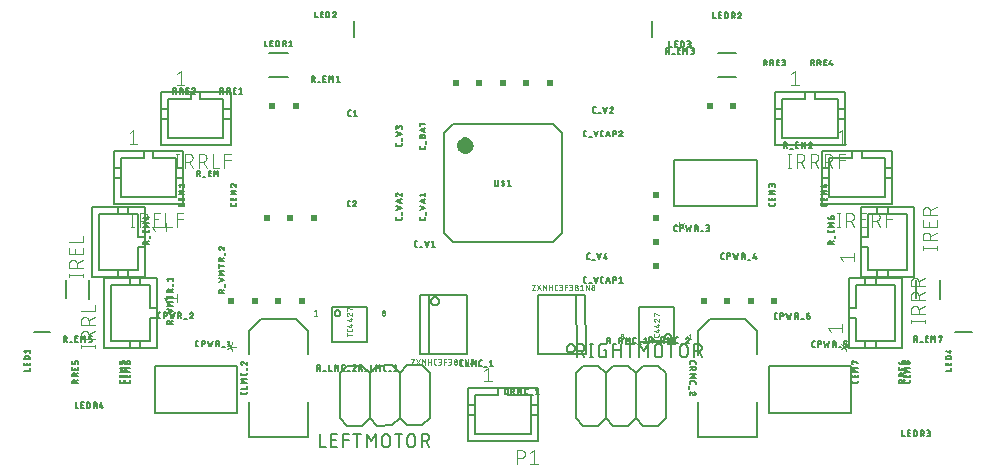
<source format=gbr>
G04 EAGLE Gerber X2 export*
G04 #@! %TF.Part,Single*
G04 #@! %TF.FileFunction,Legend,Top,1*
G04 #@! %TF.FilePolarity,Positive*
G04 #@! %TF.GenerationSoftware,Autodesk,EAGLE,8.6.0*
G04 #@! %TF.CreationDate,2018-03-08T00:53:42Z*
G75*
%MOMM*%
%FSLAX34Y34*%
%LPD*%
%AMOC8*
5,1,8,0,0,1.08239X$1,22.5*%
G01*
%ADD10C,0.127000*%
%ADD11C,0.203200*%
%ADD12C,0.152400*%
%ADD13R,0.508000X0.508000*%
%ADD14C,0.050800*%
%ADD15C,0.076200*%
%ADD16C,0.101600*%

G36*
X519551Y354891D02*
X519551Y354891D01*
X519597Y354904D01*
X519673Y354915D01*
X520864Y355276D01*
X520907Y355298D01*
X520979Y355324D01*
X522077Y355911D01*
X522115Y355941D01*
X522180Y355980D01*
X523143Y356770D01*
X523174Y356806D01*
X523230Y356858D01*
X524020Y357820D01*
X524044Y357862D01*
X524089Y357923D01*
X524676Y359021D01*
X524691Y359067D01*
X524724Y359136D01*
X525085Y360327D01*
X525090Y360368D01*
X525094Y360380D01*
X525094Y360388D01*
X525109Y360449D01*
X525231Y361688D01*
X525227Y361736D01*
X525231Y361812D01*
X525109Y363051D01*
X525096Y363097D01*
X525093Y363122D01*
X525092Y363142D01*
X525088Y363151D01*
X525085Y363173D01*
X524724Y364364D01*
X524702Y364407D01*
X524676Y364479D01*
X524089Y365577D01*
X524059Y365615D01*
X524020Y365680D01*
X523230Y366643D01*
X523194Y366674D01*
X523143Y366730D01*
X522180Y367520D01*
X522138Y367544D01*
X522077Y367589D01*
X520979Y368176D01*
X520933Y368191D01*
X520864Y368224D01*
X519673Y368585D01*
X519625Y368591D01*
X519551Y368609D01*
X518312Y368731D01*
X518264Y368727D01*
X518188Y368731D01*
X516949Y368609D01*
X516903Y368596D01*
X516827Y368585D01*
X515636Y368224D01*
X515593Y368202D01*
X515521Y368176D01*
X514423Y367589D01*
X514385Y367559D01*
X514320Y367520D01*
X513358Y366730D01*
X513326Y366694D01*
X513270Y366643D01*
X512480Y365680D01*
X512456Y365638D01*
X512411Y365577D01*
X511824Y364479D01*
X511809Y364433D01*
X511776Y364364D01*
X511415Y363173D01*
X511410Y363130D01*
X511401Y363105D01*
X511402Y363094D01*
X511391Y363051D01*
X511269Y361812D01*
X511273Y361764D01*
X511269Y361688D01*
X511391Y360449D01*
X511404Y360403D01*
X511415Y360327D01*
X511776Y359136D01*
X511798Y359093D01*
X511824Y359021D01*
X512411Y357923D01*
X512441Y357885D01*
X512480Y357820D01*
X513270Y356858D01*
X513306Y356826D01*
X513358Y356770D01*
X514320Y355980D01*
X514362Y355956D01*
X514423Y355911D01*
X515521Y355324D01*
X515567Y355309D01*
X515636Y355276D01*
X516827Y354915D01*
X516875Y354909D01*
X516949Y354891D01*
X518188Y354769D01*
X518236Y354773D01*
X518312Y354769D01*
X519551Y354891D01*
G37*
D10*
X516254Y174925D02*
X515182Y174925D01*
X515117Y174927D01*
X515053Y174933D01*
X514989Y174943D01*
X514925Y174956D01*
X514863Y174974D01*
X514802Y174995D01*
X514742Y175019D01*
X514684Y175048D01*
X514627Y175080D01*
X514573Y175115D01*
X514521Y175153D01*
X514471Y175195D01*
X514424Y175239D01*
X514380Y175286D01*
X514338Y175336D01*
X514300Y175388D01*
X514265Y175442D01*
X514233Y175499D01*
X514204Y175557D01*
X514180Y175617D01*
X514159Y175678D01*
X514141Y175740D01*
X514128Y175804D01*
X514118Y175868D01*
X514112Y175932D01*
X514110Y175997D01*
X514109Y175997D02*
X514109Y178679D01*
X514110Y178679D02*
X514112Y178744D01*
X514118Y178808D01*
X514128Y178872D01*
X514141Y178936D01*
X514159Y178998D01*
X514180Y179059D01*
X514204Y179119D01*
X514233Y179177D01*
X514265Y179234D01*
X514300Y179288D01*
X514338Y179340D01*
X514380Y179390D01*
X514424Y179437D01*
X514471Y179481D01*
X514521Y179523D01*
X514573Y179561D01*
X514627Y179596D01*
X514684Y179628D01*
X514742Y179657D01*
X514802Y179681D01*
X514863Y179702D01*
X514925Y179720D01*
X514989Y179733D01*
X515053Y179743D01*
X515117Y179749D01*
X515182Y179751D01*
X516254Y179751D01*
X518912Y179751D02*
X518912Y174925D01*
X521057Y174925D01*
X523745Y174925D02*
X523745Y179751D01*
X525354Y177070D01*
X526963Y179751D01*
X526963Y174925D01*
X531092Y174925D02*
X532165Y174925D01*
X531092Y174925D02*
X531027Y174927D01*
X530963Y174933D01*
X530899Y174943D01*
X530835Y174956D01*
X530773Y174974D01*
X530712Y174995D01*
X530652Y175019D01*
X530594Y175048D01*
X530537Y175080D01*
X530483Y175115D01*
X530431Y175153D01*
X530381Y175195D01*
X530334Y175239D01*
X530290Y175286D01*
X530248Y175336D01*
X530210Y175388D01*
X530175Y175442D01*
X530143Y175499D01*
X530114Y175557D01*
X530090Y175617D01*
X530069Y175678D01*
X530051Y175740D01*
X530038Y175804D01*
X530028Y175868D01*
X530022Y175932D01*
X530020Y175997D01*
X530020Y178679D01*
X530022Y178744D01*
X530028Y178808D01*
X530038Y178872D01*
X530051Y178936D01*
X530069Y178998D01*
X530090Y179059D01*
X530114Y179119D01*
X530143Y179177D01*
X530175Y179234D01*
X530210Y179288D01*
X530248Y179340D01*
X530290Y179390D01*
X530334Y179437D01*
X530381Y179481D01*
X530431Y179523D01*
X530483Y179561D01*
X530537Y179596D01*
X530594Y179628D01*
X530652Y179657D01*
X530712Y179681D01*
X530773Y179702D01*
X530835Y179720D01*
X530899Y179733D01*
X530963Y179743D01*
X531027Y179749D01*
X531092Y179751D01*
X532165Y179751D01*
X534340Y174389D02*
X536485Y174389D01*
X539010Y178679D02*
X540350Y179751D01*
X540350Y174925D01*
X539010Y174925D02*
X541691Y174925D01*
D11*
X335300Y144900D02*
X335300Y114900D01*
X385300Y114900D01*
X385300Y144900D01*
X335300Y184900D02*
X335300Y204900D01*
X345300Y214900D01*
X375300Y214900D01*
X385300Y204900D01*
X385300Y184900D01*
D10*
X332995Y153254D02*
X332995Y152182D01*
X332993Y152117D01*
X332987Y152053D01*
X332977Y151989D01*
X332964Y151925D01*
X332946Y151863D01*
X332925Y151802D01*
X332901Y151742D01*
X332872Y151684D01*
X332840Y151627D01*
X332805Y151573D01*
X332767Y151521D01*
X332725Y151471D01*
X332681Y151424D01*
X332634Y151380D01*
X332584Y151338D01*
X332532Y151300D01*
X332478Y151265D01*
X332421Y151233D01*
X332363Y151204D01*
X332303Y151180D01*
X332242Y151159D01*
X332180Y151141D01*
X332116Y151128D01*
X332052Y151118D01*
X331988Y151112D01*
X331923Y151110D01*
X331923Y151109D02*
X329241Y151109D01*
X329176Y151111D01*
X329112Y151117D01*
X329048Y151127D01*
X328984Y151140D01*
X328922Y151158D01*
X328861Y151179D01*
X328801Y151204D01*
X328742Y151232D01*
X328686Y151264D01*
X328631Y151299D01*
X328579Y151337D01*
X328529Y151379D01*
X328482Y151423D01*
X328438Y151470D01*
X328396Y151520D01*
X328358Y151572D01*
X328323Y151627D01*
X328291Y151683D01*
X328263Y151742D01*
X328238Y151801D01*
X328217Y151863D01*
X328199Y151925D01*
X328186Y151989D01*
X328176Y152053D01*
X328170Y152117D01*
X328168Y152182D01*
X328169Y152182D02*
X328169Y153254D01*
X328169Y155912D02*
X332995Y155912D01*
X332995Y158057D01*
X332995Y160745D02*
X328169Y160745D01*
X330850Y162354D01*
X328169Y163963D01*
X332995Y163963D01*
X332995Y168092D02*
X332995Y169165D01*
X332995Y168092D02*
X332993Y168027D01*
X332987Y167963D01*
X332977Y167899D01*
X332964Y167835D01*
X332946Y167773D01*
X332925Y167712D01*
X332901Y167652D01*
X332872Y167594D01*
X332840Y167537D01*
X332805Y167483D01*
X332767Y167431D01*
X332725Y167381D01*
X332681Y167334D01*
X332634Y167290D01*
X332584Y167248D01*
X332532Y167210D01*
X332478Y167175D01*
X332421Y167143D01*
X332363Y167114D01*
X332303Y167090D01*
X332242Y167069D01*
X332180Y167051D01*
X332116Y167038D01*
X332052Y167028D01*
X331988Y167022D01*
X331923Y167020D01*
X329241Y167020D01*
X329241Y167019D02*
X329176Y167021D01*
X329112Y167027D01*
X329048Y167037D01*
X328984Y167050D01*
X328922Y167068D01*
X328861Y167089D01*
X328801Y167114D01*
X328742Y167142D01*
X328686Y167174D01*
X328631Y167209D01*
X328579Y167247D01*
X328529Y167289D01*
X328482Y167333D01*
X328438Y167380D01*
X328396Y167430D01*
X328358Y167482D01*
X328323Y167537D01*
X328291Y167593D01*
X328263Y167652D01*
X328238Y167711D01*
X328217Y167773D01*
X328199Y167835D01*
X328186Y167899D01*
X328176Y167963D01*
X328170Y168027D01*
X328168Y168092D01*
X328169Y168092D02*
X328169Y169165D01*
X333531Y171340D02*
X333531Y173485D01*
X329376Y178691D02*
X329308Y178689D01*
X329241Y178683D01*
X329174Y178674D01*
X329107Y178661D01*
X329042Y178644D01*
X328977Y178623D01*
X328914Y178599D01*
X328852Y178571D01*
X328792Y178540D01*
X328734Y178506D01*
X328678Y178468D01*
X328623Y178428D01*
X328572Y178384D01*
X328523Y178337D01*
X328476Y178288D01*
X328432Y178237D01*
X328392Y178182D01*
X328354Y178126D01*
X328320Y178068D01*
X328289Y178008D01*
X328261Y177946D01*
X328237Y177883D01*
X328216Y177818D01*
X328199Y177753D01*
X328186Y177686D01*
X328177Y177619D01*
X328171Y177552D01*
X328169Y177484D01*
X328171Y177406D01*
X328177Y177328D01*
X328187Y177251D01*
X328200Y177174D01*
X328218Y177098D01*
X328239Y177023D01*
X328264Y176949D01*
X328293Y176877D01*
X328325Y176806D01*
X328361Y176737D01*
X328400Y176669D01*
X328443Y176604D01*
X328489Y176541D01*
X328538Y176480D01*
X328590Y176422D01*
X328645Y176367D01*
X328702Y176314D01*
X328762Y176265D01*
X328825Y176218D01*
X328890Y176175D01*
X328956Y176135D01*
X329025Y176098D01*
X329096Y176065D01*
X329168Y176035D01*
X329242Y176009D01*
X330314Y178289D02*
X330265Y178338D01*
X330213Y178385D01*
X330158Y178428D01*
X330101Y178469D01*
X330042Y178507D01*
X329981Y178541D01*
X329918Y178572D01*
X329854Y178600D01*
X329788Y178624D01*
X329722Y178644D01*
X329654Y178661D01*
X329585Y178674D01*
X329516Y178683D01*
X329446Y178689D01*
X329376Y178691D01*
X330314Y178289D02*
X332995Y176010D01*
X332995Y178691D01*
X553125Y151049D02*
X554197Y151049D01*
X553125Y151049D02*
X553060Y151051D01*
X552996Y151057D01*
X552932Y151067D01*
X552868Y151080D01*
X552806Y151098D01*
X552745Y151119D01*
X552685Y151143D01*
X552627Y151172D01*
X552570Y151204D01*
X552516Y151239D01*
X552464Y151277D01*
X552414Y151319D01*
X552367Y151363D01*
X552323Y151410D01*
X552281Y151460D01*
X552243Y151512D01*
X552208Y151566D01*
X552176Y151623D01*
X552147Y151681D01*
X552123Y151741D01*
X552102Y151802D01*
X552084Y151864D01*
X552071Y151928D01*
X552061Y151992D01*
X552055Y152056D01*
X552053Y152121D01*
X552052Y152121D02*
X552052Y154803D01*
X552053Y154803D02*
X552055Y154868D01*
X552061Y154932D01*
X552071Y154996D01*
X552084Y155060D01*
X552102Y155122D01*
X552123Y155183D01*
X552147Y155243D01*
X552176Y155301D01*
X552208Y155358D01*
X552243Y155412D01*
X552281Y155464D01*
X552323Y155514D01*
X552367Y155561D01*
X552414Y155605D01*
X552464Y155647D01*
X552516Y155685D01*
X552570Y155720D01*
X552627Y155752D01*
X552685Y155781D01*
X552745Y155805D01*
X552806Y155826D01*
X552868Y155844D01*
X552932Y155857D01*
X552996Y155867D01*
X553060Y155873D01*
X553125Y155875D01*
X554197Y155875D01*
X556899Y155875D02*
X556899Y151049D01*
X556899Y155875D02*
X558240Y155875D01*
X558311Y155873D01*
X558383Y155867D01*
X558453Y155858D01*
X558523Y155845D01*
X558593Y155828D01*
X558661Y155807D01*
X558728Y155783D01*
X558794Y155755D01*
X558858Y155724D01*
X558921Y155689D01*
X558981Y155651D01*
X559040Y155610D01*
X559096Y155566D01*
X559150Y155519D01*
X559201Y155470D01*
X559249Y155417D01*
X559295Y155362D01*
X559337Y155305D01*
X559377Y155245D01*
X559413Y155184D01*
X559446Y155120D01*
X559475Y155055D01*
X559501Y154989D01*
X559524Y154921D01*
X559543Y154852D01*
X559558Y154782D01*
X559569Y154712D01*
X559577Y154641D01*
X559581Y154570D01*
X559581Y154498D01*
X559577Y154427D01*
X559569Y154356D01*
X559558Y154286D01*
X559543Y154216D01*
X559524Y154147D01*
X559501Y154079D01*
X559475Y154013D01*
X559446Y153948D01*
X559413Y153884D01*
X559377Y153823D01*
X559337Y153763D01*
X559295Y153706D01*
X559249Y153651D01*
X559201Y153598D01*
X559150Y153549D01*
X559096Y153502D01*
X559040Y153458D01*
X558981Y153417D01*
X558921Y153379D01*
X558858Y153344D01*
X558794Y153313D01*
X558728Y153285D01*
X558661Y153261D01*
X558593Y153240D01*
X558523Y153223D01*
X558453Y153210D01*
X558383Y153201D01*
X558311Y153195D01*
X558240Y153193D01*
X558240Y153194D02*
X556899Y153194D01*
X558508Y153194D02*
X559581Y151049D01*
X562603Y151049D02*
X562603Y155875D01*
X564211Y153194D01*
X565820Y155875D01*
X565820Y151049D01*
X569949Y151049D02*
X571022Y151049D01*
X569949Y151049D02*
X569884Y151051D01*
X569820Y151057D01*
X569756Y151067D01*
X569692Y151080D01*
X569630Y151098D01*
X569569Y151119D01*
X569509Y151143D01*
X569451Y151172D01*
X569394Y151204D01*
X569340Y151239D01*
X569288Y151277D01*
X569238Y151319D01*
X569191Y151363D01*
X569147Y151410D01*
X569105Y151460D01*
X569067Y151512D01*
X569032Y151566D01*
X569000Y151623D01*
X568971Y151681D01*
X568947Y151741D01*
X568926Y151802D01*
X568908Y151864D01*
X568895Y151928D01*
X568885Y151992D01*
X568879Y152056D01*
X568877Y152121D01*
X568877Y154803D01*
X568878Y154803D02*
X568880Y154868D01*
X568886Y154932D01*
X568896Y154996D01*
X568909Y155060D01*
X568927Y155122D01*
X568948Y155183D01*
X568972Y155243D01*
X569001Y155301D01*
X569033Y155358D01*
X569068Y155412D01*
X569106Y155464D01*
X569148Y155514D01*
X569192Y155561D01*
X569239Y155605D01*
X569289Y155647D01*
X569341Y155685D01*
X569395Y155720D01*
X569452Y155752D01*
X569510Y155781D01*
X569570Y155805D01*
X569631Y155826D01*
X569693Y155844D01*
X569757Y155857D01*
X569821Y155867D01*
X569885Y155873D01*
X569950Y155875D01*
X569949Y155875D02*
X571022Y155875D01*
X573197Y150513D02*
X575342Y150513D01*
X577867Y154803D02*
X579207Y155875D01*
X579207Y151049D01*
X577867Y151049D02*
X580548Y151049D01*
D11*
X715535Y144756D02*
X715587Y114756D01*
X765587Y114844D01*
X765535Y144844D01*
X715465Y184756D02*
X715430Y204756D01*
X725413Y214774D01*
X755413Y214826D01*
X765430Y204844D01*
X765465Y184844D01*
D10*
X708346Y177919D02*
X708348Y176847D01*
X708346Y177919D02*
X708348Y177984D01*
X708354Y178048D01*
X708363Y178112D01*
X708377Y178176D01*
X708394Y178238D01*
X708415Y178299D01*
X708440Y178359D01*
X708468Y178418D01*
X708500Y178474D01*
X708535Y178528D01*
X708573Y178581D01*
X708614Y178630D01*
X708659Y178678D01*
X708706Y178722D01*
X708755Y178764D01*
X708808Y178802D01*
X708862Y178837D01*
X708918Y178869D01*
X708976Y178898D01*
X709036Y178923D01*
X709097Y178944D01*
X709160Y178961D01*
X709223Y178975D01*
X709287Y178985D01*
X709351Y178991D01*
X709416Y178993D01*
X709417Y178994D02*
X712098Y178998D01*
X712097Y178998D02*
X712162Y178996D01*
X712226Y178990D01*
X712290Y178981D01*
X712354Y178967D01*
X712416Y178950D01*
X712477Y178929D01*
X712537Y178904D01*
X712596Y178876D01*
X712652Y178844D01*
X712706Y178809D01*
X712759Y178771D01*
X712808Y178730D01*
X712856Y178685D01*
X712900Y178638D01*
X712942Y178589D01*
X712980Y178537D01*
X713015Y178482D01*
X713047Y178426D01*
X713076Y178368D01*
X713101Y178308D01*
X713122Y178247D01*
X713139Y178184D01*
X713153Y178121D01*
X713163Y178057D01*
X713169Y177993D01*
X713171Y177928D01*
X713172Y177928D02*
X713174Y176855D01*
X713179Y174153D02*
X708353Y174144D01*
X713179Y174153D02*
X713181Y172812D01*
X713179Y172741D01*
X713174Y172670D01*
X713164Y172599D01*
X713151Y172529D01*
X713134Y172459D01*
X713114Y172391D01*
X713090Y172324D01*
X713062Y172258D01*
X713031Y172194D01*
X712997Y172131D01*
X712959Y172071D01*
X712918Y172012D01*
X712874Y171956D01*
X712827Y171902D01*
X712777Y171851D01*
X712725Y171802D01*
X712670Y171757D01*
X712613Y171714D01*
X712553Y171674D01*
X712492Y171638D01*
X712429Y171605D01*
X712364Y171575D01*
X712297Y171549D01*
X712229Y171527D01*
X712161Y171508D01*
X712091Y171493D01*
X712020Y171481D01*
X711949Y171473D01*
X711878Y171470D01*
X711807Y171469D01*
X711735Y171473D01*
X711664Y171481D01*
X711594Y171492D01*
X711524Y171507D01*
X711455Y171525D01*
X711387Y171548D01*
X711321Y171574D01*
X711256Y171603D01*
X711192Y171636D01*
X711131Y171672D01*
X711071Y171711D01*
X711014Y171754D01*
X710959Y171799D01*
X710906Y171848D01*
X710856Y171899D01*
X710809Y171952D01*
X710765Y172008D01*
X710724Y172067D01*
X710686Y172127D01*
X710651Y172190D01*
X710620Y172254D01*
X710592Y172319D01*
X710568Y172387D01*
X710547Y172455D01*
X710530Y172524D01*
X710516Y172594D01*
X710507Y172665D01*
X710501Y172736D01*
X710499Y172808D01*
X710500Y172808D02*
X710497Y174148D01*
X710500Y172540D02*
X708357Y171463D01*
X708362Y168441D02*
X713188Y168450D01*
X710510Y166836D01*
X713194Y165232D01*
X708368Y165224D01*
X708375Y161094D02*
X708377Y160022D01*
X708376Y161094D02*
X708378Y161159D01*
X708384Y161223D01*
X708393Y161287D01*
X708407Y161351D01*
X708424Y161413D01*
X708445Y161474D01*
X708470Y161534D01*
X708498Y161593D01*
X708530Y161649D01*
X708565Y161703D01*
X708603Y161756D01*
X708644Y161805D01*
X708689Y161853D01*
X708736Y161897D01*
X708785Y161939D01*
X708838Y161977D01*
X708892Y162012D01*
X708948Y162044D01*
X709006Y162073D01*
X709066Y162098D01*
X709127Y162119D01*
X709190Y162136D01*
X709253Y162150D01*
X709317Y162160D01*
X709381Y162166D01*
X709446Y162168D01*
X709446Y162169D02*
X712127Y162173D01*
X712192Y162171D01*
X712256Y162165D01*
X712320Y162156D01*
X712384Y162142D01*
X712446Y162125D01*
X712507Y162104D01*
X712567Y162079D01*
X712626Y162051D01*
X712682Y162019D01*
X712736Y161984D01*
X712789Y161946D01*
X712838Y161905D01*
X712886Y161860D01*
X712930Y161813D01*
X712972Y161764D01*
X713010Y161712D01*
X713045Y161657D01*
X713077Y161601D01*
X713106Y161543D01*
X713131Y161483D01*
X713152Y161422D01*
X713169Y161359D01*
X713183Y161296D01*
X713193Y161232D01*
X713199Y161168D01*
X713201Y161103D01*
X713203Y160030D01*
X707845Y157846D02*
X707848Y155701D01*
X712013Y150502D02*
X712081Y150504D01*
X712148Y150510D01*
X712215Y150519D01*
X712282Y150533D01*
X712347Y150550D01*
X712412Y150570D01*
X712475Y150595D01*
X712537Y150622D01*
X712597Y150654D01*
X712655Y150688D01*
X712711Y150726D01*
X712765Y150767D01*
X712817Y150810D01*
X712866Y150857D01*
X712912Y150906D01*
X712956Y150958D01*
X712997Y151012D01*
X713034Y151069D01*
X713068Y151127D01*
X713099Y151187D01*
X713127Y151249D01*
X713151Y151312D01*
X713171Y151377D01*
X713188Y151442D01*
X713201Y151509D01*
X713211Y151576D01*
X713216Y151643D01*
X713218Y151711D01*
X713216Y151789D01*
X713210Y151866D01*
X713200Y151944D01*
X713186Y152020D01*
X713169Y152096D01*
X713147Y152171D01*
X713122Y152245D01*
X713093Y152318D01*
X713061Y152388D01*
X713025Y152458D01*
X712985Y152525D01*
X712943Y152590D01*
X712897Y152653D01*
X712847Y152714D01*
X712795Y152772D01*
X712740Y152827D01*
X712683Y152880D01*
X712623Y152929D01*
X712560Y152976D01*
X712495Y153019D01*
X712428Y153059D01*
X712359Y153095D01*
X712289Y153128D01*
X712216Y153158D01*
X712143Y153183D01*
X711074Y150903D02*
X711124Y150853D01*
X711176Y150807D01*
X711231Y150763D01*
X711288Y150723D01*
X711347Y150685D01*
X711408Y150651D01*
X711471Y150620D01*
X711535Y150593D01*
X711601Y150569D01*
X711668Y150548D01*
X711736Y150532D01*
X711804Y150519D01*
X711874Y150509D01*
X711943Y150504D01*
X712013Y150502D01*
X711074Y150903D02*
X708389Y153177D01*
X708394Y150496D01*
D12*
X488069Y169155D02*
X481708Y175494D01*
X469008Y175471D02*
X462669Y169110D01*
X456308Y175449D01*
X443608Y175427D02*
X437269Y169066D01*
X488069Y169155D02*
X488136Y131055D01*
X481797Y124694D01*
X469097Y124671D01*
X462736Y131010D01*
X456397Y124649D01*
X443697Y124627D01*
X437336Y130966D01*
X462736Y131010D02*
X462669Y169110D01*
X437269Y169066D02*
X437336Y130966D01*
X443608Y175427D02*
X456308Y175449D01*
X469008Y175471D02*
X481708Y175494D01*
X437269Y169066D02*
X430908Y175405D01*
X418208Y175383D02*
X411869Y169022D01*
X437336Y130966D02*
X430997Y124605D01*
X418297Y124583D01*
X411936Y130922D01*
X411869Y169022D01*
X418208Y175383D02*
X430908Y175405D01*
D10*
X395011Y117557D02*
X395031Y106127D01*
X400111Y106136D01*
X404937Y106144D02*
X410017Y106153D01*
X404937Y106144D02*
X404917Y117574D01*
X409997Y117583D01*
X408735Y112501D02*
X404925Y112494D01*
X414822Y117592D02*
X414842Y106162D01*
X414822Y117592D02*
X419902Y117600D01*
X419911Y112520D02*
X414831Y112512D01*
X426735Y117612D02*
X426755Y106182D01*
X423560Y117607D02*
X429910Y117618D01*
X434736Y117626D02*
X434756Y106196D01*
X438557Y111283D02*
X434736Y117626D01*
X438557Y111283D02*
X442356Y117640D01*
X442376Y106210D01*
X447958Y109394D02*
X447949Y114474D01*
X447951Y114587D01*
X447957Y114698D01*
X447966Y114810D01*
X447980Y114921D01*
X447997Y115032D01*
X448019Y115142D01*
X448044Y115251D01*
X448073Y115359D01*
X448106Y115467D01*
X448143Y115572D01*
X448183Y115677D01*
X448227Y115780D01*
X448275Y115881D01*
X448326Y115981D01*
X448381Y116079D01*
X448439Y116175D01*
X448501Y116268D01*
X448565Y116360D01*
X448633Y116449D01*
X448704Y116536D01*
X448778Y116620D01*
X448855Y116701D01*
X448935Y116780D01*
X449018Y116856D01*
X449103Y116929D01*
X449190Y116998D01*
X449281Y117065D01*
X449373Y117128D01*
X449468Y117189D01*
X449564Y117245D01*
X449663Y117299D01*
X449763Y117349D01*
X449865Y117395D01*
X449969Y117437D01*
X450074Y117476D01*
X450180Y117512D01*
X450288Y117543D01*
X450396Y117571D01*
X450506Y117594D01*
X450616Y117614D01*
X450727Y117630D01*
X450839Y117642D01*
X450950Y117650D01*
X451062Y117654D01*
X451174Y117655D01*
X451286Y117651D01*
X451398Y117643D01*
X451510Y117631D01*
X451621Y117616D01*
X451731Y117596D01*
X451841Y117573D01*
X451949Y117546D01*
X452057Y117515D01*
X452164Y117480D01*
X452269Y117441D01*
X452373Y117399D01*
X452475Y117353D01*
X452575Y117304D01*
X452674Y117251D01*
X452771Y117194D01*
X452866Y117135D01*
X452958Y117071D01*
X453049Y117005D01*
X453137Y116936D01*
X453222Y116863D01*
X453305Y116788D01*
X453385Y116709D01*
X453462Y116628D01*
X453536Y116544D01*
X453608Y116458D01*
X453676Y116369D01*
X453741Y116278D01*
X453803Y116184D01*
X453861Y116088D01*
X453916Y115991D01*
X453968Y115891D01*
X454016Y115790D01*
X454061Y115687D01*
X454101Y115583D01*
X454138Y115477D01*
X454172Y115370D01*
X454201Y115262D01*
X454227Y115153D01*
X454249Y115043D01*
X454267Y114932D01*
X454281Y114821D01*
X454291Y114710D01*
X454297Y114598D01*
X454299Y114486D01*
X454299Y114485D02*
X454308Y109405D01*
X454308Y109406D02*
X454306Y109295D01*
X454301Y109184D01*
X454291Y109074D01*
X454278Y108964D01*
X454261Y108854D01*
X454240Y108745D01*
X454215Y108637D01*
X454187Y108530D01*
X454154Y108424D01*
X454118Y108319D01*
X454079Y108216D01*
X454036Y108114D01*
X453989Y108013D01*
X453939Y107914D01*
X453885Y107817D01*
X453828Y107722D01*
X453768Y107629D01*
X453705Y107538D01*
X453638Y107450D01*
X453569Y107363D01*
X453496Y107280D01*
X453421Y107198D01*
X453343Y107120D01*
X453262Y107044D01*
X453178Y106971D01*
X453092Y106901D01*
X453004Y106835D01*
X452913Y106771D01*
X452820Y106710D01*
X452725Y106653D01*
X452628Y106599D01*
X452530Y106549D01*
X452429Y106502D01*
X452328Y106458D01*
X452224Y106418D01*
X452119Y106382D01*
X452013Y106350D01*
X451906Y106321D01*
X451799Y106296D01*
X451690Y106274D01*
X451580Y106257D01*
X451470Y106243D01*
X451360Y106233D01*
X451249Y106227D01*
X451139Y106225D01*
X451028Y106227D01*
X450917Y106232D01*
X450807Y106242D01*
X450697Y106255D01*
X450587Y106272D01*
X450478Y106293D01*
X450370Y106318D01*
X450263Y106346D01*
X450157Y106379D01*
X450052Y106415D01*
X449949Y106454D01*
X449847Y106497D01*
X449746Y106544D01*
X449647Y106594D01*
X449550Y106648D01*
X449455Y106705D01*
X449362Y106765D01*
X449271Y106828D01*
X449183Y106895D01*
X449096Y106964D01*
X449013Y107037D01*
X448931Y107112D01*
X448853Y107190D01*
X448777Y107271D01*
X448704Y107355D01*
X448634Y107441D01*
X448568Y107529D01*
X448504Y107620D01*
X448443Y107713D01*
X448386Y107808D01*
X448332Y107905D01*
X448282Y108003D01*
X448235Y108104D01*
X448191Y108205D01*
X448151Y108309D01*
X448115Y108414D01*
X448083Y108520D01*
X448054Y108627D01*
X448029Y108734D01*
X448007Y108843D01*
X447990Y108953D01*
X447976Y109063D01*
X447966Y109173D01*
X447960Y109284D01*
X447958Y109394D01*
X461807Y106243D02*
X461787Y117673D01*
X458612Y117668D02*
X464962Y117679D01*
X469285Y114511D02*
X469294Y109431D01*
X469285Y114511D02*
X469287Y114624D01*
X469293Y114735D01*
X469302Y114847D01*
X469316Y114958D01*
X469333Y115069D01*
X469355Y115179D01*
X469380Y115288D01*
X469409Y115396D01*
X469442Y115504D01*
X469479Y115609D01*
X469519Y115714D01*
X469563Y115817D01*
X469611Y115918D01*
X469662Y116018D01*
X469717Y116116D01*
X469775Y116212D01*
X469837Y116305D01*
X469901Y116397D01*
X469969Y116486D01*
X470040Y116573D01*
X470114Y116657D01*
X470191Y116738D01*
X470271Y116817D01*
X470354Y116893D01*
X470439Y116966D01*
X470526Y117035D01*
X470617Y117102D01*
X470709Y117165D01*
X470804Y117226D01*
X470900Y117282D01*
X470999Y117336D01*
X471099Y117386D01*
X471201Y117432D01*
X471305Y117474D01*
X471410Y117513D01*
X471516Y117549D01*
X471624Y117580D01*
X471732Y117608D01*
X471842Y117631D01*
X471952Y117651D01*
X472063Y117667D01*
X472175Y117679D01*
X472286Y117687D01*
X472398Y117691D01*
X472510Y117692D01*
X472622Y117688D01*
X472734Y117680D01*
X472846Y117668D01*
X472957Y117653D01*
X473067Y117633D01*
X473177Y117610D01*
X473285Y117583D01*
X473393Y117552D01*
X473500Y117517D01*
X473605Y117478D01*
X473709Y117436D01*
X473811Y117390D01*
X473911Y117341D01*
X474010Y117288D01*
X474107Y117231D01*
X474202Y117172D01*
X474294Y117108D01*
X474385Y117042D01*
X474473Y116973D01*
X474558Y116900D01*
X474641Y116825D01*
X474721Y116746D01*
X474798Y116665D01*
X474872Y116581D01*
X474944Y116495D01*
X475012Y116406D01*
X475077Y116315D01*
X475139Y116221D01*
X475197Y116125D01*
X475252Y116028D01*
X475304Y115928D01*
X475352Y115827D01*
X475397Y115724D01*
X475437Y115620D01*
X475474Y115514D01*
X475508Y115407D01*
X475537Y115299D01*
X475563Y115190D01*
X475585Y115080D01*
X475603Y114969D01*
X475617Y114858D01*
X475627Y114747D01*
X475633Y114635D01*
X475635Y114523D01*
X475635Y114522D02*
X475644Y109442D01*
X475644Y109443D02*
X475642Y109332D01*
X475637Y109221D01*
X475627Y109111D01*
X475614Y109001D01*
X475597Y108891D01*
X475576Y108782D01*
X475551Y108674D01*
X475523Y108567D01*
X475490Y108461D01*
X475454Y108356D01*
X475415Y108253D01*
X475372Y108151D01*
X475325Y108050D01*
X475275Y107951D01*
X475221Y107854D01*
X475164Y107759D01*
X475104Y107666D01*
X475041Y107575D01*
X474974Y107487D01*
X474905Y107400D01*
X474832Y107317D01*
X474757Y107235D01*
X474679Y107157D01*
X474598Y107081D01*
X474514Y107008D01*
X474428Y106938D01*
X474340Y106872D01*
X474249Y106808D01*
X474156Y106747D01*
X474061Y106690D01*
X473964Y106636D01*
X473866Y106586D01*
X473765Y106539D01*
X473664Y106495D01*
X473560Y106455D01*
X473455Y106419D01*
X473349Y106387D01*
X473242Y106358D01*
X473135Y106333D01*
X473026Y106311D01*
X472916Y106294D01*
X472806Y106280D01*
X472696Y106270D01*
X472585Y106264D01*
X472475Y106262D01*
X472364Y106264D01*
X472253Y106269D01*
X472143Y106279D01*
X472033Y106292D01*
X471923Y106309D01*
X471814Y106330D01*
X471706Y106355D01*
X471599Y106383D01*
X471493Y106416D01*
X471388Y106452D01*
X471285Y106491D01*
X471183Y106534D01*
X471082Y106581D01*
X470983Y106631D01*
X470886Y106685D01*
X470791Y106742D01*
X470698Y106802D01*
X470607Y106865D01*
X470519Y106932D01*
X470432Y107001D01*
X470349Y107074D01*
X470267Y107149D01*
X470189Y107227D01*
X470113Y107308D01*
X470040Y107392D01*
X469970Y107478D01*
X469904Y107566D01*
X469840Y107657D01*
X469779Y107750D01*
X469722Y107845D01*
X469668Y107942D01*
X469618Y108040D01*
X469571Y108141D01*
X469527Y108242D01*
X469487Y108346D01*
X469451Y108451D01*
X469419Y108557D01*
X469390Y108664D01*
X469365Y108771D01*
X469343Y108880D01*
X469326Y108990D01*
X469312Y109100D01*
X469302Y109210D01*
X469296Y109321D01*
X469294Y109431D01*
X481193Y106277D02*
X481174Y117707D01*
X484349Y117713D01*
X484348Y117713D02*
X484461Y117711D01*
X484572Y117705D01*
X484684Y117696D01*
X484795Y117682D01*
X484906Y117665D01*
X485016Y117643D01*
X485125Y117618D01*
X485233Y117589D01*
X485341Y117556D01*
X485446Y117519D01*
X485551Y117479D01*
X485654Y117435D01*
X485755Y117387D01*
X485855Y117336D01*
X485953Y117281D01*
X486049Y117223D01*
X486142Y117161D01*
X486234Y117097D01*
X486323Y117029D01*
X486410Y116958D01*
X486494Y116884D01*
X486575Y116807D01*
X486654Y116727D01*
X486730Y116644D01*
X486803Y116559D01*
X486872Y116472D01*
X486939Y116381D01*
X487002Y116289D01*
X487063Y116194D01*
X487119Y116098D01*
X487173Y115999D01*
X487223Y115899D01*
X487269Y115797D01*
X487311Y115693D01*
X487350Y115588D01*
X487386Y115482D01*
X487417Y115374D01*
X487445Y115266D01*
X487468Y115156D01*
X487488Y115046D01*
X487504Y114935D01*
X487516Y114823D01*
X487524Y114712D01*
X487528Y114600D01*
X487529Y114488D01*
X487525Y114376D01*
X487517Y114264D01*
X487505Y114152D01*
X487490Y114041D01*
X487470Y113931D01*
X487447Y113821D01*
X487420Y113713D01*
X487389Y113605D01*
X487354Y113498D01*
X487315Y113393D01*
X487273Y113289D01*
X487227Y113187D01*
X487178Y113087D01*
X487125Y112988D01*
X487068Y112891D01*
X487009Y112796D01*
X486945Y112704D01*
X486879Y112613D01*
X486810Y112525D01*
X486737Y112440D01*
X486662Y112357D01*
X486583Y112277D01*
X486502Y112200D01*
X486418Y112126D01*
X486332Y112054D01*
X486243Y111986D01*
X486152Y111921D01*
X486058Y111859D01*
X485962Y111801D01*
X485865Y111746D01*
X485765Y111694D01*
X485664Y111646D01*
X485561Y111601D01*
X485457Y111561D01*
X485351Y111524D01*
X485244Y111490D01*
X485136Y111461D01*
X485027Y111435D01*
X484917Y111413D01*
X484806Y111395D01*
X484695Y111381D01*
X484584Y111371D01*
X484472Y111365D01*
X484360Y111363D01*
X481185Y111357D01*
X484995Y111364D02*
X487543Y106288D01*
D13*
X320000Y230000D03*
X340000Y230000D03*
X360000Y230000D03*
X380000Y230000D03*
D12*
X611935Y130952D02*
X618285Y124602D01*
X630985Y124602D02*
X637335Y130952D01*
X643685Y124602D01*
X656385Y124602D02*
X662735Y130952D01*
X611935Y130952D02*
X611935Y169052D01*
X618285Y175402D01*
X630985Y175402D01*
X637335Y169052D01*
X643685Y175402D01*
X656385Y175402D01*
X662735Y169052D01*
X637335Y169052D02*
X637335Y130952D01*
X662735Y130952D02*
X662735Y169052D01*
X656385Y124602D02*
X643685Y124602D01*
X630985Y124602D02*
X618285Y124602D01*
X662735Y130952D02*
X669085Y124602D01*
X681785Y124602D02*
X688135Y130952D01*
X662735Y169052D02*
X669085Y175402D01*
X681785Y175402D01*
X688135Y169052D01*
X688135Y130952D01*
X681785Y124602D02*
X669085Y124602D01*
D10*
X612570Y182387D02*
X612570Y193817D01*
X615745Y193817D01*
X615856Y193815D01*
X615966Y193809D01*
X616077Y193800D01*
X616187Y193786D01*
X616296Y193769D01*
X616405Y193748D01*
X616513Y193723D01*
X616620Y193694D01*
X616726Y193662D01*
X616831Y193626D01*
X616934Y193586D01*
X617036Y193543D01*
X617137Y193496D01*
X617236Y193445D01*
X617333Y193392D01*
X617427Y193335D01*
X617520Y193274D01*
X617611Y193211D01*
X617700Y193144D01*
X617786Y193074D01*
X617869Y193001D01*
X617951Y192926D01*
X618029Y192848D01*
X618104Y192766D01*
X618177Y192683D01*
X618247Y192597D01*
X618314Y192508D01*
X618377Y192417D01*
X618438Y192324D01*
X618495Y192229D01*
X618548Y192133D01*
X618599Y192034D01*
X618646Y191933D01*
X618689Y191831D01*
X618729Y191728D01*
X618765Y191623D01*
X618797Y191517D01*
X618826Y191410D01*
X618851Y191302D01*
X618872Y191193D01*
X618889Y191084D01*
X618903Y190974D01*
X618912Y190863D01*
X618918Y190753D01*
X618920Y190642D01*
X618918Y190531D01*
X618912Y190421D01*
X618903Y190310D01*
X618889Y190200D01*
X618872Y190091D01*
X618851Y189982D01*
X618826Y189874D01*
X618797Y189767D01*
X618765Y189661D01*
X618729Y189556D01*
X618689Y189453D01*
X618646Y189351D01*
X618599Y189250D01*
X618548Y189151D01*
X618495Y189054D01*
X618438Y188960D01*
X618377Y188867D01*
X618314Y188776D01*
X618247Y188687D01*
X618177Y188601D01*
X618104Y188518D01*
X618029Y188436D01*
X617951Y188358D01*
X617869Y188283D01*
X617786Y188210D01*
X617700Y188140D01*
X617611Y188073D01*
X617520Y188010D01*
X617427Y187949D01*
X617333Y187892D01*
X617236Y187839D01*
X617137Y187788D01*
X617036Y187741D01*
X616934Y187698D01*
X616831Y187658D01*
X616726Y187622D01*
X616620Y187590D01*
X616513Y187561D01*
X616405Y187536D01*
X616296Y187515D01*
X616187Y187498D01*
X616077Y187484D01*
X615966Y187475D01*
X615856Y187469D01*
X615745Y187467D01*
X612570Y187467D01*
X616380Y187467D02*
X618920Y182387D01*
X624806Y182387D02*
X624806Y193817D01*
X623536Y182387D02*
X626076Y182387D01*
X626076Y193817D02*
X623536Y193817D01*
X635601Y188737D02*
X637506Y188737D01*
X637506Y182387D01*
X633696Y182387D01*
X633596Y182389D01*
X633497Y182395D01*
X633397Y182405D01*
X633299Y182418D01*
X633200Y182436D01*
X633103Y182457D01*
X633007Y182482D01*
X632911Y182511D01*
X632817Y182544D01*
X632724Y182580D01*
X632633Y182620D01*
X632543Y182664D01*
X632455Y182711D01*
X632369Y182761D01*
X632285Y182815D01*
X632203Y182872D01*
X632124Y182932D01*
X632046Y182996D01*
X631972Y183062D01*
X631900Y183131D01*
X631831Y183203D01*
X631765Y183277D01*
X631701Y183355D01*
X631641Y183434D01*
X631584Y183516D01*
X631530Y183600D01*
X631480Y183686D01*
X631433Y183774D01*
X631389Y183864D01*
X631349Y183955D01*
X631313Y184048D01*
X631280Y184142D01*
X631251Y184238D01*
X631226Y184334D01*
X631205Y184431D01*
X631187Y184530D01*
X631174Y184628D01*
X631164Y184728D01*
X631158Y184827D01*
X631156Y184927D01*
X631156Y191277D01*
X631158Y191377D01*
X631164Y191476D01*
X631174Y191576D01*
X631187Y191674D01*
X631205Y191773D01*
X631226Y191870D01*
X631251Y191966D01*
X631280Y192062D01*
X631313Y192156D01*
X631349Y192249D01*
X631389Y192340D01*
X631433Y192430D01*
X631480Y192518D01*
X631530Y192604D01*
X631584Y192688D01*
X631641Y192770D01*
X631701Y192849D01*
X631765Y192927D01*
X631831Y193001D01*
X631900Y193073D01*
X631972Y193142D01*
X632046Y193208D01*
X632124Y193272D01*
X632203Y193332D01*
X632285Y193389D01*
X632369Y193443D01*
X632455Y193493D01*
X632543Y193540D01*
X632633Y193584D01*
X632724Y193624D01*
X632817Y193660D01*
X632911Y193693D01*
X633007Y193722D01*
X633103Y193747D01*
X633200Y193768D01*
X633299Y193786D01*
X633397Y193799D01*
X633497Y193809D01*
X633596Y193815D01*
X633696Y193817D01*
X637506Y193817D01*
X643348Y193817D02*
X643348Y182387D01*
X643348Y188737D02*
X649698Y188737D01*
X649698Y193817D02*
X649698Y182387D01*
X657572Y182387D02*
X657572Y193817D01*
X654397Y193817D02*
X660747Y193817D01*
X665573Y193817D02*
X665573Y182387D01*
X669383Y187467D02*
X665573Y193817D01*
X669383Y187467D02*
X673193Y193817D01*
X673193Y182387D01*
X678781Y185562D02*
X678781Y190642D01*
X678783Y190753D01*
X678789Y190863D01*
X678798Y190974D01*
X678812Y191084D01*
X678829Y191193D01*
X678850Y191302D01*
X678875Y191410D01*
X678904Y191517D01*
X678936Y191623D01*
X678972Y191728D01*
X679012Y191831D01*
X679055Y191933D01*
X679102Y192034D01*
X679153Y192133D01*
X679206Y192230D01*
X679263Y192324D01*
X679324Y192417D01*
X679387Y192508D01*
X679454Y192597D01*
X679524Y192683D01*
X679597Y192766D01*
X679672Y192848D01*
X679750Y192926D01*
X679832Y193001D01*
X679915Y193074D01*
X680001Y193144D01*
X680090Y193211D01*
X680181Y193274D01*
X680274Y193335D01*
X680369Y193392D01*
X680465Y193445D01*
X680564Y193496D01*
X680665Y193543D01*
X680767Y193586D01*
X680870Y193626D01*
X680975Y193662D01*
X681081Y193694D01*
X681188Y193723D01*
X681296Y193748D01*
X681405Y193769D01*
X681514Y193786D01*
X681624Y193800D01*
X681735Y193809D01*
X681845Y193815D01*
X681956Y193817D01*
X682067Y193815D01*
X682177Y193809D01*
X682288Y193800D01*
X682398Y193786D01*
X682507Y193769D01*
X682616Y193748D01*
X682724Y193723D01*
X682831Y193694D01*
X682937Y193662D01*
X683042Y193626D01*
X683145Y193586D01*
X683247Y193543D01*
X683348Y193496D01*
X683447Y193445D01*
X683544Y193392D01*
X683638Y193335D01*
X683731Y193274D01*
X683822Y193211D01*
X683911Y193144D01*
X683997Y193074D01*
X684080Y193001D01*
X684162Y192926D01*
X684240Y192848D01*
X684315Y192766D01*
X684388Y192683D01*
X684458Y192597D01*
X684525Y192508D01*
X684588Y192417D01*
X684649Y192324D01*
X684706Y192230D01*
X684759Y192133D01*
X684810Y192034D01*
X684857Y191933D01*
X684900Y191831D01*
X684940Y191728D01*
X684976Y191623D01*
X685008Y191517D01*
X685037Y191410D01*
X685062Y191302D01*
X685083Y191193D01*
X685100Y191084D01*
X685114Y190974D01*
X685123Y190863D01*
X685129Y190753D01*
X685131Y190642D01*
X685131Y185562D01*
X685129Y185451D01*
X685123Y185341D01*
X685114Y185230D01*
X685100Y185120D01*
X685083Y185011D01*
X685062Y184902D01*
X685037Y184794D01*
X685008Y184687D01*
X684976Y184581D01*
X684940Y184476D01*
X684900Y184373D01*
X684857Y184271D01*
X684810Y184170D01*
X684759Y184071D01*
X684706Y183974D01*
X684649Y183880D01*
X684588Y183787D01*
X684525Y183696D01*
X684458Y183607D01*
X684388Y183521D01*
X684315Y183438D01*
X684240Y183356D01*
X684162Y183278D01*
X684080Y183203D01*
X683997Y183130D01*
X683911Y183060D01*
X683822Y182993D01*
X683731Y182930D01*
X683638Y182869D01*
X683544Y182812D01*
X683447Y182759D01*
X683348Y182708D01*
X683247Y182661D01*
X683145Y182618D01*
X683042Y182578D01*
X682937Y182542D01*
X682831Y182510D01*
X682724Y182481D01*
X682616Y182456D01*
X682507Y182435D01*
X682398Y182418D01*
X682288Y182404D01*
X682177Y182395D01*
X682067Y182389D01*
X681956Y182387D01*
X681845Y182389D01*
X681735Y182395D01*
X681624Y182404D01*
X681514Y182418D01*
X681405Y182435D01*
X681296Y182456D01*
X681188Y182481D01*
X681081Y182510D01*
X680975Y182542D01*
X680870Y182578D01*
X680767Y182618D01*
X680665Y182661D01*
X680564Y182708D01*
X680465Y182759D01*
X680369Y182812D01*
X680274Y182869D01*
X680181Y182930D01*
X680090Y182993D01*
X680001Y183060D01*
X679915Y183130D01*
X679832Y183203D01*
X679750Y183278D01*
X679672Y183356D01*
X679597Y183438D01*
X679524Y183521D01*
X679454Y183607D01*
X679387Y183696D01*
X679324Y183787D01*
X679263Y183880D01*
X679206Y183975D01*
X679153Y184071D01*
X679102Y184170D01*
X679055Y184271D01*
X679012Y184373D01*
X678972Y184476D01*
X678936Y184581D01*
X678904Y184687D01*
X678875Y184794D01*
X678850Y184902D01*
X678829Y185011D01*
X678812Y185120D01*
X678798Y185230D01*
X678789Y185341D01*
X678783Y185451D01*
X678781Y185562D01*
X692624Y182387D02*
X692624Y193817D01*
X689449Y193817D02*
X695799Y193817D01*
X700117Y190642D02*
X700117Y185562D01*
X700117Y190642D02*
X700119Y190753D01*
X700125Y190863D01*
X700134Y190974D01*
X700148Y191084D01*
X700165Y191193D01*
X700186Y191302D01*
X700211Y191410D01*
X700240Y191517D01*
X700272Y191623D01*
X700308Y191728D01*
X700348Y191831D01*
X700391Y191933D01*
X700438Y192034D01*
X700489Y192133D01*
X700542Y192230D01*
X700599Y192324D01*
X700660Y192417D01*
X700723Y192508D01*
X700790Y192597D01*
X700860Y192683D01*
X700933Y192766D01*
X701008Y192848D01*
X701086Y192926D01*
X701168Y193001D01*
X701251Y193074D01*
X701337Y193144D01*
X701426Y193211D01*
X701517Y193274D01*
X701610Y193335D01*
X701705Y193392D01*
X701801Y193445D01*
X701900Y193496D01*
X702001Y193543D01*
X702103Y193586D01*
X702206Y193626D01*
X702311Y193662D01*
X702417Y193694D01*
X702524Y193723D01*
X702632Y193748D01*
X702741Y193769D01*
X702850Y193786D01*
X702960Y193800D01*
X703071Y193809D01*
X703181Y193815D01*
X703292Y193817D01*
X703403Y193815D01*
X703513Y193809D01*
X703624Y193800D01*
X703734Y193786D01*
X703843Y193769D01*
X703952Y193748D01*
X704060Y193723D01*
X704167Y193694D01*
X704273Y193662D01*
X704378Y193626D01*
X704481Y193586D01*
X704583Y193543D01*
X704684Y193496D01*
X704783Y193445D01*
X704880Y193392D01*
X704974Y193335D01*
X705067Y193274D01*
X705158Y193211D01*
X705247Y193144D01*
X705333Y193074D01*
X705416Y193001D01*
X705498Y192926D01*
X705576Y192848D01*
X705651Y192766D01*
X705724Y192683D01*
X705794Y192597D01*
X705861Y192508D01*
X705924Y192417D01*
X705985Y192324D01*
X706042Y192230D01*
X706095Y192133D01*
X706146Y192034D01*
X706193Y191933D01*
X706236Y191831D01*
X706276Y191728D01*
X706312Y191623D01*
X706344Y191517D01*
X706373Y191410D01*
X706398Y191302D01*
X706419Y191193D01*
X706436Y191084D01*
X706450Y190974D01*
X706459Y190863D01*
X706465Y190753D01*
X706467Y190642D01*
X706467Y185562D01*
X706465Y185451D01*
X706459Y185341D01*
X706450Y185230D01*
X706436Y185120D01*
X706419Y185011D01*
X706398Y184902D01*
X706373Y184794D01*
X706344Y184687D01*
X706312Y184581D01*
X706276Y184476D01*
X706236Y184373D01*
X706193Y184271D01*
X706146Y184170D01*
X706095Y184071D01*
X706042Y183974D01*
X705985Y183880D01*
X705924Y183787D01*
X705861Y183696D01*
X705794Y183607D01*
X705724Y183521D01*
X705651Y183438D01*
X705576Y183356D01*
X705498Y183278D01*
X705416Y183203D01*
X705333Y183130D01*
X705247Y183060D01*
X705158Y182993D01*
X705067Y182930D01*
X704974Y182869D01*
X704880Y182812D01*
X704783Y182759D01*
X704684Y182708D01*
X704583Y182661D01*
X704481Y182618D01*
X704378Y182578D01*
X704273Y182542D01*
X704167Y182510D01*
X704060Y182481D01*
X703952Y182456D01*
X703843Y182435D01*
X703734Y182418D01*
X703624Y182404D01*
X703513Y182395D01*
X703403Y182389D01*
X703292Y182387D01*
X703181Y182389D01*
X703071Y182395D01*
X702960Y182404D01*
X702850Y182418D01*
X702741Y182435D01*
X702632Y182456D01*
X702524Y182481D01*
X702417Y182510D01*
X702311Y182542D01*
X702206Y182578D01*
X702103Y182618D01*
X702001Y182661D01*
X701900Y182708D01*
X701801Y182759D01*
X701705Y182812D01*
X701610Y182869D01*
X701517Y182930D01*
X701426Y182993D01*
X701337Y183060D01*
X701251Y183130D01*
X701168Y183203D01*
X701086Y183278D01*
X701008Y183356D01*
X700933Y183438D01*
X700860Y183521D01*
X700790Y183607D01*
X700723Y183696D01*
X700660Y183787D01*
X700599Y183880D01*
X700542Y183975D01*
X700489Y184071D01*
X700438Y184170D01*
X700391Y184271D01*
X700348Y184373D01*
X700308Y184476D01*
X700272Y184581D01*
X700240Y184687D01*
X700211Y184794D01*
X700186Y184902D01*
X700165Y185011D01*
X700148Y185120D01*
X700134Y185230D01*
X700125Y185341D01*
X700119Y185451D01*
X700117Y185562D01*
X712011Y182387D02*
X712011Y193817D01*
X715186Y193817D01*
X715297Y193815D01*
X715407Y193809D01*
X715518Y193800D01*
X715628Y193786D01*
X715737Y193769D01*
X715846Y193748D01*
X715954Y193723D01*
X716061Y193694D01*
X716167Y193662D01*
X716272Y193626D01*
X716375Y193586D01*
X716477Y193543D01*
X716578Y193496D01*
X716677Y193445D01*
X716774Y193392D01*
X716868Y193335D01*
X716961Y193274D01*
X717052Y193211D01*
X717141Y193144D01*
X717227Y193074D01*
X717310Y193001D01*
X717392Y192926D01*
X717470Y192848D01*
X717545Y192766D01*
X717618Y192683D01*
X717688Y192597D01*
X717755Y192508D01*
X717818Y192417D01*
X717879Y192324D01*
X717936Y192229D01*
X717989Y192133D01*
X718040Y192034D01*
X718087Y191933D01*
X718130Y191831D01*
X718170Y191728D01*
X718206Y191623D01*
X718238Y191517D01*
X718267Y191410D01*
X718292Y191302D01*
X718313Y191193D01*
X718330Y191084D01*
X718344Y190974D01*
X718353Y190863D01*
X718359Y190753D01*
X718361Y190642D01*
X718359Y190531D01*
X718353Y190421D01*
X718344Y190310D01*
X718330Y190200D01*
X718313Y190091D01*
X718292Y189982D01*
X718267Y189874D01*
X718238Y189767D01*
X718206Y189661D01*
X718170Y189556D01*
X718130Y189453D01*
X718087Y189351D01*
X718040Y189250D01*
X717989Y189151D01*
X717936Y189054D01*
X717879Y188960D01*
X717818Y188867D01*
X717755Y188776D01*
X717688Y188687D01*
X717618Y188601D01*
X717545Y188518D01*
X717470Y188436D01*
X717392Y188358D01*
X717310Y188283D01*
X717227Y188210D01*
X717141Y188140D01*
X717052Y188073D01*
X716961Y188010D01*
X716868Y187949D01*
X716774Y187892D01*
X716677Y187839D01*
X716578Y187788D01*
X716477Y187741D01*
X716375Y187698D01*
X716272Y187658D01*
X716167Y187622D01*
X716061Y187590D01*
X715954Y187561D01*
X715846Y187536D01*
X715737Y187515D01*
X715628Y187498D01*
X715518Y187484D01*
X715407Y187475D01*
X715297Y187469D01*
X715186Y187467D01*
X712011Y187467D01*
X715821Y187467D02*
X718361Y182387D01*
D13*
X720000Y230000D03*
X740000Y230000D03*
X760000Y230000D03*
X780000Y230000D03*
D10*
X428004Y175975D02*
X428004Y171149D01*
X428004Y175975D02*
X429344Y175975D01*
X429415Y175973D01*
X429487Y175967D01*
X429557Y175958D01*
X429627Y175945D01*
X429697Y175928D01*
X429765Y175907D01*
X429832Y175883D01*
X429898Y175855D01*
X429962Y175824D01*
X430025Y175789D01*
X430085Y175751D01*
X430144Y175710D01*
X430200Y175666D01*
X430254Y175619D01*
X430305Y175570D01*
X430353Y175517D01*
X430399Y175462D01*
X430441Y175405D01*
X430481Y175345D01*
X430517Y175284D01*
X430550Y175220D01*
X430579Y175155D01*
X430605Y175089D01*
X430628Y175021D01*
X430647Y174952D01*
X430662Y174882D01*
X430673Y174812D01*
X430681Y174741D01*
X430685Y174670D01*
X430685Y174598D01*
X430681Y174527D01*
X430673Y174456D01*
X430662Y174386D01*
X430647Y174316D01*
X430628Y174247D01*
X430605Y174179D01*
X430579Y174113D01*
X430550Y174048D01*
X430517Y173984D01*
X430481Y173923D01*
X430441Y173863D01*
X430399Y173806D01*
X430353Y173751D01*
X430305Y173698D01*
X430254Y173649D01*
X430200Y173602D01*
X430144Y173558D01*
X430085Y173517D01*
X430025Y173479D01*
X429962Y173444D01*
X429898Y173413D01*
X429832Y173385D01*
X429765Y173361D01*
X429697Y173340D01*
X429627Y173323D01*
X429557Y173310D01*
X429487Y173301D01*
X429415Y173295D01*
X429344Y173293D01*
X429344Y173294D02*
X428004Y173294D01*
X429612Y173294D02*
X430685Y171149D01*
X433146Y170613D02*
X435291Y170613D01*
X438018Y171149D02*
X438018Y175975D01*
X438018Y171149D02*
X440163Y171149D01*
X442851Y171149D02*
X442851Y175975D01*
X444460Y173294D01*
X446068Y175975D01*
X446068Y171149D01*
X450198Y171149D02*
X451270Y171149D01*
X450198Y171149D02*
X450133Y171151D01*
X450069Y171157D01*
X450005Y171167D01*
X449941Y171180D01*
X449879Y171198D01*
X449818Y171219D01*
X449758Y171243D01*
X449700Y171272D01*
X449643Y171304D01*
X449589Y171339D01*
X449537Y171377D01*
X449487Y171419D01*
X449440Y171463D01*
X449396Y171510D01*
X449354Y171560D01*
X449316Y171612D01*
X449281Y171666D01*
X449249Y171723D01*
X449220Y171781D01*
X449196Y171841D01*
X449175Y171902D01*
X449157Y171964D01*
X449144Y172028D01*
X449134Y172092D01*
X449128Y172156D01*
X449126Y172221D01*
X449125Y172221D02*
X449125Y174903D01*
X449126Y174903D02*
X449128Y174968D01*
X449134Y175032D01*
X449144Y175096D01*
X449157Y175160D01*
X449175Y175222D01*
X449196Y175283D01*
X449220Y175343D01*
X449249Y175401D01*
X449281Y175458D01*
X449316Y175512D01*
X449354Y175564D01*
X449396Y175614D01*
X449440Y175661D01*
X449487Y175705D01*
X449537Y175747D01*
X449589Y175785D01*
X449643Y175820D01*
X449700Y175852D01*
X449758Y175881D01*
X449818Y175905D01*
X449879Y175926D01*
X449941Y175944D01*
X450005Y175957D01*
X450069Y175967D01*
X450133Y175973D01*
X450198Y175975D01*
X451270Y175975D01*
X453445Y170613D02*
X455590Y170613D01*
X458115Y174903D02*
X459456Y175975D01*
X459456Y171149D01*
X460796Y171149D02*
X458115Y171149D01*
X392804Y171049D02*
X392804Y175875D01*
X394144Y175875D01*
X394215Y175873D01*
X394287Y175867D01*
X394357Y175858D01*
X394427Y175845D01*
X394497Y175828D01*
X394565Y175807D01*
X394632Y175783D01*
X394698Y175755D01*
X394762Y175724D01*
X394825Y175689D01*
X394885Y175651D01*
X394944Y175610D01*
X395000Y175566D01*
X395054Y175519D01*
X395105Y175470D01*
X395153Y175417D01*
X395199Y175362D01*
X395241Y175305D01*
X395281Y175245D01*
X395317Y175184D01*
X395350Y175120D01*
X395379Y175055D01*
X395405Y174989D01*
X395428Y174921D01*
X395447Y174852D01*
X395462Y174782D01*
X395473Y174712D01*
X395481Y174641D01*
X395485Y174570D01*
X395485Y174498D01*
X395481Y174427D01*
X395473Y174356D01*
X395462Y174286D01*
X395447Y174216D01*
X395428Y174147D01*
X395405Y174079D01*
X395379Y174013D01*
X395350Y173948D01*
X395317Y173884D01*
X395281Y173823D01*
X395241Y173763D01*
X395199Y173706D01*
X395153Y173651D01*
X395105Y173598D01*
X395054Y173549D01*
X395000Y173502D01*
X394944Y173458D01*
X394885Y173417D01*
X394825Y173379D01*
X394762Y173344D01*
X394698Y173313D01*
X394632Y173285D01*
X394565Y173261D01*
X394497Y173240D01*
X394427Y173223D01*
X394357Y173210D01*
X394287Y173201D01*
X394215Y173195D01*
X394144Y173193D01*
X394144Y173194D02*
X392804Y173194D01*
X394412Y173194D02*
X395485Y171049D01*
X397946Y170513D02*
X400091Y170513D01*
X402818Y171049D02*
X402818Y175875D01*
X402818Y171049D02*
X404963Y171049D01*
X407651Y171049D02*
X407651Y175875D01*
X409260Y173194D01*
X410868Y175875D01*
X410868Y171049D01*
X414998Y171049D02*
X416070Y171049D01*
X414998Y171049D02*
X414933Y171051D01*
X414869Y171057D01*
X414805Y171067D01*
X414741Y171080D01*
X414679Y171098D01*
X414618Y171119D01*
X414558Y171143D01*
X414500Y171172D01*
X414443Y171204D01*
X414389Y171239D01*
X414337Y171277D01*
X414287Y171319D01*
X414240Y171363D01*
X414196Y171410D01*
X414154Y171460D01*
X414116Y171512D01*
X414081Y171566D01*
X414049Y171623D01*
X414020Y171681D01*
X413996Y171741D01*
X413975Y171802D01*
X413957Y171864D01*
X413944Y171928D01*
X413934Y171992D01*
X413928Y172056D01*
X413926Y172121D01*
X413925Y172121D02*
X413925Y174803D01*
X413926Y174803D02*
X413928Y174868D01*
X413934Y174932D01*
X413944Y174996D01*
X413957Y175060D01*
X413975Y175122D01*
X413996Y175183D01*
X414020Y175243D01*
X414049Y175301D01*
X414081Y175358D01*
X414116Y175412D01*
X414154Y175464D01*
X414196Y175514D01*
X414240Y175561D01*
X414287Y175605D01*
X414337Y175647D01*
X414389Y175685D01*
X414443Y175720D01*
X414500Y175752D01*
X414558Y175781D01*
X414618Y175805D01*
X414679Y175826D01*
X414741Y175844D01*
X414805Y175857D01*
X414869Y175867D01*
X414933Y175873D01*
X414998Y175875D01*
X416070Y175875D01*
X418245Y170513D02*
X420390Y170513D01*
X425597Y174668D02*
X425595Y174736D01*
X425589Y174803D01*
X425580Y174870D01*
X425567Y174937D01*
X425550Y175002D01*
X425529Y175067D01*
X425505Y175130D01*
X425477Y175192D01*
X425446Y175252D01*
X425412Y175310D01*
X425374Y175366D01*
X425334Y175421D01*
X425290Y175472D01*
X425243Y175521D01*
X425194Y175568D01*
X425143Y175612D01*
X425088Y175652D01*
X425032Y175690D01*
X424974Y175724D01*
X424914Y175755D01*
X424852Y175783D01*
X424789Y175807D01*
X424724Y175828D01*
X424659Y175845D01*
X424592Y175858D01*
X424525Y175867D01*
X424458Y175873D01*
X424390Y175875D01*
X424312Y175873D01*
X424234Y175867D01*
X424157Y175857D01*
X424080Y175844D01*
X424004Y175826D01*
X423929Y175805D01*
X423855Y175780D01*
X423783Y175751D01*
X423712Y175719D01*
X423643Y175683D01*
X423575Y175644D01*
X423510Y175601D01*
X423447Y175555D01*
X423386Y175506D01*
X423328Y175454D01*
X423273Y175399D01*
X423220Y175342D01*
X423171Y175282D01*
X423124Y175219D01*
X423081Y175155D01*
X423041Y175088D01*
X423004Y175019D01*
X422971Y174948D01*
X422941Y174876D01*
X422915Y174803D01*
X425194Y173730D02*
X425243Y173779D01*
X425290Y173831D01*
X425333Y173886D01*
X425374Y173943D01*
X425412Y174002D01*
X425446Y174063D01*
X425477Y174126D01*
X425505Y174190D01*
X425529Y174256D01*
X425549Y174322D01*
X425566Y174390D01*
X425579Y174459D01*
X425588Y174528D01*
X425594Y174598D01*
X425596Y174668D01*
X425194Y173730D02*
X422915Y171049D01*
X425596Y171049D01*
X638447Y194225D02*
X638447Y199051D01*
X639787Y199051D01*
X639858Y199049D01*
X639930Y199043D01*
X640000Y199034D01*
X640070Y199021D01*
X640140Y199004D01*
X640208Y198983D01*
X640275Y198959D01*
X640341Y198931D01*
X640405Y198900D01*
X640468Y198865D01*
X640528Y198827D01*
X640587Y198786D01*
X640643Y198742D01*
X640697Y198695D01*
X640748Y198646D01*
X640796Y198593D01*
X640842Y198538D01*
X640884Y198481D01*
X640924Y198421D01*
X640960Y198360D01*
X640993Y198296D01*
X641022Y198231D01*
X641048Y198165D01*
X641071Y198097D01*
X641090Y198028D01*
X641105Y197958D01*
X641116Y197888D01*
X641124Y197817D01*
X641128Y197746D01*
X641128Y197674D01*
X641124Y197603D01*
X641116Y197532D01*
X641105Y197462D01*
X641090Y197392D01*
X641071Y197323D01*
X641048Y197255D01*
X641022Y197189D01*
X640993Y197124D01*
X640960Y197060D01*
X640924Y196999D01*
X640884Y196939D01*
X640842Y196882D01*
X640796Y196827D01*
X640748Y196774D01*
X640697Y196725D01*
X640643Y196678D01*
X640587Y196634D01*
X640528Y196593D01*
X640468Y196555D01*
X640405Y196520D01*
X640341Y196489D01*
X640275Y196461D01*
X640208Y196437D01*
X640140Y196416D01*
X640070Y196399D01*
X640000Y196386D01*
X639930Y196377D01*
X639858Y196371D01*
X639787Y196369D01*
X639787Y196370D02*
X638447Y196370D01*
X640055Y196370D02*
X641128Y194225D01*
X643589Y193689D02*
X645734Y193689D01*
X648505Y194225D02*
X648505Y199051D01*
X649845Y199051D01*
X649916Y199049D01*
X649988Y199043D01*
X650058Y199034D01*
X650128Y199021D01*
X650198Y199004D01*
X650266Y198983D01*
X650333Y198959D01*
X650399Y198931D01*
X650463Y198900D01*
X650526Y198865D01*
X650586Y198827D01*
X650645Y198786D01*
X650701Y198742D01*
X650755Y198695D01*
X650806Y198646D01*
X650854Y198593D01*
X650900Y198538D01*
X650942Y198481D01*
X650982Y198421D01*
X651018Y198360D01*
X651051Y198296D01*
X651080Y198231D01*
X651106Y198165D01*
X651129Y198097D01*
X651148Y198028D01*
X651163Y197958D01*
X651174Y197888D01*
X651182Y197817D01*
X651186Y197746D01*
X651186Y197674D01*
X651182Y197603D01*
X651174Y197532D01*
X651163Y197462D01*
X651148Y197392D01*
X651129Y197323D01*
X651106Y197255D01*
X651080Y197189D01*
X651051Y197124D01*
X651018Y197060D01*
X650982Y196999D01*
X650942Y196939D01*
X650900Y196882D01*
X650854Y196827D01*
X650806Y196774D01*
X650755Y196725D01*
X650701Y196678D01*
X650645Y196634D01*
X650586Y196593D01*
X650526Y196555D01*
X650463Y196520D01*
X650399Y196489D01*
X650333Y196461D01*
X650266Y196437D01*
X650198Y196416D01*
X650128Y196399D01*
X650058Y196386D01*
X649988Y196377D01*
X649916Y196371D01*
X649845Y196369D01*
X649845Y196370D02*
X648505Y196370D01*
X650114Y196370D02*
X651186Y194225D01*
X654208Y194225D02*
X654208Y199051D01*
X655817Y196370D01*
X657425Y199051D01*
X657425Y194225D01*
X661555Y194225D02*
X662627Y194225D01*
X661555Y194225D02*
X661490Y194227D01*
X661426Y194233D01*
X661362Y194243D01*
X661298Y194256D01*
X661236Y194274D01*
X661175Y194295D01*
X661115Y194319D01*
X661057Y194348D01*
X661000Y194380D01*
X660946Y194415D01*
X660894Y194453D01*
X660844Y194495D01*
X660797Y194539D01*
X660753Y194586D01*
X660711Y194636D01*
X660673Y194688D01*
X660638Y194742D01*
X660606Y194799D01*
X660577Y194857D01*
X660553Y194917D01*
X660532Y194978D01*
X660514Y195040D01*
X660501Y195104D01*
X660491Y195168D01*
X660485Y195232D01*
X660483Y195297D01*
X660483Y197979D01*
X660485Y198044D01*
X660491Y198108D01*
X660501Y198172D01*
X660514Y198236D01*
X660532Y198298D01*
X660553Y198359D01*
X660577Y198419D01*
X660606Y198477D01*
X660638Y198534D01*
X660673Y198588D01*
X660711Y198640D01*
X660753Y198690D01*
X660797Y198737D01*
X660844Y198781D01*
X660894Y198823D01*
X660946Y198861D01*
X661000Y198896D01*
X661057Y198928D01*
X661115Y198957D01*
X661175Y198981D01*
X661236Y199002D01*
X661298Y199020D01*
X661362Y199033D01*
X661426Y199043D01*
X661490Y199049D01*
X661555Y199051D01*
X662627Y199051D01*
X664803Y193689D02*
X666948Y193689D01*
X669472Y197979D02*
X670813Y199051D01*
X670813Y194225D01*
X672153Y194225D02*
X669472Y194225D01*
X674147Y194425D02*
X674147Y199251D01*
X675487Y199251D01*
X675558Y199249D01*
X675630Y199243D01*
X675700Y199234D01*
X675770Y199221D01*
X675840Y199204D01*
X675908Y199183D01*
X675975Y199159D01*
X676041Y199131D01*
X676105Y199100D01*
X676168Y199065D01*
X676228Y199027D01*
X676287Y198986D01*
X676343Y198942D01*
X676397Y198895D01*
X676448Y198846D01*
X676496Y198793D01*
X676542Y198738D01*
X676584Y198681D01*
X676624Y198621D01*
X676660Y198560D01*
X676693Y198496D01*
X676722Y198431D01*
X676748Y198365D01*
X676771Y198297D01*
X676790Y198228D01*
X676805Y198158D01*
X676816Y198088D01*
X676824Y198017D01*
X676828Y197946D01*
X676828Y197874D01*
X676824Y197803D01*
X676816Y197732D01*
X676805Y197662D01*
X676790Y197592D01*
X676771Y197523D01*
X676748Y197455D01*
X676722Y197389D01*
X676693Y197324D01*
X676660Y197260D01*
X676624Y197199D01*
X676584Y197139D01*
X676542Y197082D01*
X676496Y197027D01*
X676448Y196974D01*
X676397Y196925D01*
X676343Y196878D01*
X676287Y196834D01*
X676228Y196793D01*
X676168Y196755D01*
X676105Y196720D01*
X676041Y196689D01*
X675975Y196661D01*
X675908Y196637D01*
X675840Y196616D01*
X675770Y196599D01*
X675700Y196586D01*
X675630Y196577D01*
X675558Y196571D01*
X675487Y196569D01*
X675487Y196570D02*
X674147Y196570D01*
X675755Y196570D02*
X676828Y194425D01*
X679289Y193889D02*
X681434Y193889D01*
X684205Y194425D02*
X684205Y199251D01*
X685545Y199251D01*
X685616Y199249D01*
X685688Y199243D01*
X685758Y199234D01*
X685828Y199221D01*
X685898Y199204D01*
X685966Y199183D01*
X686033Y199159D01*
X686099Y199131D01*
X686163Y199100D01*
X686226Y199065D01*
X686286Y199027D01*
X686345Y198986D01*
X686401Y198942D01*
X686455Y198895D01*
X686506Y198846D01*
X686554Y198793D01*
X686600Y198738D01*
X686642Y198681D01*
X686682Y198621D01*
X686718Y198560D01*
X686751Y198496D01*
X686780Y198431D01*
X686806Y198365D01*
X686829Y198297D01*
X686848Y198228D01*
X686863Y198158D01*
X686874Y198088D01*
X686882Y198017D01*
X686886Y197946D01*
X686886Y197874D01*
X686882Y197803D01*
X686874Y197732D01*
X686863Y197662D01*
X686848Y197592D01*
X686829Y197523D01*
X686806Y197455D01*
X686780Y197389D01*
X686751Y197324D01*
X686718Y197260D01*
X686682Y197199D01*
X686642Y197139D01*
X686600Y197082D01*
X686554Y197027D01*
X686506Y196974D01*
X686455Y196925D01*
X686401Y196878D01*
X686345Y196834D01*
X686286Y196793D01*
X686226Y196755D01*
X686163Y196720D01*
X686099Y196689D01*
X686033Y196661D01*
X685966Y196637D01*
X685898Y196616D01*
X685828Y196599D01*
X685758Y196586D01*
X685688Y196577D01*
X685616Y196571D01*
X685545Y196569D01*
X685545Y196570D02*
X684205Y196570D01*
X685814Y196570D02*
X686886Y194425D01*
X689908Y194425D02*
X689908Y199251D01*
X691517Y196570D01*
X693125Y199251D01*
X693125Y194425D01*
X697255Y194425D02*
X698327Y194425D01*
X697255Y194425D02*
X697190Y194427D01*
X697126Y194433D01*
X697062Y194443D01*
X696998Y194456D01*
X696936Y194474D01*
X696875Y194495D01*
X696815Y194519D01*
X696757Y194548D01*
X696700Y194580D01*
X696646Y194615D01*
X696594Y194653D01*
X696544Y194695D01*
X696497Y194739D01*
X696453Y194786D01*
X696411Y194836D01*
X696373Y194888D01*
X696338Y194942D01*
X696306Y194999D01*
X696277Y195057D01*
X696253Y195117D01*
X696232Y195178D01*
X696214Y195240D01*
X696201Y195304D01*
X696191Y195368D01*
X696185Y195432D01*
X696183Y195497D01*
X696183Y198179D01*
X696185Y198244D01*
X696191Y198308D01*
X696201Y198372D01*
X696214Y198436D01*
X696232Y198498D01*
X696253Y198559D01*
X696277Y198619D01*
X696306Y198677D01*
X696338Y198734D01*
X696373Y198788D01*
X696411Y198840D01*
X696453Y198890D01*
X696497Y198937D01*
X696544Y198981D01*
X696594Y199023D01*
X696646Y199061D01*
X696700Y199096D01*
X696757Y199128D01*
X696815Y199157D01*
X696875Y199181D01*
X696936Y199202D01*
X696998Y199220D01*
X697062Y199233D01*
X697126Y199243D01*
X697190Y199249D01*
X697255Y199251D01*
X698327Y199251D01*
X700503Y193889D02*
X702648Y193889D01*
X707854Y198044D02*
X707852Y198112D01*
X707846Y198179D01*
X707837Y198246D01*
X707824Y198313D01*
X707807Y198378D01*
X707786Y198443D01*
X707762Y198506D01*
X707734Y198568D01*
X707703Y198628D01*
X707669Y198686D01*
X707631Y198742D01*
X707591Y198797D01*
X707547Y198848D01*
X707500Y198897D01*
X707451Y198944D01*
X707400Y198988D01*
X707345Y199028D01*
X707289Y199066D01*
X707231Y199100D01*
X707171Y199131D01*
X707109Y199159D01*
X707046Y199183D01*
X706981Y199204D01*
X706916Y199221D01*
X706849Y199234D01*
X706782Y199243D01*
X706715Y199249D01*
X706647Y199251D01*
X706569Y199249D01*
X706491Y199243D01*
X706414Y199233D01*
X706337Y199220D01*
X706261Y199202D01*
X706186Y199181D01*
X706112Y199156D01*
X706040Y199127D01*
X705969Y199095D01*
X705900Y199059D01*
X705832Y199020D01*
X705767Y198977D01*
X705704Y198931D01*
X705643Y198882D01*
X705585Y198830D01*
X705530Y198775D01*
X705477Y198718D01*
X705428Y198658D01*
X705381Y198595D01*
X705338Y198531D01*
X705298Y198464D01*
X705261Y198395D01*
X705228Y198324D01*
X705198Y198252D01*
X705172Y198179D01*
X707452Y197106D02*
X707501Y197155D01*
X707548Y197207D01*
X707591Y197262D01*
X707632Y197319D01*
X707670Y197378D01*
X707704Y197439D01*
X707735Y197502D01*
X707763Y197566D01*
X707787Y197632D01*
X707807Y197698D01*
X707824Y197766D01*
X707837Y197835D01*
X707846Y197904D01*
X707852Y197974D01*
X707854Y198044D01*
X707451Y197106D02*
X705172Y194425D01*
X707853Y194425D01*
X435000Y225000D02*
X405000Y225000D01*
X405000Y195000D01*
X435000Y195000D01*
X435000Y225000D01*
X407500Y220000D02*
X407502Y220099D01*
X407508Y220199D01*
X407518Y220298D01*
X407532Y220396D01*
X407549Y220494D01*
X407571Y220591D01*
X407596Y220687D01*
X407625Y220782D01*
X407658Y220876D01*
X407695Y220968D01*
X407735Y221059D01*
X407779Y221148D01*
X407827Y221236D01*
X407878Y221321D01*
X407932Y221404D01*
X407989Y221486D01*
X408050Y221564D01*
X408114Y221641D01*
X408180Y221714D01*
X408250Y221785D01*
X408322Y221853D01*
X408397Y221919D01*
X408475Y221981D01*
X408555Y222040D01*
X408637Y222096D01*
X408721Y222148D01*
X408808Y222197D01*
X408896Y222243D01*
X408986Y222285D01*
X409078Y222324D01*
X409171Y222359D01*
X409265Y222390D01*
X409361Y222417D01*
X409458Y222440D01*
X409555Y222460D01*
X409653Y222476D01*
X409752Y222488D01*
X409851Y222496D01*
X409950Y222500D01*
X410050Y222500D01*
X410149Y222496D01*
X410248Y222488D01*
X410347Y222476D01*
X410445Y222460D01*
X410542Y222440D01*
X410639Y222417D01*
X410735Y222390D01*
X410829Y222359D01*
X410922Y222324D01*
X411014Y222285D01*
X411104Y222243D01*
X411192Y222197D01*
X411279Y222148D01*
X411363Y222096D01*
X411445Y222040D01*
X411525Y221981D01*
X411603Y221919D01*
X411678Y221853D01*
X411750Y221785D01*
X411820Y221714D01*
X411886Y221641D01*
X411950Y221564D01*
X412011Y221486D01*
X412068Y221404D01*
X412122Y221321D01*
X412173Y221236D01*
X412221Y221148D01*
X412265Y221059D01*
X412305Y220968D01*
X412342Y220876D01*
X412375Y220782D01*
X412404Y220687D01*
X412429Y220591D01*
X412451Y220494D01*
X412468Y220396D01*
X412482Y220298D01*
X412492Y220199D01*
X412498Y220099D01*
X412500Y220000D01*
X412498Y219901D01*
X412492Y219801D01*
X412482Y219702D01*
X412468Y219604D01*
X412451Y219506D01*
X412429Y219409D01*
X412404Y219313D01*
X412375Y219218D01*
X412342Y219124D01*
X412305Y219032D01*
X412265Y218941D01*
X412221Y218852D01*
X412173Y218764D01*
X412122Y218679D01*
X412068Y218596D01*
X412011Y218514D01*
X411950Y218436D01*
X411886Y218359D01*
X411820Y218286D01*
X411750Y218215D01*
X411678Y218147D01*
X411603Y218081D01*
X411525Y218019D01*
X411445Y217960D01*
X411363Y217904D01*
X411279Y217852D01*
X411192Y217803D01*
X411104Y217757D01*
X411014Y217715D01*
X410922Y217676D01*
X410829Y217641D01*
X410735Y217610D01*
X410639Y217583D01*
X410542Y217560D01*
X410445Y217540D01*
X410347Y217524D01*
X410248Y217512D01*
X410149Y217504D01*
X410050Y217500D01*
X409950Y217500D01*
X409851Y217504D01*
X409752Y217512D01*
X409653Y217524D01*
X409555Y217540D01*
X409458Y217560D01*
X409361Y217583D01*
X409265Y217610D01*
X409171Y217641D01*
X409078Y217676D01*
X408986Y217715D01*
X408896Y217757D01*
X408808Y217803D01*
X408721Y217852D01*
X408637Y217904D01*
X408555Y217960D01*
X408475Y218019D01*
X408397Y218081D01*
X408322Y218147D01*
X408250Y218215D01*
X408180Y218286D01*
X408114Y218359D01*
X408050Y218436D01*
X407989Y218514D01*
X407932Y218596D01*
X407878Y218679D01*
X407827Y218764D01*
X407779Y218852D01*
X407735Y218941D01*
X407695Y219032D01*
X407658Y219124D01*
X407625Y219218D01*
X407596Y219313D01*
X407571Y219409D01*
X407549Y219506D01*
X407532Y219604D01*
X407518Y219702D01*
X407508Y219801D01*
X407502Y219901D01*
X407500Y220000D01*
D14*
X417754Y201580D02*
X422246Y201580D01*
X417754Y200333D02*
X417754Y202828D01*
X422246Y205516D02*
X422246Y206514D01*
X422246Y205516D02*
X422244Y205453D01*
X422238Y205391D01*
X422228Y205329D01*
X422215Y205268D01*
X422197Y205208D01*
X422176Y205149D01*
X422151Y205091D01*
X422123Y205035D01*
X422091Y204981D01*
X422055Y204929D01*
X422017Y204880D01*
X421976Y204833D01*
X421931Y204789D01*
X421884Y204747D01*
X421835Y204709D01*
X421783Y204673D01*
X421729Y204641D01*
X421673Y204613D01*
X421615Y204588D01*
X421556Y204567D01*
X421496Y204549D01*
X421435Y204536D01*
X421373Y204526D01*
X421311Y204520D01*
X421248Y204518D01*
X418752Y204518D01*
X418689Y204520D01*
X418627Y204526D01*
X418565Y204536D01*
X418504Y204549D01*
X418444Y204567D01*
X418385Y204588D01*
X418327Y204613D01*
X418271Y204641D01*
X418217Y204673D01*
X418165Y204709D01*
X418116Y204747D01*
X418069Y204788D01*
X418025Y204833D01*
X417983Y204880D01*
X417945Y204929D01*
X417909Y204981D01*
X417877Y205035D01*
X417849Y205091D01*
X417824Y205149D01*
X417803Y205208D01*
X417785Y205268D01*
X417772Y205329D01*
X417762Y205391D01*
X417756Y205453D01*
X417754Y205516D01*
X417754Y206514D01*
X417754Y209281D02*
X421248Y208283D01*
X421248Y210778D01*
X420250Y210029D02*
X422246Y210029D01*
X421248Y212783D02*
X417754Y213781D01*
X421248Y212783D02*
X421248Y215278D01*
X420250Y214529D02*
X422246Y214529D01*
X417754Y218655D02*
X417756Y218720D01*
X417762Y218785D01*
X417771Y218850D01*
X417784Y218914D01*
X417801Y218977D01*
X417822Y219039D01*
X417846Y219100D01*
X417873Y219159D01*
X417904Y219217D01*
X417939Y219272D01*
X417976Y219326D01*
X418017Y219377D01*
X418060Y219426D01*
X418106Y219472D01*
X418155Y219515D01*
X418206Y219556D01*
X418260Y219593D01*
X418316Y219628D01*
X418373Y219659D01*
X418432Y219686D01*
X418493Y219710D01*
X418555Y219731D01*
X418618Y219748D01*
X418682Y219761D01*
X418747Y219770D01*
X418812Y219776D01*
X418877Y219778D01*
X417754Y218655D02*
X417756Y218582D01*
X417761Y218510D01*
X417770Y218438D01*
X417783Y218367D01*
X417799Y218296D01*
X417819Y218226D01*
X417843Y218157D01*
X417869Y218090D01*
X417899Y218024D01*
X417933Y217959D01*
X417969Y217897D01*
X418009Y217836D01*
X418052Y217777D01*
X418097Y217721D01*
X418146Y217667D01*
X418197Y217615D01*
X418250Y217566D01*
X418306Y217520D01*
X418364Y217476D01*
X418425Y217436D01*
X418487Y217399D01*
X418551Y217365D01*
X418617Y217334D01*
X418684Y217306D01*
X418752Y217282D01*
X419750Y219404D02*
X419704Y219450D01*
X419656Y219493D01*
X419605Y219534D01*
X419552Y219572D01*
X419497Y219607D01*
X419440Y219638D01*
X419382Y219667D01*
X419322Y219693D01*
X419261Y219715D01*
X419199Y219734D01*
X419135Y219750D01*
X419071Y219762D01*
X419007Y219771D01*
X418942Y219776D01*
X418877Y219778D01*
X419750Y219404D02*
X422246Y217283D01*
X422246Y219778D01*
X418253Y221782D02*
X417754Y221782D01*
X417754Y224278D01*
X422246Y223030D01*
X391502Y222246D02*
X390254Y221248D01*
X391502Y222246D02*
X391502Y217754D01*
X390254Y217754D02*
X392750Y217754D01*
X447754Y219002D02*
X447756Y219071D01*
X447762Y219139D01*
X447771Y219207D01*
X447784Y219275D01*
X447801Y219342D01*
X447822Y219407D01*
X447846Y219472D01*
X447873Y219535D01*
X447904Y219596D01*
X447939Y219656D01*
X447976Y219713D01*
X448017Y219769D01*
X448061Y219822D01*
X448107Y219872D01*
X448157Y219920D01*
X448209Y219965D01*
X448263Y220008D01*
X448319Y220047D01*
X448378Y220083D01*
X448438Y220116D01*
X448501Y220145D01*
X448564Y220171D01*
X448629Y220193D01*
X448696Y220212D01*
X448763Y220227D01*
X448831Y220238D01*
X448899Y220246D01*
X448968Y220250D01*
X449036Y220250D01*
X449105Y220246D01*
X449173Y220238D01*
X449241Y220227D01*
X449308Y220212D01*
X449375Y220193D01*
X449440Y220171D01*
X449503Y220145D01*
X449566Y220116D01*
X449626Y220083D01*
X449685Y220047D01*
X449741Y220008D01*
X449795Y219965D01*
X449847Y219920D01*
X449897Y219872D01*
X449943Y219822D01*
X449987Y219769D01*
X450028Y219713D01*
X450065Y219656D01*
X450100Y219596D01*
X450131Y219535D01*
X450158Y219472D01*
X450182Y219407D01*
X450203Y219342D01*
X450220Y219275D01*
X450233Y219207D01*
X450242Y219139D01*
X450248Y219071D01*
X450250Y219002D01*
X450248Y218933D01*
X450242Y218865D01*
X450233Y218797D01*
X450220Y218729D01*
X450203Y218662D01*
X450182Y218597D01*
X450158Y218532D01*
X450131Y218469D01*
X450100Y218408D01*
X450065Y218348D01*
X450028Y218291D01*
X449987Y218235D01*
X449943Y218182D01*
X449897Y218132D01*
X449847Y218084D01*
X449795Y218039D01*
X449741Y217996D01*
X449685Y217957D01*
X449626Y217921D01*
X449566Y217888D01*
X449503Y217859D01*
X449440Y217833D01*
X449375Y217811D01*
X449308Y217792D01*
X449241Y217777D01*
X449173Y217766D01*
X449105Y217758D01*
X449036Y217754D01*
X448968Y217754D01*
X448899Y217758D01*
X448831Y217766D01*
X448763Y217777D01*
X448696Y217792D01*
X448629Y217811D01*
X448564Y217833D01*
X448501Y217859D01*
X448438Y217888D01*
X448378Y217921D01*
X448319Y217957D01*
X448263Y217996D01*
X448209Y218039D01*
X448157Y218084D01*
X448107Y218132D01*
X448061Y218182D01*
X448017Y218235D01*
X447976Y218291D01*
X447939Y218348D01*
X447904Y218408D01*
X447873Y218469D01*
X447846Y218532D01*
X447822Y218597D01*
X447801Y218662D01*
X447784Y218729D01*
X447771Y218797D01*
X447762Y218865D01*
X447756Y218933D01*
X447754Y219002D01*
X448004Y221248D02*
X448006Y221309D01*
X448012Y221371D01*
X448021Y221431D01*
X448034Y221491D01*
X448051Y221551D01*
X448071Y221609D01*
X448095Y221665D01*
X448123Y221720D01*
X448153Y221773D01*
X448187Y221825D01*
X448224Y221874D01*
X448264Y221920D01*
X448307Y221964D01*
X448353Y222006D01*
X448401Y222044D01*
X448451Y222080D01*
X448503Y222112D01*
X448557Y222141D01*
X448613Y222167D01*
X448670Y222189D01*
X448729Y222208D01*
X448788Y222223D01*
X448849Y222234D01*
X448910Y222242D01*
X448971Y222246D01*
X449033Y222246D01*
X449094Y222242D01*
X449155Y222234D01*
X449216Y222223D01*
X449275Y222208D01*
X449334Y222189D01*
X449391Y222167D01*
X449447Y222141D01*
X449501Y222112D01*
X449553Y222080D01*
X449603Y222044D01*
X449651Y222006D01*
X449697Y221964D01*
X449740Y221920D01*
X449780Y221874D01*
X449817Y221825D01*
X449851Y221773D01*
X449881Y221720D01*
X449909Y221665D01*
X449933Y221609D01*
X449953Y221551D01*
X449970Y221491D01*
X449983Y221431D01*
X449992Y221371D01*
X449998Y221309D01*
X450000Y221248D01*
X449998Y221187D01*
X449992Y221125D01*
X449983Y221065D01*
X449970Y221005D01*
X449953Y220945D01*
X449933Y220887D01*
X449909Y220831D01*
X449881Y220776D01*
X449851Y220723D01*
X449817Y220671D01*
X449780Y220622D01*
X449740Y220576D01*
X449697Y220532D01*
X449651Y220490D01*
X449603Y220452D01*
X449553Y220416D01*
X449501Y220384D01*
X449447Y220355D01*
X449391Y220329D01*
X449334Y220307D01*
X449275Y220288D01*
X449216Y220273D01*
X449155Y220262D01*
X449094Y220254D01*
X449033Y220250D01*
X448971Y220250D01*
X448910Y220254D01*
X448849Y220262D01*
X448788Y220273D01*
X448729Y220288D01*
X448670Y220307D01*
X448613Y220329D01*
X448557Y220355D01*
X448503Y220384D01*
X448451Y220416D01*
X448401Y220452D01*
X448353Y220490D01*
X448307Y220532D01*
X448264Y220576D01*
X448224Y220622D01*
X448187Y220671D01*
X448153Y220723D01*
X448123Y220776D01*
X448095Y220831D01*
X448071Y220887D01*
X448051Y220945D01*
X448034Y221005D01*
X448021Y221065D01*
X448012Y221125D01*
X448006Y221187D01*
X448004Y221248D01*
D10*
X487456Y185022D02*
X519956Y184965D01*
X487456Y185022D02*
X479956Y185035D01*
X480044Y235035D02*
X487544Y235022D01*
X520044Y234965D01*
X480044Y235035D02*
X479956Y185035D01*
X519956Y184965D02*
X520044Y234965D01*
X487544Y235022D02*
X487456Y185022D01*
X489000Y230013D02*
X489002Y230132D01*
X489008Y230250D01*
X489018Y230369D01*
X489032Y230487D01*
X489050Y230604D01*
X489072Y230721D01*
X489097Y230837D01*
X489127Y230952D01*
X489160Y231066D01*
X489198Y231179D01*
X489239Y231290D01*
X489283Y231400D01*
X489332Y231508D01*
X489384Y231615D01*
X489440Y231720D01*
X489499Y231823D01*
X489561Y231924D01*
X489627Y232023D01*
X489696Y232120D01*
X489769Y232214D01*
X489844Y232305D01*
X489923Y232395D01*
X490004Y232481D01*
X490088Y232565D01*
X490176Y232645D01*
X490265Y232723D01*
X490358Y232798D01*
X490452Y232869D01*
X490550Y232938D01*
X490649Y233003D01*
X490750Y233064D01*
X490854Y233123D01*
X490959Y233177D01*
X491067Y233229D01*
X491175Y233276D01*
X491286Y233320D01*
X491398Y233360D01*
X491511Y233396D01*
X491625Y233429D01*
X491740Y233457D01*
X491856Y233482D01*
X491973Y233503D01*
X492091Y233520D01*
X492209Y233533D01*
X492327Y233542D01*
X492446Y233547D01*
X492565Y233548D01*
X492683Y233545D01*
X492802Y233538D01*
X492920Y233527D01*
X493038Y233512D01*
X493155Y233493D01*
X493272Y233470D01*
X493388Y233444D01*
X493502Y233413D01*
X493616Y233379D01*
X493729Y233340D01*
X493840Y233298D01*
X493949Y233253D01*
X494057Y233203D01*
X494164Y233150D01*
X494268Y233094D01*
X494371Y233034D01*
X494471Y232971D01*
X494569Y232904D01*
X494665Y232834D01*
X494759Y232761D01*
X494850Y232685D01*
X494938Y232605D01*
X495024Y232523D01*
X495107Y232438D01*
X495187Y232350D01*
X495264Y232260D01*
X495338Y232167D01*
X495409Y232072D01*
X495476Y231974D01*
X495541Y231874D01*
X495601Y231772D01*
X495659Y231668D01*
X495713Y231562D01*
X495763Y231454D01*
X495809Y231345D01*
X495852Y231234D01*
X495891Y231122D01*
X495927Y231009D01*
X495958Y230894D01*
X495986Y230779D01*
X496010Y230663D01*
X496030Y230545D01*
X496046Y230428D01*
X496058Y230310D01*
X496066Y230191D01*
X496070Y230072D01*
X496070Y229954D01*
X496066Y229835D01*
X496058Y229716D01*
X496046Y229598D01*
X496030Y229481D01*
X496010Y229363D01*
X495986Y229247D01*
X495958Y229132D01*
X495927Y229017D01*
X495891Y228904D01*
X495852Y228792D01*
X495809Y228681D01*
X495763Y228572D01*
X495713Y228464D01*
X495659Y228358D01*
X495601Y228254D01*
X495541Y228152D01*
X495476Y228052D01*
X495409Y227954D01*
X495338Y227859D01*
X495264Y227766D01*
X495187Y227676D01*
X495107Y227588D01*
X495024Y227503D01*
X494938Y227421D01*
X494850Y227341D01*
X494759Y227265D01*
X494665Y227192D01*
X494569Y227122D01*
X494471Y227055D01*
X494371Y226992D01*
X494268Y226932D01*
X494164Y226876D01*
X494057Y226823D01*
X493949Y226773D01*
X493840Y226728D01*
X493729Y226686D01*
X493616Y226647D01*
X493502Y226613D01*
X493388Y226582D01*
X493272Y226556D01*
X493155Y226533D01*
X493038Y226514D01*
X492920Y226499D01*
X492802Y226488D01*
X492683Y226481D01*
X492565Y226478D01*
X492446Y226479D01*
X492327Y226484D01*
X492209Y226493D01*
X492091Y226506D01*
X491973Y226523D01*
X491856Y226544D01*
X491740Y226569D01*
X491625Y226597D01*
X491511Y226630D01*
X491398Y226666D01*
X491286Y226706D01*
X491175Y226750D01*
X491067Y226797D01*
X490959Y226849D01*
X490854Y226903D01*
X490750Y226962D01*
X490649Y227023D01*
X490550Y227088D01*
X490452Y227157D01*
X490358Y227228D01*
X490265Y227303D01*
X490176Y227381D01*
X490088Y227461D01*
X490004Y227545D01*
X489923Y227631D01*
X489844Y227721D01*
X489769Y227812D01*
X489696Y227906D01*
X489627Y228003D01*
X489561Y228102D01*
X489499Y228203D01*
X489440Y228306D01*
X489384Y228411D01*
X489332Y228518D01*
X489283Y228626D01*
X489239Y228736D01*
X489198Y228847D01*
X489160Y228960D01*
X489127Y229074D01*
X489097Y229189D01*
X489072Y229305D01*
X489050Y229422D01*
X489032Y229539D01*
X489018Y229657D01*
X489008Y229776D01*
X489002Y229894D01*
X489000Y230013D01*
D14*
X474803Y180834D02*
X472263Y180838D01*
X474803Y180834D02*
X472255Y176266D01*
X474795Y176262D01*
X476421Y176259D02*
X479477Y180826D01*
X476429Y180831D02*
X479469Y176254D01*
X481450Y176250D02*
X481458Y180822D01*
X482977Y178280D01*
X484506Y180817D01*
X484498Y176245D01*
X486885Y176241D02*
X486893Y180813D01*
X486890Y178781D02*
X489430Y178776D01*
X489433Y180808D02*
X489425Y176236D01*
X492610Y176231D02*
X493626Y176229D01*
X492610Y176231D02*
X492549Y176233D01*
X492488Y176239D01*
X492427Y176248D01*
X492367Y176261D01*
X492308Y176278D01*
X492250Y176298D01*
X492193Y176321D01*
X492138Y176348D01*
X492085Y176378D01*
X492033Y176412D01*
X491984Y176448D01*
X491937Y176488D01*
X491892Y176530D01*
X491850Y176575D01*
X491811Y176622D01*
X491775Y176671D01*
X491742Y176723D01*
X491712Y176776D01*
X491685Y176832D01*
X491661Y176888D01*
X491641Y176946D01*
X491625Y177006D01*
X491612Y177066D01*
X491603Y177126D01*
X491598Y177187D01*
X491596Y177249D01*
X491596Y177248D02*
X491601Y179788D01*
X491601Y179789D02*
X491603Y179850D01*
X491609Y179911D01*
X491618Y179972D01*
X491631Y180032D01*
X491648Y180091D01*
X491668Y180149D01*
X491691Y180206D01*
X491718Y180261D01*
X491748Y180314D01*
X491782Y180366D01*
X491818Y180415D01*
X491858Y180462D01*
X491900Y180507D01*
X491945Y180549D01*
X491992Y180588D01*
X492041Y180624D01*
X492093Y180657D01*
X492146Y180687D01*
X492202Y180714D01*
X492258Y180738D01*
X492316Y180758D01*
X492376Y180774D01*
X492436Y180787D01*
X492496Y180796D01*
X492557Y180801D01*
X492619Y180803D01*
X492618Y180803D02*
X493634Y180801D01*
X495419Y176226D02*
X496689Y176224D01*
X496690Y176223D02*
X496760Y176225D01*
X496830Y176230D01*
X496899Y176240D01*
X496968Y176253D01*
X497035Y176270D01*
X497102Y176291D01*
X497168Y176316D01*
X497232Y176344D01*
X497295Y176375D01*
X497355Y176410D01*
X497414Y176448D01*
X497470Y176489D01*
X497524Y176534D01*
X497576Y176581D01*
X497625Y176631D01*
X497671Y176684D01*
X497714Y176739D01*
X497754Y176797D01*
X497791Y176856D01*
X497824Y176918D01*
X497854Y176981D01*
X497881Y177046D01*
X497903Y177112D01*
X497923Y177179D01*
X497938Y177247D01*
X497950Y177316D01*
X497957Y177386D01*
X497961Y177456D01*
X497962Y177526D01*
X497958Y177596D01*
X497950Y177665D01*
X497939Y177734D01*
X497924Y177803D01*
X497905Y177870D01*
X497882Y177936D01*
X497856Y178001D01*
X497826Y178064D01*
X497793Y178126D01*
X497756Y178186D01*
X497717Y178243D01*
X497674Y178299D01*
X497628Y178352D01*
X497579Y178402D01*
X497528Y178449D01*
X497474Y178494D01*
X497417Y178535D01*
X497359Y178574D01*
X497298Y178609D01*
X497236Y178641D01*
X497172Y178669D01*
X497106Y178693D01*
X497040Y178714D01*
X496972Y178732D01*
X496903Y178745D01*
X496834Y178755D01*
X496764Y178761D01*
X496694Y178763D01*
X496951Y180795D02*
X495427Y180798D01*
X496952Y180795D02*
X497014Y180793D01*
X497077Y180787D01*
X497138Y180777D01*
X497200Y180764D01*
X497260Y180747D01*
X497319Y180726D01*
X497376Y180701D01*
X497432Y180673D01*
X497486Y180642D01*
X497538Y180607D01*
X497588Y180569D01*
X497636Y180529D01*
X497681Y180485D01*
X497723Y180439D01*
X497762Y180390D01*
X497798Y180339D01*
X497831Y180285D01*
X497860Y180230D01*
X497886Y180173D01*
X497909Y180115D01*
X497928Y180055D01*
X497943Y179995D01*
X497954Y179933D01*
X497962Y179871D01*
X497966Y179809D01*
X497965Y179746D01*
X497962Y179683D01*
X497954Y179621D01*
X497942Y179560D01*
X497927Y179499D01*
X497908Y179440D01*
X497885Y179381D01*
X497859Y179325D01*
X497829Y179269D01*
X497796Y179216D01*
X497760Y179165D01*
X497720Y179117D01*
X497678Y179070D01*
X497633Y179027D01*
X497586Y178986D01*
X497536Y178949D01*
X497483Y178914D01*
X497429Y178883D01*
X497373Y178855D01*
X497315Y178831D01*
X497256Y178810D01*
X497196Y178793D01*
X497135Y178780D01*
X497073Y178770D01*
X497011Y178765D01*
X496948Y178763D01*
X495932Y178765D01*
X500162Y180789D02*
X500154Y176217D01*
X500162Y180789D02*
X502194Y180786D01*
X502190Y178754D02*
X500158Y178757D01*
X503954Y176211D02*
X505224Y176209D01*
X505294Y176211D01*
X505364Y176216D01*
X505433Y176226D01*
X505502Y176239D01*
X505569Y176256D01*
X505636Y176277D01*
X505702Y176302D01*
X505766Y176330D01*
X505829Y176361D01*
X505889Y176396D01*
X505948Y176434D01*
X506004Y176475D01*
X506058Y176520D01*
X506110Y176567D01*
X506159Y176617D01*
X506205Y176670D01*
X506248Y176725D01*
X506288Y176783D01*
X506325Y176842D01*
X506358Y176904D01*
X506388Y176967D01*
X506415Y177032D01*
X506437Y177098D01*
X506457Y177165D01*
X506472Y177233D01*
X506484Y177302D01*
X506491Y177372D01*
X506495Y177442D01*
X506496Y177512D01*
X506492Y177582D01*
X506484Y177651D01*
X506473Y177720D01*
X506458Y177789D01*
X506439Y177856D01*
X506416Y177922D01*
X506390Y177987D01*
X506360Y178050D01*
X506327Y178112D01*
X506290Y178172D01*
X506251Y178229D01*
X506208Y178285D01*
X506162Y178338D01*
X506113Y178388D01*
X506062Y178435D01*
X506008Y178480D01*
X505951Y178521D01*
X505893Y178560D01*
X505832Y178595D01*
X505770Y178627D01*
X505706Y178655D01*
X505640Y178679D01*
X505574Y178700D01*
X505506Y178718D01*
X505437Y178731D01*
X505368Y178741D01*
X505298Y178747D01*
X505228Y178749D01*
X505486Y180780D02*
X503962Y180783D01*
X505486Y180780D02*
X505548Y180778D01*
X505611Y180772D01*
X505672Y180762D01*
X505734Y180749D01*
X505794Y180732D01*
X505853Y180711D01*
X505910Y180686D01*
X505966Y180658D01*
X506020Y180627D01*
X506072Y180592D01*
X506122Y180554D01*
X506170Y180514D01*
X506215Y180470D01*
X506257Y180424D01*
X506296Y180375D01*
X506332Y180324D01*
X506365Y180270D01*
X506394Y180215D01*
X506420Y180158D01*
X506443Y180100D01*
X506462Y180040D01*
X506477Y179980D01*
X506488Y179918D01*
X506496Y179856D01*
X506500Y179794D01*
X506499Y179731D01*
X506496Y179668D01*
X506488Y179606D01*
X506476Y179545D01*
X506461Y179484D01*
X506442Y179425D01*
X506419Y179366D01*
X506393Y179310D01*
X506363Y179254D01*
X506330Y179201D01*
X506294Y179150D01*
X506254Y179102D01*
X506212Y179055D01*
X506167Y179012D01*
X506120Y178971D01*
X506070Y178934D01*
X506017Y178899D01*
X505963Y178868D01*
X505907Y178840D01*
X505849Y178816D01*
X505790Y178795D01*
X505730Y178778D01*
X505669Y178765D01*
X505607Y178755D01*
X505545Y178750D01*
X505482Y178748D01*
X504466Y178750D01*
X508528Y177473D02*
X508530Y177543D01*
X508536Y177613D01*
X508546Y177682D01*
X508559Y177751D01*
X508577Y177819D01*
X508598Y177885D01*
X508622Y177951D01*
X508650Y178015D01*
X508682Y178077D01*
X508717Y178138D01*
X508756Y178196D01*
X508797Y178253D01*
X508842Y178307D01*
X508889Y178358D01*
X508939Y178407D01*
X508992Y178453D01*
X509048Y178496D01*
X509105Y178535D01*
X509165Y178572D01*
X509227Y178605D01*
X509290Y178635D01*
X509355Y178661D01*
X509421Y178684D01*
X509488Y178703D01*
X509557Y178718D01*
X509626Y178729D01*
X509695Y178737D01*
X509765Y178741D01*
X509835Y178740D01*
X509905Y178736D01*
X509975Y178729D01*
X510044Y178717D01*
X510112Y178702D01*
X510179Y178682D01*
X510245Y178660D01*
X510310Y178633D01*
X510373Y178603D01*
X510435Y178570D01*
X510494Y178533D01*
X510552Y178493D01*
X510607Y178450D01*
X510660Y178404D01*
X510710Y178355D01*
X510757Y178303D01*
X510802Y178249D01*
X510843Y178193D01*
X510881Y178134D01*
X510916Y178074D01*
X510947Y178011D01*
X510975Y177947D01*
X511000Y177881D01*
X511021Y177814D01*
X511038Y177747D01*
X511051Y177678D01*
X511061Y177609D01*
X511066Y177539D01*
X511068Y177469D01*
X511066Y177398D01*
X511060Y177327D01*
X511050Y177256D01*
X511036Y177186D01*
X511018Y177117D01*
X510996Y177049D01*
X510970Y176983D01*
X510941Y176918D01*
X510908Y176855D01*
X510872Y176793D01*
X510832Y176734D01*
X510790Y176677D01*
X510743Y176623D01*
X510694Y176571D01*
X510643Y176523D01*
X510588Y176477D01*
X510531Y176434D01*
X510472Y176394D01*
X510410Y176358D01*
X510347Y176326D01*
X510282Y176297D01*
X510215Y176272D01*
X510147Y176250D01*
X510078Y176232D01*
X510009Y176219D01*
X509938Y176209D01*
X509867Y176203D01*
X509796Y176201D01*
X509725Y176203D01*
X509654Y176209D01*
X509583Y176219D01*
X509513Y176233D01*
X509444Y176251D01*
X509376Y176273D01*
X509310Y176299D01*
X509245Y176328D01*
X509182Y176361D01*
X509120Y176397D01*
X509061Y176437D01*
X509004Y176479D01*
X508950Y176525D01*
X508898Y176575D01*
X508850Y176626D01*
X508804Y176681D01*
X508761Y176738D01*
X508721Y176797D01*
X508685Y176859D01*
X508653Y176922D01*
X508624Y176987D01*
X508599Y177054D01*
X508577Y177122D01*
X508559Y177191D01*
X508546Y177260D01*
X508536Y177331D01*
X508530Y177402D01*
X508528Y177473D01*
X508786Y179759D02*
X508788Y179821D01*
X508794Y179884D01*
X508804Y179945D01*
X508817Y180007D01*
X508834Y180067D01*
X508855Y180126D01*
X508880Y180183D01*
X508908Y180239D01*
X508939Y180293D01*
X508974Y180345D01*
X509012Y180395D01*
X509052Y180443D01*
X509096Y180488D01*
X509142Y180530D01*
X509191Y180569D01*
X509242Y180605D01*
X509296Y180638D01*
X509351Y180667D01*
X509408Y180693D01*
X509466Y180716D01*
X509526Y180735D01*
X509586Y180750D01*
X509648Y180761D01*
X509710Y180769D01*
X509772Y180773D01*
X509835Y180772D01*
X509898Y180769D01*
X509960Y180761D01*
X510021Y180749D01*
X510082Y180734D01*
X510141Y180715D01*
X510200Y180692D01*
X510256Y180666D01*
X510312Y180636D01*
X510365Y180603D01*
X510416Y180567D01*
X510464Y180527D01*
X510511Y180485D01*
X510554Y180440D01*
X510595Y180393D01*
X510632Y180343D01*
X510667Y180290D01*
X510698Y180236D01*
X510726Y180180D01*
X510750Y180122D01*
X510771Y180063D01*
X510788Y180003D01*
X510801Y179942D01*
X510811Y179880D01*
X510816Y179818D01*
X510818Y179755D01*
X510816Y179693D01*
X510810Y179630D01*
X510800Y179569D01*
X510787Y179507D01*
X510770Y179447D01*
X510749Y179388D01*
X510724Y179331D01*
X510696Y179275D01*
X510665Y179221D01*
X510630Y179169D01*
X510592Y179119D01*
X510552Y179071D01*
X510508Y179026D01*
X510462Y178984D01*
X510413Y178945D01*
X510362Y178909D01*
X510308Y178876D01*
X510253Y178847D01*
X510196Y178821D01*
X510138Y178798D01*
X510078Y178779D01*
X510018Y178764D01*
X509956Y178753D01*
X509894Y178745D01*
X509832Y178741D01*
X509769Y178742D01*
X509706Y178745D01*
X509644Y178753D01*
X509583Y178765D01*
X509522Y178780D01*
X509463Y178799D01*
X509404Y178822D01*
X509348Y178848D01*
X509292Y178878D01*
X509239Y178911D01*
X509188Y178947D01*
X509140Y178987D01*
X509093Y179029D01*
X509050Y179074D01*
X509009Y179121D01*
X508972Y179171D01*
X508937Y179224D01*
X508906Y179278D01*
X508878Y179334D01*
X508854Y179392D01*
X508833Y179451D01*
X508816Y179511D01*
X508803Y179572D01*
X508793Y179634D01*
X508788Y179696D01*
X508786Y179759D01*
X513104Y179751D02*
X514375Y180765D01*
X514367Y176193D01*
X513097Y176195D02*
X515637Y176190D01*
X517822Y176187D02*
X517830Y180758D01*
X520362Y176182D01*
X520370Y180754D01*
X522548Y177448D02*
X522550Y177518D01*
X522556Y177588D01*
X522566Y177657D01*
X522579Y177726D01*
X522597Y177794D01*
X522618Y177860D01*
X522642Y177926D01*
X522670Y177990D01*
X522702Y178052D01*
X522737Y178113D01*
X522776Y178171D01*
X522817Y178228D01*
X522862Y178282D01*
X522909Y178333D01*
X522959Y178382D01*
X523012Y178428D01*
X523068Y178471D01*
X523125Y178510D01*
X523185Y178547D01*
X523247Y178580D01*
X523310Y178610D01*
X523375Y178636D01*
X523441Y178659D01*
X523508Y178678D01*
X523577Y178693D01*
X523646Y178704D01*
X523715Y178712D01*
X523785Y178716D01*
X523855Y178715D01*
X523925Y178711D01*
X523995Y178704D01*
X524064Y178692D01*
X524132Y178677D01*
X524199Y178657D01*
X524265Y178635D01*
X524330Y178608D01*
X524393Y178578D01*
X524455Y178545D01*
X524514Y178508D01*
X524572Y178468D01*
X524627Y178425D01*
X524680Y178379D01*
X524730Y178330D01*
X524777Y178278D01*
X524822Y178224D01*
X524863Y178168D01*
X524901Y178109D01*
X524936Y178049D01*
X524967Y177986D01*
X524995Y177922D01*
X525020Y177856D01*
X525041Y177789D01*
X525058Y177722D01*
X525071Y177653D01*
X525081Y177584D01*
X525086Y177514D01*
X525088Y177444D01*
X525086Y177373D01*
X525080Y177302D01*
X525070Y177231D01*
X525056Y177161D01*
X525038Y177092D01*
X525016Y177024D01*
X524990Y176958D01*
X524961Y176893D01*
X524928Y176830D01*
X524892Y176768D01*
X524852Y176709D01*
X524810Y176652D01*
X524763Y176598D01*
X524714Y176546D01*
X524663Y176498D01*
X524608Y176452D01*
X524551Y176409D01*
X524492Y176369D01*
X524430Y176333D01*
X524367Y176301D01*
X524302Y176272D01*
X524235Y176247D01*
X524167Y176225D01*
X524098Y176207D01*
X524029Y176194D01*
X523958Y176184D01*
X523887Y176178D01*
X523816Y176176D01*
X523745Y176178D01*
X523674Y176184D01*
X523603Y176194D01*
X523533Y176208D01*
X523464Y176226D01*
X523396Y176248D01*
X523330Y176274D01*
X523265Y176303D01*
X523202Y176336D01*
X523140Y176372D01*
X523081Y176412D01*
X523024Y176454D01*
X522970Y176500D01*
X522918Y176550D01*
X522870Y176601D01*
X522824Y176656D01*
X522781Y176713D01*
X522741Y176772D01*
X522705Y176834D01*
X522673Y176897D01*
X522644Y176962D01*
X522619Y177029D01*
X522597Y177097D01*
X522579Y177166D01*
X522566Y177235D01*
X522556Y177306D01*
X522550Y177377D01*
X522548Y177448D01*
X522806Y179734D02*
X522808Y179796D01*
X522814Y179859D01*
X522824Y179920D01*
X522837Y179982D01*
X522854Y180042D01*
X522875Y180101D01*
X522900Y180158D01*
X522928Y180214D01*
X522959Y180268D01*
X522994Y180320D01*
X523032Y180370D01*
X523072Y180418D01*
X523116Y180463D01*
X523162Y180505D01*
X523211Y180544D01*
X523262Y180580D01*
X523316Y180613D01*
X523371Y180642D01*
X523428Y180668D01*
X523486Y180691D01*
X523546Y180710D01*
X523606Y180725D01*
X523668Y180736D01*
X523730Y180744D01*
X523792Y180748D01*
X523855Y180747D01*
X523918Y180744D01*
X523980Y180736D01*
X524041Y180724D01*
X524102Y180709D01*
X524161Y180690D01*
X524220Y180667D01*
X524276Y180641D01*
X524332Y180611D01*
X524385Y180578D01*
X524436Y180542D01*
X524484Y180502D01*
X524531Y180460D01*
X524574Y180415D01*
X524615Y180368D01*
X524652Y180318D01*
X524687Y180265D01*
X524718Y180211D01*
X524746Y180155D01*
X524770Y180097D01*
X524791Y180038D01*
X524808Y179978D01*
X524821Y179917D01*
X524831Y179855D01*
X524836Y179793D01*
X524838Y179730D01*
X524836Y179668D01*
X524830Y179605D01*
X524820Y179544D01*
X524807Y179482D01*
X524790Y179422D01*
X524769Y179363D01*
X524744Y179306D01*
X524716Y179250D01*
X524685Y179196D01*
X524650Y179144D01*
X524612Y179094D01*
X524572Y179046D01*
X524528Y179001D01*
X524482Y178959D01*
X524433Y178920D01*
X524382Y178884D01*
X524328Y178851D01*
X524273Y178822D01*
X524216Y178796D01*
X524158Y178773D01*
X524098Y178754D01*
X524038Y178739D01*
X523976Y178728D01*
X523914Y178720D01*
X523852Y178716D01*
X523789Y178717D01*
X523726Y178720D01*
X523664Y178728D01*
X523603Y178740D01*
X523542Y178755D01*
X523483Y178774D01*
X523424Y178797D01*
X523368Y178823D01*
X523312Y178853D01*
X523259Y178886D01*
X523208Y178922D01*
X523160Y178962D01*
X523113Y179004D01*
X523070Y179049D01*
X523029Y179096D01*
X522992Y179146D01*
X522957Y179199D01*
X522926Y179253D01*
X522898Y179309D01*
X522874Y179367D01*
X522853Y179426D01*
X522836Y179486D01*
X522823Y179547D01*
X522813Y179609D01*
X522808Y179671D01*
X522806Y179734D01*
D10*
X665000Y195000D02*
X695000Y195000D01*
X695000Y225000D01*
X665000Y225000D01*
X665000Y195000D01*
X687500Y200000D02*
X687502Y200099D01*
X687508Y200199D01*
X687518Y200298D01*
X687532Y200396D01*
X687549Y200494D01*
X687571Y200591D01*
X687596Y200687D01*
X687625Y200782D01*
X687658Y200876D01*
X687695Y200968D01*
X687735Y201059D01*
X687779Y201148D01*
X687827Y201236D01*
X687878Y201321D01*
X687932Y201404D01*
X687989Y201486D01*
X688050Y201564D01*
X688114Y201641D01*
X688180Y201714D01*
X688250Y201785D01*
X688322Y201853D01*
X688397Y201919D01*
X688475Y201981D01*
X688555Y202040D01*
X688637Y202096D01*
X688721Y202148D01*
X688808Y202197D01*
X688896Y202243D01*
X688986Y202285D01*
X689078Y202324D01*
X689171Y202359D01*
X689265Y202390D01*
X689361Y202417D01*
X689458Y202440D01*
X689555Y202460D01*
X689653Y202476D01*
X689752Y202488D01*
X689851Y202496D01*
X689950Y202500D01*
X690050Y202500D01*
X690149Y202496D01*
X690248Y202488D01*
X690347Y202476D01*
X690445Y202460D01*
X690542Y202440D01*
X690639Y202417D01*
X690735Y202390D01*
X690829Y202359D01*
X690922Y202324D01*
X691014Y202285D01*
X691104Y202243D01*
X691192Y202197D01*
X691279Y202148D01*
X691363Y202096D01*
X691445Y202040D01*
X691525Y201981D01*
X691603Y201919D01*
X691678Y201853D01*
X691750Y201785D01*
X691820Y201714D01*
X691886Y201641D01*
X691950Y201564D01*
X692011Y201486D01*
X692068Y201404D01*
X692122Y201321D01*
X692173Y201236D01*
X692221Y201148D01*
X692265Y201059D01*
X692305Y200968D01*
X692342Y200876D01*
X692375Y200782D01*
X692404Y200687D01*
X692429Y200591D01*
X692451Y200494D01*
X692468Y200396D01*
X692482Y200298D01*
X692492Y200199D01*
X692498Y200099D01*
X692500Y200000D01*
X692498Y199901D01*
X692492Y199801D01*
X692482Y199702D01*
X692468Y199604D01*
X692451Y199506D01*
X692429Y199409D01*
X692404Y199313D01*
X692375Y199218D01*
X692342Y199124D01*
X692305Y199032D01*
X692265Y198941D01*
X692221Y198852D01*
X692173Y198764D01*
X692122Y198679D01*
X692068Y198596D01*
X692011Y198514D01*
X691950Y198436D01*
X691886Y198359D01*
X691820Y198286D01*
X691750Y198215D01*
X691678Y198147D01*
X691603Y198081D01*
X691525Y198019D01*
X691445Y197960D01*
X691363Y197904D01*
X691279Y197852D01*
X691192Y197803D01*
X691104Y197757D01*
X691014Y197715D01*
X690922Y197676D01*
X690829Y197641D01*
X690735Y197610D01*
X690639Y197583D01*
X690542Y197560D01*
X690445Y197540D01*
X690347Y197524D01*
X690248Y197512D01*
X690149Y197504D01*
X690050Y197500D01*
X689950Y197500D01*
X689851Y197504D01*
X689752Y197512D01*
X689653Y197524D01*
X689555Y197540D01*
X689458Y197560D01*
X689361Y197583D01*
X689265Y197610D01*
X689171Y197641D01*
X689078Y197676D01*
X688986Y197715D01*
X688896Y197757D01*
X688808Y197803D01*
X688721Y197852D01*
X688637Y197904D01*
X688555Y197960D01*
X688475Y198019D01*
X688397Y198081D01*
X688322Y198147D01*
X688250Y198215D01*
X688180Y198286D01*
X688114Y198359D01*
X688050Y198436D01*
X687989Y198514D01*
X687932Y198596D01*
X687878Y198679D01*
X687827Y198764D01*
X687779Y198852D01*
X687735Y198941D01*
X687695Y199032D01*
X687658Y199124D01*
X687625Y199218D01*
X687596Y199313D01*
X687571Y199409D01*
X687549Y199506D01*
X687532Y199604D01*
X687518Y199702D01*
X687508Y199801D01*
X687502Y199901D01*
X687500Y200000D01*
D14*
X682246Y196970D02*
X677754Y196970D01*
X677754Y195722D02*
X677754Y198218D01*
X682246Y200905D02*
X682246Y201904D01*
X682246Y200905D02*
X682244Y200842D01*
X682238Y200780D01*
X682228Y200718D01*
X682215Y200657D01*
X682197Y200597D01*
X682176Y200538D01*
X682151Y200480D01*
X682123Y200424D01*
X682091Y200370D01*
X682055Y200318D01*
X682017Y200269D01*
X681976Y200222D01*
X681931Y200178D01*
X681884Y200136D01*
X681835Y200098D01*
X681783Y200062D01*
X681729Y200030D01*
X681673Y200002D01*
X681615Y199977D01*
X681556Y199956D01*
X681496Y199938D01*
X681435Y199925D01*
X681373Y199915D01*
X681311Y199909D01*
X681248Y199907D01*
X678752Y199907D01*
X678689Y199909D01*
X678627Y199915D01*
X678565Y199925D01*
X678504Y199938D01*
X678444Y199956D01*
X678385Y199977D01*
X678327Y200002D01*
X678271Y200030D01*
X678217Y200062D01*
X678165Y200098D01*
X678116Y200136D01*
X678069Y200177D01*
X678025Y200222D01*
X677983Y200269D01*
X677945Y200318D01*
X677909Y200370D01*
X677877Y200424D01*
X677849Y200480D01*
X677824Y200538D01*
X677803Y200597D01*
X677785Y200657D01*
X677772Y200718D01*
X677762Y200780D01*
X677756Y200842D01*
X677754Y200905D01*
X677754Y201904D01*
X677754Y204670D02*
X681248Y203672D01*
X681248Y206167D01*
X680250Y205419D02*
X682246Y205419D01*
X681248Y208172D02*
X677754Y209170D01*
X681248Y208172D02*
X681248Y210667D01*
X680250Y209919D02*
X682246Y209919D01*
X677754Y214044D02*
X677756Y214109D01*
X677762Y214174D01*
X677771Y214239D01*
X677784Y214303D01*
X677801Y214366D01*
X677822Y214428D01*
X677846Y214489D01*
X677873Y214548D01*
X677904Y214606D01*
X677939Y214661D01*
X677976Y214715D01*
X678017Y214766D01*
X678060Y214815D01*
X678106Y214861D01*
X678155Y214904D01*
X678206Y214945D01*
X678260Y214982D01*
X678316Y215017D01*
X678373Y215048D01*
X678432Y215075D01*
X678493Y215099D01*
X678555Y215120D01*
X678618Y215137D01*
X678682Y215150D01*
X678747Y215159D01*
X678812Y215165D01*
X678877Y215167D01*
X677754Y214044D02*
X677756Y213971D01*
X677761Y213899D01*
X677770Y213827D01*
X677783Y213756D01*
X677799Y213685D01*
X677819Y213615D01*
X677843Y213546D01*
X677869Y213479D01*
X677899Y213413D01*
X677933Y213348D01*
X677969Y213286D01*
X678009Y213225D01*
X678052Y213166D01*
X678097Y213110D01*
X678146Y213056D01*
X678197Y213004D01*
X678250Y212955D01*
X678306Y212909D01*
X678364Y212865D01*
X678425Y212825D01*
X678487Y212788D01*
X678551Y212754D01*
X678617Y212723D01*
X678684Y212695D01*
X678752Y212671D01*
X679750Y214793D02*
X679704Y214839D01*
X679656Y214882D01*
X679605Y214923D01*
X679552Y214961D01*
X679497Y214996D01*
X679440Y215027D01*
X679382Y215056D01*
X679322Y215082D01*
X679261Y215104D01*
X679199Y215123D01*
X679135Y215139D01*
X679071Y215151D01*
X679007Y215160D01*
X678942Y215165D01*
X678877Y215167D01*
X679750Y214793D02*
X682246Y212672D01*
X682246Y215167D01*
X678253Y217172D02*
X677754Y217172D01*
X677754Y219667D01*
X682246Y218420D01*
X707250Y201248D02*
X708498Y202246D01*
X708498Y197754D01*
X707250Y197754D02*
X709746Y197754D01*
X652246Y199002D02*
X652244Y199071D01*
X652238Y199139D01*
X652229Y199207D01*
X652216Y199275D01*
X652199Y199342D01*
X652178Y199407D01*
X652154Y199472D01*
X652127Y199535D01*
X652096Y199596D01*
X652061Y199656D01*
X652024Y199713D01*
X651983Y199769D01*
X651939Y199822D01*
X651893Y199872D01*
X651843Y199920D01*
X651791Y199965D01*
X651737Y200008D01*
X651681Y200047D01*
X651622Y200083D01*
X651562Y200116D01*
X651499Y200145D01*
X651436Y200171D01*
X651371Y200193D01*
X651304Y200212D01*
X651237Y200227D01*
X651169Y200238D01*
X651101Y200246D01*
X651032Y200250D01*
X650964Y200250D01*
X650895Y200246D01*
X650827Y200238D01*
X650759Y200227D01*
X650692Y200212D01*
X650625Y200193D01*
X650560Y200171D01*
X650497Y200145D01*
X650434Y200116D01*
X650374Y200083D01*
X650315Y200047D01*
X650259Y200008D01*
X650205Y199965D01*
X650153Y199920D01*
X650103Y199872D01*
X650057Y199822D01*
X650013Y199769D01*
X649972Y199713D01*
X649935Y199656D01*
X649900Y199596D01*
X649869Y199535D01*
X649842Y199472D01*
X649818Y199407D01*
X649797Y199342D01*
X649780Y199275D01*
X649767Y199207D01*
X649758Y199139D01*
X649752Y199071D01*
X649750Y199002D01*
X649752Y198933D01*
X649758Y198865D01*
X649767Y198797D01*
X649780Y198729D01*
X649797Y198662D01*
X649818Y198597D01*
X649842Y198532D01*
X649869Y198469D01*
X649900Y198408D01*
X649935Y198348D01*
X649972Y198291D01*
X650013Y198235D01*
X650057Y198182D01*
X650103Y198132D01*
X650153Y198084D01*
X650205Y198039D01*
X650259Y197996D01*
X650315Y197957D01*
X650374Y197921D01*
X650434Y197888D01*
X650497Y197859D01*
X650560Y197833D01*
X650625Y197811D01*
X650692Y197792D01*
X650759Y197777D01*
X650827Y197766D01*
X650895Y197758D01*
X650964Y197754D01*
X651032Y197754D01*
X651101Y197758D01*
X651169Y197766D01*
X651237Y197777D01*
X651304Y197792D01*
X651371Y197811D01*
X651436Y197833D01*
X651499Y197859D01*
X651562Y197888D01*
X651622Y197921D01*
X651681Y197957D01*
X651737Y197996D01*
X651791Y198039D01*
X651843Y198084D01*
X651893Y198132D01*
X651939Y198182D01*
X651983Y198235D01*
X652024Y198291D01*
X652061Y198348D01*
X652096Y198408D01*
X652127Y198469D01*
X652154Y198532D01*
X652178Y198597D01*
X652199Y198662D01*
X652216Y198729D01*
X652229Y198797D01*
X652238Y198865D01*
X652244Y198933D01*
X652246Y199002D01*
X651996Y201248D02*
X651994Y201309D01*
X651988Y201371D01*
X651979Y201431D01*
X651966Y201491D01*
X651949Y201551D01*
X651929Y201609D01*
X651905Y201665D01*
X651877Y201720D01*
X651847Y201773D01*
X651813Y201825D01*
X651776Y201874D01*
X651736Y201920D01*
X651693Y201964D01*
X651647Y202006D01*
X651599Y202044D01*
X651549Y202080D01*
X651497Y202112D01*
X651443Y202141D01*
X651387Y202167D01*
X651330Y202189D01*
X651271Y202208D01*
X651212Y202223D01*
X651151Y202234D01*
X651090Y202242D01*
X651029Y202246D01*
X650967Y202246D01*
X650906Y202242D01*
X650845Y202234D01*
X650784Y202223D01*
X650725Y202208D01*
X650666Y202189D01*
X650609Y202167D01*
X650553Y202141D01*
X650499Y202112D01*
X650447Y202080D01*
X650397Y202044D01*
X650349Y202006D01*
X650303Y201964D01*
X650260Y201920D01*
X650220Y201874D01*
X650183Y201825D01*
X650149Y201773D01*
X650119Y201720D01*
X650091Y201665D01*
X650067Y201609D01*
X650047Y201551D01*
X650030Y201491D01*
X650017Y201431D01*
X650008Y201371D01*
X650002Y201309D01*
X650000Y201248D01*
X650002Y201187D01*
X650008Y201125D01*
X650017Y201065D01*
X650030Y201005D01*
X650047Y200945D01*
X650067Y200887D01*
X650091Y200831D01*
X650119Y200776D01*
X650149Y200723D01*
X650183Y200671D01*
X650220Y200622D01*
X650260Y200576D01*
X650303Y200532D01*
X650349Y200490D01*
X650397Y200452D01*
X650447Y200416D01*
X650499Y200384D01*
X650553Y200355D01*
X650609Y200329D01*
X650666Y200307D01*
X650725Y200288D01*
X650784Y200273D01*
X650845Y200262D01*
X650906Y200254D01*
X650967Y200250D01*
X651029Y200250D01*
X651090Y200254D01*
X651151Y200262D01*
X651212Y200273D01*
X651271Y200288D01*
X651330Y200307D01*
X651387Y200329D01*
X651443Y200355D01*
X651497Y200384D01*
X651549Y200416D01*
X651599Y200452D01*
X651647Y200490D01*
X651693Y200532D01*
X651736Y200576D01*
X651776Y200622D01*
X651813Y200671D01*
X651847Y200723D01*
X651877Y200776D01*
X651905Y200831D01*
X651929Y200887D01*
X651949Y200945D01*
X651966Y201005D01*
X651979Y201065D01*
X651988Y201125D01*
X651994Y201187D01*
X651996Y201248D01*
D10*
X612369Y235065D02*
X579869Y234895D01*
X612369Y235065D02*
X619869Y235104D01*
X620131Y185105D02*
X612631Y185066D01*
X580131Y184896D01*
X620131Y185105D02*
X619869Y235104D01*
X579869Y234895D02*
X580131Y184896D01*
X612631Y185066D02*
X612369Y235065D01*
X604070Y190040D02*
X604072Y190159D01*
X604078Y190277D01*
X604088Y190396D01*
X604102Y190514D01*
X604120Y190631D01*
X604142Y190748D01*
X604167Y190864D01*
X604197Y190979D01*
X604230Y191093D01*
X604268Y191206D01*
X604309Y191317D01*
X604353Y191427D01*
X604402Y191535D01*
X604454Y191642D01*
X604510Y191747D01*
X604569Y191850D01*
X604631Y191951D01*
X604697Y192050D01*
X604766Y192147D01*
X604839Y192241D01*
X604914Y192332D01*
X604993Y192422D01*
X605074Y192508D01*
X605158Y192592D01*
X605246Y192672D01*
X605335Y192750D01*
X605428Y192825D01*
X605522Y192896D01*
X605620Y192965D01*
X605719Y193030D01*
X605820Y193091D01*
X605924Y193150D01*
X606029Y193204D01*
X606137Y193256D01*
X606245Y193303D01*
X606356Y193347D01*
X606468Y193387D01*
X606581Y193423D01*
X606695Y193456D01*
X606810Y193484D01*
X606926Y193509D01*
X607043Y193530D01*
X607161Y193547D01*
X607279Y193560D01*
X607397Y193569D01*
X607516Y193574D01*
X607635Y193575D01*
X607753Y193572D01*
X607872Y193565D01*
X607990Y193554D01*
X608108Y193539D01*
X608225Y193520D01*
X608342Y193497D01*
X608458Y193471D01*
X608572Y193440D01*
X608686Y193406D01*
X608799Y193367D01*
X608910Y193325D01*
X609019Y193280D01*
X609127Y193230D01*
X609234Y193177D01*
X609338Y193121D01*
X609441Y193061D01*
X609541Y192998D01*
X609639Y192931D01*
X609735Y192861D01*
X609829Y192788D01*
X609920Y192712D01*
X610008Y192632D01*
X610094Y192550D01*
X610177Y192465D01*
X610257Y192377D01*
X610334Y192287D01*
X610408Y192194D01*
X610479Y192099D01*
X610546Y192001D01*
X610611Y191901D01*
X610671Y191799D01*
X610729Y191695D01*
X610783Y191589D01*
X610833Y191481D01*
X610879Y191372D01*
X610922Y191261D01*
X610961Y191149D01*
X610997Y191036D01*
X611028Y190921D01*
X611056Y190806D01*
X611080Y190690D01*
X611100Y190572D01*
X611116Y190455D01*
X611128Y190337D01*
X611136Y190218D01*
X611140Y190099D01*
X611140Y189981D01*
X611136Y189862D01*
X611128Y189743D01*
X611116Y189625D01*
X611100Y189508D01*
X611080Y189390D01*
X611056Y189274D01*
X611028Y189159D01*
X610997Y189044D01*
X610961Y188931D01*
X610922Y188819D01*
X610879Y188708D01*
X610833Y188599D01*
X610783Y188491D01*
X610729Y188385D01*
X610671Y188281D01*
X610611Y188179D01*
X610546Y188079D01*
X610479Y187981D01*
X610408Y187886D01*
X610334Y187793D01*
X610257Y187703D01*
X610177Y187615D01*
X610094Y187530D01*
X610008Y187448D01*
X609920Y187368D01*
X609829Y187292D01*
X609735Y187219D01*
X609639Y187149D01*
X609541Y187082D01*
X609441Y187019D01*
X609338Y186959D01*
X609234Y186903D01*
X609127Y186850D01*
X609019Y186800D01*
X608910Y186755D01*
X608799Y186713D01*
X608686Y186674D01*
X608572Y186640D01*
X608458Y186609D01*
X608342Y186583D01*
X608225Y186560D01*
X608108Y186541D01*
X607990Y186526D01*
X607872Y186515D01*
X607753Y186508D01*
X607635Y186505D01*
X607516Y186506D01*
X607397Y186511D01*
X607279Y186520D01*
X607161Y186533D01*
X607043Y186550D01*
X606926Y186571D01*
X606810Y186596D01*
X606695Y186624D01*
X606581Y186657D01*
X606468Y186693D01*
X606356Y186733D01*
X606245Y186777D01*
X606137Y186824D01*
X606029Y186876D01*
X605924Y186930D01*
X605820Y186989D01*
X605719Y187050D01*
X605620Y187115D01*
X605522Y187184D01*
X605428Y187255D01*
X605335Y187330D01*
X605246Y187408D01*
X605158Y187488D01*
X605074Y187572D01*
X604993Y187658D01*
X604914Y187748D01*
X604839Y187839D01*
X604766Y187933D01*
X604697Y188030D01*
X604631Y188129D01*
X604569Y188230D01*
X604510Y188333D01*
X604454Y188438D01*
X604402Y188545D01*
X604353Y188653D01*
X604309Y188763D01*
X604268Y188874D01*
X604230Y188987D01*
X604197Y189101D01*
X604167Y189216D01*
X604142Y189332D01*
X604120Y189449D01*
X604102Y189566D01*
X604088Y189684D01*
X604078Y189803D01*
X604072Y189921D01*
X604070Y190040D01*
D14*
X577218Y243663D02*
X574678Y243650D01*
X577218Y243663D02*
X574702Y239078D01*
X577242Y239091D01*
X578867Y239100D02*
X581891Y243688D01*
X578843Y243672D02*
X581915Y239116D01*
X583896Y239126D02*
X583872Y243698D01*
X585409Y241166D01*
X586920Y243714D01*
X586944Y239142D01*
X589332Y239154D02*
X589308Y243726D01*
X589318Y241694D02*
X591858Y241708D01*
X591848Y243740D02*
X591872Y239168D01*
X595057Y239184D02*
X596073Y239190D01*
X595057Y239184D02*
X594996Y239186D01*
X594935Y239191D01*
X594874Y239200D01*
X594814Y239212D01*
X594755Y239228D01*
X594697Y239248D01*
X594640Y239271D01*
X594585Y239298D01*
X594531Y239328D01*
X594479Y239361D01*
X594430Y239397D01*
X594382Y239436D01*
X594337Y239478D01*
X594295Y239522D01*
X594256Y239569D01*
X594219Y239618D01*
X594185Y239670D01*
X594155Y239723D01*
X594128Y239778D01*
X594104Y239835D01*
X594084Y239893D01*
X594067Y239952D01*
X594054Y240012D01*
X594044Y240072D01*
X594038Y240133D01*
X594036Y240195D01*
X594022Y242735D01*
X594024Y242796D01*
X594029Y242857D01*
X594038Y242918D01*
X594050Y242978D01*
X594066Y243037D01*
X594086Y243095D01*
X594109Y243152D01*
X594136Y243207D01*
X594166Y243261D01*
X594199Y243313D01*
X594235Y243362D01*
X594274Y243410D01*
X594316Y243455D01*
X594360Y243497D01*
X594407Y243536D01*
X594456Y243573D01*
X594508Y243607D01*
X594561Y243637D01*
X594616Y243664D01*
X594673Y243688D01*
X594731Y243708D01*
X594790Y243725D01*
X594850Y243738D01*
X594910Y243748D01*
X594971Y243754D01*
X595033Y243756D01*
X596049Y243762D01*
X597866Y239199D02*
X599136Y239206D01*
X599206Y239208D01*
X599275Y239214D01*
X599345Y239224D01*
X599413Y239238D01*
X599481Y239256D01*
X599548Y239277D01*
X599613Y239302D01*
X599677Y239330D01*
X599739Y239362D01*
X599800Y239398D01*
X599858Y239436D01*
X599914Y239478D01*
X599968Y239523D01*
X600019Y239570D01*
X600068Y239621D01*
X600114Y239674D01*
X600156Y239729D01*
X600196Y239787D01*
X600232Y239847D01*
X600265Y239908D01*
X600295Y239972D01*
X600321Y240037D01*
X600343Y240103D01*
X600362Y240171D01*
X600377Y240239D01*
X600388Y240308D01*
X600395Y240378D01*
X600399Y240448D01*
X600398Y240518D01*
X600394Y240588D01*
X600386Y240657D01*
X600374Y240726D01*
X600358Y240794D01*
X600339Y240861D01*
X600316Y240928D01*
X600289Y240992D01*
X600259Y241055D01*
X600226Y241117D01*
X600189Y241176D01*
X600148Y241234D01*
X600105Y241289D01*
X600059Y241341D01*
X600010Y241391D01*
X599958Y241438D01*
X599904Y241482D01*
X599847Y241523D01*
X599788Y241561D01*
X599728Y241596D01*
X599665Y241627D01*
X599601Y241655D01*
X599535Y241679D01*
X599468Y241700D01*
X599400Y241717D01*
X599331Y241730D01*
X599262Y241739D01*
X599192Y241744D01*
X599122Y241746D01*
X599366Y243779D02*
X597842Y243771D01*
X599366Y243779D02*
X599428Y243777D01*
X599491Y243772D01*
X599552Y243763D01*
X599614Y243750D01*
X599674Y243733D01*
X599733Y243712D01*
X599791Y243688D01*
X599847Y243661D01*
X599901Y243630D01*
X599954Y243595D01*
X600004Y243558D01*
X600052Y243517D01*
X600097Y243474D01*
X600139Y243428D01*
X600179Y243380D01*
X600215Y243329D01*
X600248Y243276D01*
X600278Y243221D01*
X600305Y243164D01*
X600327Y243106D01*
X600347Y243046D01*
X600362Y242986D01*
X600374Y242924D01*
X600382Y242862D01*
X600386Y242800D01*
X600387Y242737D01*
X600383Y242675D01*
X600376Y242612D01*
X600365Y242551D01*
X600350Y242490D01*
X600331Y242430D01*
X600309Y242372D01*
X600283Y242315D01*
X600254Y242260D01*
X600221Y242206D01*
X600185Y242155D01*
X600146Y242106D01*
X600104Y242060D01*
X600059Y242016D01*
X600012Y241975D01*
X599962Y241937D01*
X599910Y241902D01*
X599856Y241870D01*
X599800Y241842D01*
X599743Y241818D01*
X599684Y241796D01*
X599624Y241779D01*
X599563Y241765D01*
X599501Y241755D01*
X599439Y241749D01*
X599376Y241747D01*
X598360Y241742D01*
X602576Y243796D02*
X602600Y239224D01*
X602576Y243796D02*
X604608Y243806D01*
X604619Y241774D02*
X602587Y241764D01*
X606400Y239244D02*
X607670Y239250D01*
X607740Y239252D01*
X607809Y239258D01*
X607879Y239268D01*
X607947Y239282D01*
X608015Y239300D01*
X608082Y239321D01*
X608147Y239346D01*
X608211Y239374D01*
X608273Y239406D01*
X608334Y239442D01*
X608392Y239480D01*
X608448Y239522D01*
X608502Y239567D01*
X608553Y239614D01*
X608602Y239665D01*
X608648Y239718D01*
X608690Y239773D01*
X608730Y239831D01*
X608766Y239891D01*
X608799Y239952D01*
X608829Y240016D01*
X608855Y240081D01*
X608877Y240147D01*
X608896Y240215D01*
X608911Y240283D01*
X608922Y240352D01*
X608929Y240422D01*
X608933Y240492D01*
X608932Y240562D01*
X608928Y240632D01*
X608920Y240701D01*
X608908Y240770D01*
X608892Y240838D01*
X608873Y240905D01*
X608850Y240972D01*
X608823Y241036D01*
X608793Y241099D01*
X608760Y241161D01*
X608723Y241220D01*
X608682Y241278D01*
X608639Y241333D01*
X608593Y241385D01*
X608544Y241435D01*
X608492Y241482D01*
X608438Y241526D01*
X608381Y241567D01*
X608322Y241605D01*
X608262Y241640D01*
X608199Y241671D01*
X608135Y241699D01*
X608069Y241723D01*
X608002Y241744D01*
X607934Y241761D01*
X607865Y241774D01*
X607796Y241783D01*
X607726Y241788D01*
X607656Y241790D01*
X607900Y243824D02*
X606376Y243816D01*
X607900Y243824D02*
X607962Y243822D01*
X608025Y243817D01*
X608086Y243808D01*
X608148Y243795D01*
X608208Y243778D01*
X608267Y243757D01*
X608325Y243733D01*
X608381Y243706D01*
X608435Y243675D01*
X608488Y243640D01*
X608538Y243603D01*
X608586Y243562D01*
X608631Y243519D01*
X608673Y243473D01*
X608713Y243425D01*
X608749Y243374D01*
X608782Y243321D01*
X608812Y243266D01*
X608839Y243209D01*
X608861Y243151D01*
X608881Y243091D01*
X608896Y243031D01*
X608908Y242969D01*
X608916Y242907D01*
X608920Y242845D01*
X608921Y242782D01*
X608917Y242720D01*
X608910Y242657D01*
X608899Y242596D01*
X608884Y242535D01*
X608865Y242475D01*
X608843Y242417D01*
X608817Y242360D01*
X608788Y242305D01*
X608755Y242251D01*
X608719Y242200D01*
X608680Y242151D01*
X608638Y242105D01*
X608593Y242061D01*
X608546Y242020D01*
X608496Y241982D01*
X608444Y241947D01*
X608390Y241915D01*
X608334Y241887D01*
X608277Y241863D01*
X608218Y241841D01*
X608158Y241824D01*
X608097Y241810D01*
X608035Y241800D01*
X607973Y241794D01*
X607910Y241792D01*
X607911Y241792D02*
X606895Y241786D01*
X610965Y240537D02*
X610967Y240609D01*
X610972Y240680D01*
X610982Y240750D01*
X610995Y240820D01*
X611013Y240889D01*
X611034Y240957D01*
X611059Y241024D01*
X611088Y241089D01*
X611120Y241153D01*
X611156Y241214D01*
X611195Y241274D01*
X611238Y241331D01*
X611284Y241385D01*
X611332Y241437D01*
X611384Y241487D01*
X611438Y241533D01*
X611495Y241576D01*
X611554Y241616D01*
X611615Y241652D01*
X611678Y241685D01*
X611743Y241715D01*
X611809Y241741D01*
X611877Y241763D01*
X611946Y241781D01*
X612016Y241795D01*
X612086Y241805D01*
X612157Y241812D01*
X612228Y241814D01*
X612300Y241812D01*
X612371Y241807D01*
X612441Y241797D01*
X612511Y241784D01*
X612580Y241766D01*
X612648Y241745D01*
X612715Y241720D01*
X612780Y241691D01*
X612843Y241659D01*
X612905Y241623D01*
X612964Y241584D01*
X613022Y241541D01*
X613076Y241495D01*
X613128Y241447D01*
X613177Y241395D01*
X613224Y241341D01*
X613267Y241284D01*
X613307Y241225D01*
X613343Y241164D01*
X613376Y241101D01*
X613406Y241036D01*
X613431Y240970D01*
X613453Y240902D01*
X613472Y240833D01*
X613486Y240763D01*
X613496Y240693D01*
X613503Y240622D01*
X613505Y240551D01*
X613503Y240481D01*
X613498Y240411D01*
X613489Y240342D01*
X613476Y240273D01*
X613459Y240205D01*
X613438Y240138D01*
X613414Y240072D01*
X613386Y240008D01*
X613355Y239945D01*
X613320Y239885D01*
X613282Y239826D01*
X613241Y239769D01*
X613197Y239715D01*
X613150Y239663D01*
X613100Y239614D01*
X613048Y239568D01*
X612993Y239525D01*
X612935Y239484D01*
X612876Y239448D01*
X612814Y239414D01*
X612751Y239384D01*
X612687Y239357D01*
X612620Y239334D01*
X612553Y239315D01*
X612485Y239299D01*
X612416Y239287D01*
X612347Y239279D01*
X612277Y239275D01*
X612207Y239274D01*
X612137Y239278D01*
X612067Y239285D01*
X611998Y239296D01*
X611930Y239311D01*
X611862Y239330D01*
X611796Y239352D01*
X611731Y239378D01*
X611667Y239408D01*
X611606Y239441D01*
X611546Y239477D01*
X611488Y239517D01*
X611433Y239559D01*
X611380Y239605D01*
X611329Y239654D01*
X611282Y239705D01*
X611237Y239759D01*
X611195Y239815D01*
X611157Y239873D01*
X611121Y239934D01*
X611089Y239996D01*
X611061Y240060D01*
X611036Y240125D01*
X611015Y240192D01*
X610997Y240260D01*
X610983Y240328D01*
X610973Y240398D01*
X610967Y240467D01*
X610965Y240537D01*
X611207Y242825D02*
X611209Y242887D01*
X611214Y242950D01*
X611223Y243012D01*
X611236Y243073D01*
X611253Y243133D01*
X611274Y243192D01*
X611298Y243250D01*
X611325Y243306D01*
X611356Y243360D01*
X611391Y243413D01*
X611428Y243463D01*
X611469Y243511D01*
X611512Y243556D01*
X611558Y243598D01*
X611607Y243638D01*
X611657Y243674D01*
X611710Y243707D01*
X611765Y243737D01*
X611822Y243764D01*
X611880Y243786D01*
X611940Y243806D01*
X612000Y243821D01*
X612062Y243833D01*
X612124Y243841D01*
X612186Y243845D01*
X612249Y243846D01*
X612311Y243842D01*
X612374Y243835D01*
X612435Y243824D01*
X612496Y243809D01*
X612556Y243790D01*
X612614Y243768D01*
X612671Y243742D01*
X612726Y243713D01*
X612780Y243680D01*
X612831Y243644D01*
X612880Y243605D01*
X612926Y243563D01*
X612970Y243518D01*
X613011Y243471D01*
X613049Y243421D01*
X613084Y243369D01*
X613116Y243315D01*
X613144Y243260D01*
X613168Y243202D01*
X613190Y243143D01*
X613207Y243083D01*
X613221Y243022D01*
X613231Y242960D01*
X613237Y242898D01*
X613239Y242835D01*
X613237Y242773D01*
X613232Y242711D01*
X613223Y242649D01*
X613210Y242587D01*
X613193Y242527D01*
X613172Y242468D01*
X613148Y242410D01*
X613121Y242354D01*
X613090Y242300D01*
X613055Y242247D01*
X613018Y242197D01*
X612977Y242150D01*
X612934Y242104D01*
X612888Y242062D01*
X612840Y242022D01*
X612789Y241986D01*
X612736Y241953D01*
X612681Y241923D01*
X612624Y241896D01*
X612566Y241874D01*
X612506Y241854D01*
X612446Y241839D01*
X612384Y241827D01*
X612322Y241819D01*
X612260Y241815D01*
X612197Y241814D01*
X612135Y241818D01*
X612072Y241825D01*
X612011Y241836D01*
X611950Y241851D01*
X611890Y241870D01*
X611832Y241892D01*
X611775Y241918D01*
X611720Y241947D01*
X611666Y241980D01*
X611615Y242016D01*
X611566Y242055D01*
X611520Y242097D01*
X611476Y242142D01*
X611435Y242189D01*
X611397Y242239D01*
X611362Y242291D01*
X611330Y242345D01*
X611302Y242401D01*
X611278Y242458D01*
X611256Y242517D01*
X611239Y242577D01*
X611225Y242638D01*
X611215Y242700D01*
X611209Y242762D01*
X611207Y242825D01*
X615525Y242847D02*
X616790Y243870D01*
X616814Y239298D01*
X615544Y239291D02*
X618084Y239305D01*
X620268Y239316D02*
X620244Y243888D01*
X622808Y239329D01*
X622784Y243901D01*
X624986Y240610D02*
X624988Y240682D01*
X624993Y240753D01*
X625003Y240823D01*
X625016Y240893D01*
X625034Y240962D01*
X625055Y241030D01*
X625080Y241097D01*
X625109Y241162D01*
X625141Y241226D01*
X625177Y241287D01*
X625216Y241347D01*
X625259Y241404D01*
X625305Y241458D01*
X625353Y241510D01*
X625405Y241560D01*
X625459Y241606D01*
X625516Y241649D01*
X625575Y241689D01*
X625636Y241725D01*
X625699Y241758D01*
X625764Y241788D01*
X625830Y241814D01*
X625898Y241836D01*
X625967Y241854D01*
X626037Y241868D01*
X626107Y241878D01*
X626178Y241885D01*
X626249Y241887D01*
X626321Y241885D01*
X626392Y241880D01*
X626462Y241870D01*
X626532Y241857D01*
X626601Y241839D01*
X626669Y241818D01*
X626736Y241793D01*
X626801Y241764D01*
X626864Y241732D01*
X626926Y241696D01*
X626985Y241657D01*
X627043Y241614D01*
X627097Y241568D01*
X627149Y241520D01*
X627198Y241468D01*
X627245Y241414D01*
X627288Y241357D01*
X627328Y241298D01*
X627364Y241237D01*
X627397Y241174D01*
X627427Y241109D01*
X627452Y241043D01*
X627474Y240975D01*
X627493Y240906D01*
X627507Y240836D01*
X627517Y240766D01*
X627524Y240695D01*
X627526Y240624D01*
X627524Y240554D01*
X627519Y240484D01*
X627510Y240415D01*
X627497Y240346D01*
X627480Y240278D01*
X627459Y240211D01*
X627435Y240145D01*
X627407Y240081D01*
X627376Y240018D01*
X627341Y239958D01*
X627303Y239899D01*
X627262Y239842D01*
X627218Y239788D01*
X627171Y239736D01*
X627121Y239687D01*
X627069Y239641D01*
X627014Y239598D01*
X626956Y239557D01*
X626897Y239521D01*
X626835Y239487D01*
X626772Y239457D01*
X626708Y239430D01*
X626641Y239407D01*
X626574Y239388D01*
X626506Y239372D01*
X626437Y239360D01*
X626368Y239352D01*
X626298Y239348D01*
X626228Y239347D01*
X626158Y239351D01*
X626088Y239358D01*
X626019Y239369D01*
X625951Y239384D01*
X625883Y239403D01*
X625817Y239425D01*
X625752Y239451D01*
X625688Y239481D01*
X625627Y239514D01*
X625567Y239550D01*
X625509Y239590D01*
X625454Y239632D01*
X625401Y239678D01*
X625350Y239727D01*
X625303Y239778D01*
X625258Y239832D01*
X625216Y239888D01*
X625178Y239946D01*
X625142Y240007D01*
X625110Y240069D01*
X625082Y240133D01*
X625057Y240198D01*
X625036Y240265D01*
X625018Y240333D01*
X625004Y240401D01*
X624994Y240471D01*
X624988Y240540D01*
X624986Y240610D01*
X625228Y242898D02*
X625230Y242960D01*
X625235Y243023D01*
X625244Y243085D01*
X625257Y243146D01*
X625274Y243206D01*
X625295Y243265D01*
X625319Y243323D01*
X625346Y243379D01*
X625377Y243433D01*
X625412Y243486D01*
X625449Y243536D01*
X625490Y243584D01*
X625533Y243629D01*
X625579Y243671D01*
X625628Y243711D01*
X625678Y243747D01*
X625731Y243780D01*
X625786Y243810D01*
X625843Y243837D01*
X625901Y243859D01*
X625961Y243879D01*
X626021Y243894D01*
X626083Y243906D01*
X626145Y243914D01*
X626207Y243918D01*
X626270Y243919D01*
X626332Y243915D01*
X626395Y243908D01*
X626456Y243897D01*
X626517Y243882D01*
X626577Y243863D01*
X626635Y243841D01*
X626692Y243815D01*
X626747Y243786D01*
X626801Y243753D01*
X626852Y243717D01*
X626901Y243678D01*
X626947Y243636D01*
X626991Y243591D01*
X627032Y243544D01*
X627070Y243494D01*
X627105Y243442D01*
X627137Y243388D01*
X627165Y243333D01*
X627189Y243275D01*
X627211Y243216D01*
X627228Y243156D01*
X627242Y243095D01*
X627252Y243033D01*
X627258Y242971D01*
X627260Y242908D01*
X627258Y242846D01*
X627253Y242784D01*
X627244Y242722D01*
X627231Y242660D01*
X627214Y242600D01*
X627193Y242541D01*
X627169Y242483D01*
X627142Y242427D01*
X627111Y242373D01*
X627076Y242320D01*
X627039Y242270D01*
X626998Y242223D01*
X626955Y242177D01*
X626909Y242135D01*
X626861Y242095D01*
X626810Y242059D01*
X626757Y242026D01*
X626702Y241996D01*
X626645Y241969D01*
X626587Y241947D01*
X626527Y241927D01*
X626467Y241912D01*
X626405Y241900D01*
X626343Y241892D01*
X626281Y241888D01*
X626218Y241887D01*
X626156Y241891D01*
X626093Y241898D01*
X626032Y241909D01*
X625971Y241924D01*
X625911Y241943D01*
X625853Y241965D01*
X625796Y241991D01*
X625741Y242020D01*
X625687Y242053D01*
X625636Y242089D01*
X625587Y242128D01*
X625541Y242170D01*
X625497Y242215D01*
X625456Y242262D01*
X625418Y242312D01*
X625383Y242364D01*
X625351Y242418D01*
X625323Y242474D01*
X625299Y242531D01*
X625277Y242590D01*
X625260Y242650D01*
X625246Y242711D01*
X625236Y242773D01*
X625230Y242835D01*
X625228Y242898D01*
D10*
X292257Y191649D02*
X291184Y191649D01*
X291119Y191651D01*
X291055Y191657D01*
X290991Y191667D01*
X290927Y191680D01*
X290865Y191698D01*
X290804Y191719D01*
X290744Y191743D01*
X290686Y191772D01*
X290629Y191804D01*
X290575Y191839D01*
X290523Y191877D01*
X290473Y191919D01*
X290426Y191963D01*
X290382Y192010D01*
X290340Y192060D01*
X290302Y192112D01*
X290267Y192166D01*
X290235Y192223D01*
X290206Y192281D01*
X290182Y192341D01*
X290161Y192402D01*
X290143Y192464D01*
X290130Y192528D01*
X290120Y192592D01*
X290114Y192656D01*
X290112Y192721D01*
X290112Y195403D01*
X290113Y195403D02*
X290115Y195468D01*
X290121Y195532D01*
X290131Y195596D01*
X290144Y195660D01*
X290162Y195722D01*
X290183Y195783D01*
X290207Y195843D01*
X290236Y195901D01*
X290268Y195958D01*
X290303Y196012D01*
X290341Y196064D01*
X290383Y196114D01*
X290427Y196161D01*
X290474Y196205D01*
X290524Y196247D01*
X290576Y196285D01*
X290630Y196320D01*
X290687Y196352D01*
X290745Y196381D01*
X290805Y196405D01*
X290866Y196426D01*
X290928Y196444D01*
X290992Y196457D01*
X291056Y196467D01*
X291120Y196473D01*
X291185Y196475D01*
X291184Y196475D02*
X292257Y196475D01*
X295042Y196475D02*
X295042Y191649D01*
X295042Y196475D02*
X296383Y196475D01*
X296454Y196473D01*
X296526Y196467D01*
X296596Y196458D01*
X296666Y196445D01*
X296736Y196428D01*
X296804Y196407D01*
X296871Y196383D01*
X296937Y196355D01*
X297001Y196324D01*
X297064Y196289D01*
X297124Y196251D01*
X297183Y196210D01*
X297239Y196166D01*
X297293Y196119D01*
X297344Y196070D01*
X297392Y196017D01*
X297438Y195962D01*
X297480Y195905D01*
X297520Y195845D01*
X297556Y195784D01*
X297589Y195720D01*
X297618Y195655D01*
X297644Y195589D01*
X297667Y195521D01*
X297686Y195452D01*
X297701Y195382D01*
X297712Y195312D01*
X297720Y195241D01*
X297724Y195170D01*
X297724Y195098D01*
X297720Y195027D01*
X297712Y194956D01*
X297701Y194886D01*
X297686Y194816D01*
X297667Y194747D01*
X297644Y194679D01*
X297618Y194613D01*
X297589Y194548D01*
X297556Y194484D01*
X297520Y194423D01*
X297480Y194363D01*
X297438Y194306D01*
X297392Y194251D01*
X297344Y194198D01*
X297293Y194149D01*
X297239Y194102D01*
X297183Y194058D01*
X297124Y194017D01*
X297064Y193979D01*
X297001Y193944D01*
X296937Y193913D01*
X296871Y193885D01*
X296804Y193861D01*
X296736Y193840D01*
X296666Y193823D01*
X296596Y193810D01*
X296526Y193801D01*
X296454Y193795D01*
X296383Y193793D01*
X296383Y193794D02*
X295042Y193794D01*
X300126Y196475D02*
X301199Y191649D01*
X302271Y194866D01*
X303344Y191649D01*
X304416Y196475D01*
X307395Y196475D02*
X307395Y191649D01*
X307395Y196475D02*
X308736Y196475D01*
X308807Y196473D01*
X308879Y196467D01*
X308949Y196458D01*
X309019Y196445D01*
X309089Y196428D01*
X309157Y196407D01*
X309224Y196383D01*
X309290Y196355D01*
X309354Y196324D01*
X309417Y196289D01*
X309477Y196251D01*
X309536Y196210D01*
X309592Y196166D01*
X309646Y196119D01*
X309697Y196070D01*
X309745Y196017D01*
X309791Y195962D01*
X309833Y195905D01*
X309873Y195845D01*
X309909Y195784D01*
X309942Y195720D01*
X309971Y195655D01*
X309997Y195589D01*
X310020Y195521D01*
X310039Y195452D01*
X310054Y195382D01*
X310065Y195312D01*
X310073Y195241D01*
X310077Y195170D01*
X310077Y195098D01*
X310073Y195027D01*
X310065Y194956D01*
X310054Y194886D01*
X310039Y194816D01*
X310020Y194747D01*
X309997Y194679D01*
X309971Y194613D01*
X309942Y194548D01*
X309909Y194484D01*
X309873Y194423D01*
X309833Y194363D01*
X309791Y194306D01*
X309745Y194251D01*
X309697Y194198D01*
X309646Y194149D01*
X309592Y194102D01*
X309536Y194058D01*
X309477Y194017D01*
X309417Y193979D01*
X309354Y193944D01*
X309290Y193913D01*
X309224Y193885D01*
X309157Y193861D01*
X309089Y193840D01*
X309019Y193823D01*
X308949Y193810D01*
X308879Y193801D01*
X308807Y193795D01*
X308736Y193793D01*
X308736Y193794D02*
X307395Y193794D01*
X309004Y193794D02*
X310076Y191649D01*
X312537Y191113D02*
X314682Y191113D01*
X317207Y195403D02*
X318547Y196475D01*
X318547Y191649D01*
X317207Y191649D02*
X319888Y191649D01*
D12*
X255302Y174812D02*
X255302Y135188D01*
X324898Y135188D01*
X324898Y174812D01*
X255302Y174812D01*
D15*
X319762Y191357D02*
X323741Y191357D01*
X319762Y191357D02*
X316777Y189036D01*
X319762Y191357D02*
X316777Y193679D01*
X319762Y191357D02*
X321088Y187710D01*
X319762Y191357D02*
X321088Y195005D01*
D10*
X260057Y215525D02*
X258985Y215525D01*
X258920Y215527D01*
X258856Y215533D01*
X258792Y215543D01*
X258728Y215556D01*
X258666Y215574D01*
X258605Y215595D01*
X258545Y215619D01*
X258487Y215648D01*
X258430Y215680D01*
X258376Y215715D01*
X258324Y215753D01*
X258274Y215795D01*
X258227Y215839D01*
X258183Y215886D01*
X258141Y215936D01*
X258103Y215988D01*
X258068Y216042D01*
X258036Y216099D01*
X258007Y216157D01*
X257983Y216217D01*
X257962Y216278D01*
X257944Y216340D01*
X257931Y216404D01*
X257921Y216468D01*
X257915Y216532D01*
X257913Y216597D01*
X257912Y216597D02*
X257912Y219279D01*
X257913Y219279D02*
X257915Y219344D01*
X257921Y219408D01*
X257931Y219472D01*
X257944Y219536D01*
X257962Y219598D01*
X257983Y219659D01*
X258007Y219719D01*
X258036Y219777D01*
X258068Y219834D01*
X258103Y219888D01*
X258141Y219940D01*
X258183Y219990D01*
X258227Y220037D01*
X258274Y220081D01*
X258324Y220123D01*
X258376Y220161D01*
X258430Y220196D01*
X258487Y220228D01*
X258545Y220257D01*
X258605Y220281D01*
X258666Y220302D01*
X258728Y220320D01*
X258792Y220333D01*
X258856Y220343D01*
X258920Y220349D01*
X258985Y220351D01*
X260057Y220351D01*
X262842Y220351D02*
X262842Y215525D01*
X262842Y220351D02*
X264183Y220351D01*
X264254Y220349D01*
X264326Y220343D01*
X264396Y220334D01*
X264466Y220321D01*
X264536Y220304D01*
X264604Y220283D01*
X264671Y220259D01*
X264737Y220231D01*
X264801Y220200D01*
X264864Y220165D01*
X264924Y220127D01*
X264983Y220086D01*
X265039Y220042D01*
X265093Y219995D01*
X265144Y219946D01*
X265192Y219893D01*
X265238Y219838D01*
X265280Y219781D01*
X265320Y219721D01*
X265356Y219660D01*
X265389Y219596D01*
X265418Y219531D01*
X265444Y219465D01*
X265467Y219397D01*
X265486Y219328D01*
X265501Y219258D01*
X265512Y219188D01*
X265520Y219117D01*
X265524Y219046D01*
X265524Y218974D01*
X265520Y218903D01*
X265512Y218832D01*
X265501Y218762D01*
X265486Y218692D01*
X265467Y218623D01*
X265444Y218555D01*
X265418Y218489D01*
X265389Y218424D01*
X265356Y218360D01*
X265320Y218299D01*
X265280Y218239D01*
X265238Y218182D01*
X265192Y218127D01*
X265144Y218074D01*
X265093Y218025D01*
X265039Y217978D01*
X264983Y217934D01*
X264924Y217893D01*
X264864Y217855D01*
X264801Y217820D01*
X264737Y217789D01*
X264671Y217761D01*
X264604Y217737D01*
X264536Y217716D01*
X264466Y217699D01*
X264396Y217686D01*
X264326Y217677D01*
X264254Y217671D01*
X264183Y217669D01*
X264183Y217670D02*
X262842Y217670D01*
X267926Y220351D02*
X268999Y215525D01*
X270071Y218742D01*
X271144Y215525D01*
X272216Y220351D01*
X275195Y220351D02*
X275195Y215525D01*
X275195Y220351D02*
X276536Y220351D01*
X276607Y220349D01*
X276679Y220343D01*
X276749Y220334D01*
X276819Y220321D01*
X276889Y220304D01*
X276957Y220283D01*
X277024Y220259D01*
X277090Y220231D01*
X277154Y220200D01*
X277217Y220165D01*
X277277Y220127D01*
X277336Y220086D01*
X277392Y220042D01*
X277446Y219995D01*
X277497Y219946D01*
X277545Y219893D01*
X277591Y219838D01*
X277633Y219781D01*
X277673Y219721D01*
X277709Y219660D01*
X277742Y219596D01*
X277771Y219531D01*
X277797Y219465D01*
X277820Y219397D01*
X277839Y219328D01*
X277854Y219258D01*
X277865Y219188D01*
X277873Y219117D01*
X277877Y219046D01*
X277877Y218974D01*
X277873Y218903D01*
X277865Y218832D01*
X277854Y218762D01*
X277839Y218692D01*
X277820Y218623D01*
X277797Y218555D01*
X277771Y218489D01*
X277742Y218424D01*
X277709Y218360D01*
X277673Y218299D01*
X277633Y218239D01*
X277591Y218182D01*
X277545Y218127D01*
X277497Y218074D01*
X277446Y218025D01*
X277392Y217978D01*
X277336Y217934D01*
X277277Y217893D01*
X277217Y217855D01*
X277154Y217820D01*
X277090Y217789D01*
X277024Y217761D01*
X276957Y217737D01*
X276889Y217716D01*
X276819Y217699D01*
X276749Y217686D01*
X276679Y217677D01*
X276607Y217671D01*
X276536Y217669D01*
X276536Y217670D02*
X275195Y217670D01*
X276804Y217670D02*
X277876Y215525D01*
X280337Y214989D02*
X282482Y214989D01*
X287688Y219144D02*
X287686Y219212D01*
X287680Y219279D01*
X287671Y219346D01*
X287658Y219413D01*
X287641Y219478D01*
X287620Y219543D01*
X287596Y219606D01*
X287568Y219668D01*
X287537Y219728D01*
X287503Y219786D01*
X287465Y219842D01*
X287425Y219897D01*
X287381Y219948D01*
X287334Y219997D01*
X287285Y220044D01*
X287234Y220088D01*
X287179Y220128D01*
X287123Y220166D01*
X287065Y220200D01*
X287005Y220231D01*
X286943Y220259D01*
X286880Y220283D01*
X286815Y220304D01*
X286750Y220321D01*
X286683Y220334D01*
X286616Y220343D01*
X286549Y220349D01*
X286481Y220351D01*
X286403Y220349D01*
X286325Y220343D01*
X286248Y220333D01*
X286171Y220320D01*
X286095Y220302D01*
X286020Y220281D01*
X285946Y220256D01*
X285874Y220227D01*
X285803Y220195D01*
X285734Y220159D01*
X285666Y220120D01*
X285601Y220077D01*
X285538Y220031D01*
X285477Y219982D01*
X285419Y219930D01*
X285364Y219875D01*
X285311Y219818D01*
X285262Y219758D01*
X285215Y219695D01*
X285172Y219631D01*
X285132Y219564D01*
X285095Y219495D01*
X285062Y219424D01*
X285032Y219352D01*
X285006Y219279D01*
X287286Y218206D02*
X287335Y218255D01*
X287382Y218307D01*
X287425Y218362D01*
X287466Y218419D01*
X287504Y218478D01*
X287538Y218539D01*
X287569Y218602D01*
X287597Y218666D01*
X287621Y218732D01*
X287641Y218798D01*
X287658Y218866D01*
X287671Y218935D01*
X287680Y219004D01*
X287686Y219074D01*
X287688Y219144D01*
X287286Y218206D02*
X285007Y215525D01*
X287688Y215525D01*
X270475Y210412D02*
X265649Y210412D01*
X265649Y211753D01*
X265651Y211824D01*
X265657Y211896D01*
X265666Y211966D01*
X265679Y212036D01*
X265696Y212106D01*
X265717Y212174D01*
X265741Y212241D01*
X265769Y212307D01*
X265800Y212371D01*
X265835Y212434D01*
X265873Y212494D01*
X265914Y212553D01*
X265958Y212609D01*
X266005Y212663D01*
X266054Y212714D01*
X266107Y212762D01*
X266162Y212808D01*
X266219Y212850D01*
X266279Y212890D01*
X266340Y212926D01*
X266404Y212959D01*
X266469Y212988D01*
X266535Y213014D01*
X266603Y213037D01*
X266672Y213056D01*
X266742Y213071D01*
X266812Y213082D01*
X266883Y213090D01*
X266954Y213094D01*
X267026Y213094D01*
X267097Y213090D01*
X267168Y213082D01*
X267238Y213071D01*
X267308Y213056D01*
X267377Y213037D01*
X267445Y213014D01*
X267511Y212988D01*
X267576Y212959D01*
X267640Y212926D01*
X267701Y212890D01*
X267761Y212850D01*
X267818Y212808D01*
X267873Y212762D01*
X267926Y212714D01*
X267975Y212663D01*
X268022Y212609D01*
X268066Y212553D01*
X268107Y212494D01*
X268145Y212434D01*
X268180Y212371D01*
X268211Y212307D01*
X268239Y212241D01*
X268263Y212174D01*
X268284Y212106D01*
X268301Y212036D01*
X268314Y211966D01*
X268323Y211896D01*
X268329Y211824D01*
X268331Y211753D01*
X268330Y211753D02*
X268330Y210412D01*
X268330Y212021D02*
X270475Y213093D01*
X271011Y215554D02*
X271011Y217699D01*
X270475Y221564D02*
X265649Y219956D01*
X265649Y223173D02*
X270475Y221564D01*
X270475Y225991D02*
X265649Y225991D01*
X268330Y227599D01*
X265649Y229208D01*
X270475Y229208D01*
X270475Y233269D02*
X265649Y233269D01*
X265649Y234609D02*
X265649Y231928D01*
X265649Y237295D02*
X270475Y237295D01*
X265649Y237295D02*
X265649Y238636D01*
X265651Y238707D01*
X265657Y238779D01*
X265666Y238849D01*
X265679Y238919D01*
X265696Y238989D01*
X265717Y239057D01*
X265741Y239124D01*
X265769Y239190D01*
X265800Y239254D01*
X265835Y239317D01*
X265873Y239377D01*
X265914Y239436D01*
X265958Y239492D01*
X266005Y239546D01*
X266054Y239597D01*
X266107Y239645D01*
X266162Y239691D01*
X266219Y239733D01*
X266279Y239773D01*
X266340Y239809D01*
X266404Y239842D01*
X266469Y239871D01*
X266535Y239897D01*
X266603Y239920D01*
X266672Y239939D01*
X266742Y239954D01*
X266812Y239965D01*
X266883Y239973D01*
X266954Y239977D01*
X267026Y239977D01*
X267097Y239973D01*
X267168Y239965D01*
X267238Y239954D01*
X267308Y239939D01*
X267377Y239920D01*
X267445Y239897D01*
X267511Y239871D01*
X267576Y239842D01*
X267640Y239809D01*
X267701Y239773D01*
X267761Y239733D01*
X267818Y239691D01*
X267873Y239645D01*
X267926Y239597D01*
X267975Y239546D01*
X268022Y239492D01*
X268066Y239436D01*
X268107Y239377D01*
X268145Y239317D01*
X268180Y239254D01*
X268211Y239190D01*
X268239Y239124D01*
X268263Y239057D01*
X268284Y238989D01*
X268301Y238919D01*
X268314Y238849D01*
X268323Y238779D01*
X268329Y238707D01*
X268331Y238636D01*
X268330Y238636D02*
X268330Y237295D01*
X268330Y238904D02*
X270475Y239976D01*
X271011Y242437D02*
X271011Y244582D01*
X266721Y247107D02*
X265649Y248447D01*
X270475Y248447D01*
X270475Y247107D02*
X270475Y249788D01*
X309525Y236812D02*
X314351Y236812D01*
X309525Y236812D02*
X309525Y238153D01*
X309527Y238224D01*
X309533Y238296D01*
X309542Y238366D01*
X309555Y238436D01*
X309572Y238506D01*
X309593Y238574D01*
X309617Y238641D01*
X309645Y238707D01*
X309676Y238771D01*
X309711Y238834D01*
X309749Y238894D01*
X309790Y238953D01*
X309834Y239009D01*
X309881Y239063D01*
X309930Y239114D01*
X309983Y239162D01*
X310038Y239208D01*
X310095Y239250D01*
X310155Y239290D01*
X310216Y239326D01*
X310280Y239359D01*
X310345Y239388D01*
X310411Y239414D01*
X310479Y239437D01*
X310548Y239456D01*
X310618Y239471D01*
X310688Y239482D01*
X310759Y239490D01*
X310830Y239494D01*
X310902Y239494D01*
X310973Y239490D01*
X311044Y239482D01*
X311114Y239471D01*
X311184Y239456D01*
X311253Y239437D01*
X311321Y239414D01*
X311387Y239388D01*
X311452Y239359D01*
X311516Y239326D01*
X311577Y239290D01*
X311637Y239250D01*
X311694Y239208D01*
X311749Y239162D01*
X311802Y239114D01*
X311851Y239063D01*
X311898Y239009D01*
X311942Y238953D01*
X311983Y238894D01*
X312021Y238834D01*
X312056Y238771D01*
X312087Y238707D01*
X312115Y238641D01*
X312139Y238574D01*
X312160Y238506D01*
X312177Y238436D01*
X312190Y238366D01*
X312199Y238296D01*
X312205Y238224D01*
X312207Y238153D01*
X312206Y238153D02*
X312206Y236812D01*
X312206Y238421D02*
X314351Y239493D01*
X314887Y241954D02*
X314887Y244099D01*
X314351Y247964D02*
X309525Y246356D01*
X309525Y249573D02*
X314351Y247964D01*
X314351Y252391D02*
X309525Y252391D01*
X312206Y253999D01*
X309525Y255608D01*
X314351Y255608D01*
X314351Y259669D02*
X309525Y259669D01*
X309525Y261009D02*
X309525Y258328D01*
X309525Y263695D02*
X314351Y263695D01*
X309525Y263695D02*
X309525Y265036D01*
X309527Y265107D01*
X309533Y265179D01*
X309542Y265249D01*
X309555Y265319D01*
X309572Y265389D01*
X309593Y265457D01*
X309617Y265524D01*
X309645Y265590D01*
X309676Y265654D01*
X309711Y265717D01*
X309749Y265777D01*
X309790Y265836D01*
X309834Y265892D01*
X309881Y265946D01*
X309930Y265997D01*
X309983Y266045D01*
X310038Y266091D01*
X310095Y266133D01*
X310155Y266173D01*
X310216Y266209D01*
X310280Y266242D01*
X310345Y266271D01*
X310411Y266297D01*
X310479Y266320D01*
X310548Y266339D01*
X310618Y266354D01*
X310688Y266365D01*
X310759Y266373D01*
X310830Y266377D01*
X310902Y266377D01*
X310973Y266373D01*
X311044Y266365D01*
X311114Y266354D01*
X311184Y266339D01*
X311253Y266320D01*
X311321Y266297D01*
X311387Y266271D01*
X311452Y266242D01*
X311516Y266209D01*
X311577Y266173D01*
X311637Y266133D01*
X311694Y266091D01*
X311749Y266045D01*
X311802Y265997D01*
X311851Y265946D01*
X311898Y265892D01*
X311942Y265836D01*
X311983Y265777D01*
X312021Y265717D01*
X312056Y265654D01*
X312087Y265590D01*
X312115Y265524D01*
X312139Y265457D01*
X312160Y265389D01*
X312177Y265319D01*
X312190Y265249D01*
X312199Y265179D01*
X312205Y265107D01*
X312207Y265036D01*
X312206Y265036D02*
X312206Y263695D01*
X312206Y265304D02*
X314351Y266376D01*
X314887Y268837D02*
X314887Y270982D01*
X310732Y276188D02*
X310664Y276186D01*
X310597Y276180D01*
X310530Y276171D01*
X310463Y276158D01*
X310398Y276141D01*
X310333Y276120D01*
X310270Y276096D01*
X310208Y276068D01*
X310148Y276037D01*
X310090Y276003D01*
X310034Y275965D01*
X309979Y275925D01*
X309928Y275881D01*
X309879Y275834D01*
X309832Y275785D01*
X309788Y275734D01*
X309748Y275679D01*
X309710Y275623D01*
X309676Y275565D01*
X309645Y275505D01*
X309617Y275443D01*
X309593Y275380D01*
X309572Y275315D01*
X309555Y275250D01*
X309542Y275183D01*
X309533Y275116D01*
X309527Y275049D01*
X309525Y274981D01*
X309527Y274903D01*
X309533Y274825D01*
X309543Y274748D01*
X309556Y274671D01*
X309574Y274595D01*
X309595Y274520D01*
X309620Y274446D01*
X309649Y274374D01*
X309681Y274303D01*
X309717Y274234D01*
X309756Y274166D01*
X309799Y274101D01*
X309845Y274038D01*
X309894Y273977D01*
X309946Y273919D01*
X310001Y273864D01*
X310058Y273811D01*
X310118Y273762D01*
X310181Y273715D01*
X310246Y273672D01*
X310312Y273632D01*
X310381Y273595D01*
X310452Y273562D01*
X310524Y273532D01*
X310598Y273506D01*
X311670Y275786D02*
X311621Y275835D01*
X311569Y275882D01*
X311514Y275925D01*
X311457Y275966D01*
X311398Y276004D01*
X311337Y276038D01*
X311274Y276069D01*
X311210Y276097D01*
X311144Y276121D01*
X311078Y276141D01*
X311010Y276158D01*
X310941Y276171D01*
X310872Y276180D01*
X310802Y276186D01*
X310732Y276188D01*
X311670Y275786D02*
X314351Y273507D01*
X314351Y276188D01*
X554100Y156200D02*
X579600Y156200D01*
X554100Y156200D02*
X546100Y156200D01*
X520600Y156200D01*
X520600Y111200D02*
X579600Y111200D01*
X520600Y111200D02*
X520600Y133200D01*
X520600Y142200D01*
X520600Y156200D01*
X579600Y133200D02*
X579600Y111200D01*
X579600Y133200D02*
X579600Y142200D01*
X579600Y156200D01*
X573600Y117200D02*
X526600Y117200D01*
X573600Y117200D02*
X573600Y133200D01*
X573600Y142200D01*
X573600Y150200D01*
X554100Y150200D01*
X526600Y133200D02*
X526600Y117200D01*
X526600Y133200D02*
X526600Y142200D01*
X526600Y150200D01*
X573600Y142200D02*
X579600Y142200D01*
X579600Y133200D02*
X573600Y133200D01*
X526600Y133200D02*
X520600Y133200D01*
X520600Y142200D02*
X526600Y142200D01*
X526600Y150200D02*
X546100Y150200D01*
X546100Y156200D01*
X554100Y156200D02*
X554100Y150200D01*
D16*
X562221Y103691D02*
X562221Y92007D01*
X562221Y103691D02*
X565467Y103691D01*
X565580Y103689D01*
X565693Y103683D01*
X565806Y103673D01*
X565919Y103659D01*
X566031Y103642D01*
X566142Y103620D01*
X566252Y103595D01*
X566362Y103565D01*
X566470Y103532D01*
X566577Y103495D01*
X566683Y103455D01*
X566787Y103410D01*
X566890Y103362D01*
X566991Y103311D01*
X567090Y103256D01*
X567187Y103198D01*
X567282Y103136D01*
X567375Y103071D01*
X567465Y103003D01*
X567553Y102932D01*
X567639Y102857D01*
X567722Y102780D01*
X567802Y102700D01*
X567879Y102617D01*
X567954Y102531D01*
X568025Y102443D01*
X568093Y102353D01*
X568158Y102260D01*
X568220Y102165D01*
X568278Y102068D01*
X568333Y101969D01*
X568384Y101868D01*
X568432Y101765D01*
X568477Y101661D01*
X568517Y101555D01*
X568554Y101448D01*
X568587Y101340D01*
X568617Y101230D01*
X568642Y101120D01*
X568664Y101009D01*
X568681Y100897D01*
X568695Y100784D01*
X568705Y100671D01*
X568711Y100558D01*
X568713Y100445D01*
X568711Y100332D01*
X568705Y100219D01*
X568695Y100106D01*
X568681Y99993D01*
X568664Y99881D01*
X568642Y99770D01*
X568617Y99660D01*
X568587Y99550D01*
X568554Y99442D01*
X568517Y99335D01*
X568477Y99229D01*
X568432Y99125D01*
X568384Y99022D01*
X568333Y98921D01*
X568278Y98822D01*
X568220Y98725D01*
X568158Y98630D01*
X568093Y98537D01*
X568025Y98447D01*
X567954Y98359D01*
X567879Y98273D01*
X567802Y98190D01*
X567722Y98110D01*
X567639Y98033D01*
X567553Y97958D01*
X567465Y97887D01*
X567375Y97819D01*
X567282Y97754D01*
X567187Y97692D01*
X567090Y97634D01*
X566991Y97579D01*
X566890Y97528D01*
X566787Y97480D01*
X566683Y97435D01*
X566577Y97395D01*
X566470Y97358D01*
X566362Y97325D01*
X566252Y97295D01*
X566142Y97270D01*
X566031Y97248D01*
X565919Y97231D01*
X565806Y97217D01*
X565693Y97207D01*
X565580Y97201D01*
X565467Y97199D01*
X565467Y97200D02*
X562221Y97200D01*
X573101Y101095D02*
X576346Y103691D01*
X576346Y92007D01*
X573101Y92007D02*
X579592Y92007D01*
X534100Y171095D02*
X537345Y173691D01*
X537345Y162007D01*
X534100Y162007D02*
X540591Y162007D01*
D10*
X696285Y289525D02*
X697357Y289525D01*
X696285Y289525D02*
X696220Y289527D01*
X696156Y289533D01*
X696092Y289543D01*
X696028Y289556D01*
X695966Y289574D01*
X695905Y289595D01*
X695845Y289619D01*
X695787Y289648D01*
X695730Y289680D01*
X695676Y289715D01*
X695624Y289753D01*
X695574Y289795D01*
X695527Y289839D01*
X695483Y289886D01*
X695441Y289936D01*
X695403Y289988D01*
X695368Y290042D01*
X695336Y290099D01*
X695307Y290157D01*
X695283Y290217D01*
X695262Y290278D01*
X695244Y290340D01*
X695231Y290404D01*
X695221Y290468D01*
X695215Y290532D01*
X695213Y290597D01*
X695212Y290597D02*
X695212Y293279D01*
X695213Y293279D02*
X695215Y293344D01*
X695221Y293408D01*
X695231Y293472D01*
X695244Y293536D01*
X695262Y293598D01*
X695283Y293659D01*
X695307Y293719D01*
X695336Y293777D01*
X695368Y293834D01*
X695403Y293888D01*
X695441Y293940D01*
X695483Y293990D01*
X695527Y294037D01*
X695574Y294081D01*
X695624Y294123D01*
X695676Y294161D01*
X695730Y294196D01*
X695787Y294228D01*
X695845Y294257D01*
X695905Y294281D01*
X695966Y294302D01*
X696028Y294320D01*
X696092Y294333D01*
X696156Y294343D01*
X696220Y294349D01*
X696285Y294351D01*
X697357Y294351D01*
X700142Y294351D02*
X700142Y289525D01*
X700142Y294351D02*
X701483Y294351D01*
X701554Y294349D01*
X701626Y294343D01*
X701696Y294334D01*
X701766Y294321D01*
X701836Y294304D01*
X701904Y294283D01*
X701971Y294259D01*
X702037Y294231D01*
X702101Y294200D01*
X702164Y294165D01*
X702224Y294127D01*
X702283Y294086D01*
X702339Y294042D01*
X702393Y293995D01*
X702444Y293946D01*
X702492Y293893D01*
X702538Y293838D01*
X702580Y293781D01*
X702620Y293721D01*
X702656Y293660D01*
X702689Y293596D01*
X702718Y293531D01*
X702744Y293465D01*
X702767Y293397D01*
X702786Y293328D01*
X702801Y293258D01*
X702812Y293188D01*
X702820Y293117D01*
X702824Y293046D01*
X702824Y292974D01*
X702820Y292903D01*
X702812Y292832D01*
X702801Y292762D01*
X702786Y292692D01*
X702767Y292623D01*
X702744Y292555D01*
X702718Y292489D01*
X702689Y292424D01*
X702656Y292360D01*
X702620Y292299D01*
X702580Y292239D01*
X702538Y292182D01*
X702492Y292127D01*
X702444Y292074D01*
X702393Y292025D01*
X702339Y291978D01*
X702283Y291934D01*
X702224Y291893D01*
X702164Y291855D01*
X702101Y291820D01*
X702037Y291789D01*
X701971Y291761D01*
X701904Y291737D01*
X701836Y291716D01*
X701766Y291699D01*
X701696Y291686D01*
X701626Y291677D01*
X701554Y291671D01*
X701483Y291669D01*
X701483Y291670D02*
X700142Y291670D01*
X705226Y294351D02*
X706299Y289525D01*
X707371Y292742D01*
X708444Y289525D01*
X709516Y294351D01*
X712495Y294351D02*
X712495Y289525D01*
X712495Y294351D02*
X713836Y294351D01*
X713907Y294349D01*
X713979Y294343D01*
X714049Y294334D01*
X714119Y294321D01*
X714189Y294304D01*
X714257Y294283D01*
X714324Y294259D01*
X714390Y294231D01*
X714454Y294200D01*
X714517Y294165D01*
X714577Y294127D01*
X714636Y294086D01*
X714692Y294042D01*
X714746Y293995D01*
X714797Y293946D01*
X714845Y293893D01*
X714891Y293838D01*
X714933Y293781D01*
X714973Y293721D01*
X715009Y293660D01*
X715042Y293596D01*
X715071Y293531D01*
X715097Y293465D01*
X715120Y293397D01*
X715139Y293328D01*
X715154Y293258D01*
X715165Y293188D01*
X715173Y293117D01*
X715177Y293046D01*
X715177Y292974D01*
X715173Y292903D01*
X715165Y292832D01*
X715154Y292762D01*
X715139Y292692D01*
X715120Y292623D01*
X715097Y292555D01*
X715071Y292489D01*
X715042Y292424D01*
X715009Y292360D01*
X714973Y292299D01*
X714933Y292239D01*
X714891Y292182D01*
X714845Y292127D01*
X714797Y292074D01*
X714746Y292025D01*
X714692Y291978D01*
X714636Y291934D01*
X714577Y291893D01*
X714517Y291855D01*
X714454Y291820D01*
X714390Y291789D01*
X714324Y291761D01*
X714257Y291737D01*
X714189Y291716D01*
X714119Y291699D01*
X714049Y291686D01*
X713979Y291677D01*
X713907Y291671D01*
X713836Y291669D01*
X713836Y291670D02*
X712495Y291670D01*
X714104Y291670D02*
X715176Y289525D01*
X717637Y288989D02*
X719782Y288989D01*
X722307Y289525D02*
X723647Y289525D01*
X723718Y289527D01*
X723790Y289533D01*
X723860Y289542D01*
X723930Y289555D01*
X724000Y289572D01*
X724068Y289593D01*
X724135Y289617D01*
X724201Y289645D01*
X724265Y289676D01*
X724328Y289711D01*
X724388Y289749D01*
X724447Y289790D01*
X724503Y289834D01*
X724557Y289881D01*
X724608Y289930D01*
X724656Y289983D01*
X724702Y290038D01*
X724744Y290095D01*
X724784Y290155D01*
X724820Y290216D01*
X724853Y290280D01*
X724882Y290345D01*
X724908Y290411D01*
X724931Y290479D01*
X724950Y290548D01*
X724965Y290618D01*
X724976Y290688D01*
X724984Y290759D01*
X724988Y290830D01*
X724988Y290902D01*
X724984Y290973D01*
X724976Y291044D01*
X724965Y291114D01*
X724950Y291184D01*
X724931Y291253D01*
X724908Y291321D01*
X724882Y291387D01*
X724853Y291452D01*
X724820Y291516D01*
X724784Y291577D01*
X724744Y291637D01*
X724702Y291694D01*
X724656Y291749D01*
X724608Y291802D01*
X724557Y291851D01*
X724503Y291898D01*
X724447Y291942D01*
X724388Y291983D01*
X724328Y292021D01*
X724265Y292056D01*
X724201Y292087D01*
X724135Y292115D01*
X724068Y292139D01*
X724000Y292160D01*
X723930Y292177D01*
X723860Y292190D01*
X723790Y292199D01*
X723718Y292205D01*
X723647Y292207D01*
X723916Y294351D02*
X722307Y294351D01*
X723916Y294351D02*
X723981Y294349D01*
X724045Y294343D01*
X724109Y294333D01*
X724173Y294320D01*
X724235Y294302D01*
X724296Y294281D01*
X724356Y294257D01*
X724414Y294228D01*
X724471Y294196D01*
X724525Y294161D01*
X724577Y294123D01*
X724627Y294081D01*
X724674Y294037D01*
X724718Y293990D01*
X724760Y293940D01*
X724798Y293888D01*
X724833Y293834D01*
X724865Y293777D01*
X724894Y293719D01*
X724918Y293659D01*
X724939Y293598D01*
X724957Y293536D01*
X724970Y293472D01*
X724980Y293408D01*
X724986Y293344D01*
X724988Y293279D01*
X724986Y293214D01*
X724980Y293150D01*
X724970Y293086D01*
X724957Y293022D01*
X724939Y292960D01*
X724918Y292899D01*
X724894Y292839D01*
X724865Y292781D01*
X724833Y292724D01*
X724798Y292670D01*
X724760Y292618D01*
X724718Y292568D01*
X724674Y292521D01*
X724627Y292477D01*
X724577Y292435D01*
X724525Y292397D01*
X724471Y292362D01*
X724414Y292330D01*
X724356Y292301D01*
X724296Y292277D01*
X724235Y292256D01*
X724173Y292238D01*
X724109Y292225D01*
X724045Y292215D01*
X723981Y292209D01*
X723916Y292207D01*
X723916Y292206D02*
X722843Y292206D01*
X736184Y265649D02*
X737257Y265649D01*
X736184Y265649D02*
X736119Y265651D01*
X736055Y265657D01*
X735991Y265667D01*
X735927Y265680D01*
X735865Y265698D01*
X735804Y265719D01*
X735744Y265743D01*
X735686Y265772D01*
X735629Y265804D01*
X735575Y265839D01*
X735523Y265877D01*
X735473Y265919D01*
X735426Y265963D01*
X735382Y266010D01*
X735340Y266060D01*
X735302Y266112D01*
X735267Y266166D01*
X735235Y266223D01*
X735206Y266281D01*
X735182Y266341D01*
X735161Y266402D01*
X735143Y266464D01*
X735130Y266528D01*
X735120Y266592D01*
X735114Y266656D01*
X735112Y266721D01*
X735112Y269403D01*
X735113Y269403D02*
X735115Y269468D01*
X735121Y269532D01*
X735131Y269596D01*
X735144Y269660D01*
X735162Y269722D01*
X735183Y269783D01*
X735207Y269843D01*
X735236Y269901D01*
X735268Y269958D01*
X735303Y270012D01*
X735341Y270064D01*
X735383Y270114D01*
X735427Y270161D01*
X735474Y270205D01*
X735524Y270247D01*
X735576Y270285D01*
X735630Y270320D01*
X735687Y270352D01*
X735745Y270381D01*
X735805Y270405D01*
X735866Y270426D01*
X735928Y270444D01*
X735992Y270457D01*
X736056Y270467D01*
X736120Y270473D01*
X736185Y270475D01*
X736184Y270475D02*
X737257Y270475D01*
X740042Y270475D02*
X740042Y265649D01*
X740042Y270475D02*
X741383Y270475D01*
X741454Y270473D01*
X741526Y270467D01*
X741596Y270458D01*
X741666Y270445D01*
X741736Y270428D01*
X741804Y270407D01*
X741871Y270383D01*
X741937Y270355D01*
X742001Y270324D01*
X742064Y270289D01*
X742124Y270251D01*
X742183Y270210D01*
X742239Y270166D01*
X742293Y270119D01*
X742344Y270070D01*
X742392Y270017D01*
X742438Y269962D01*
X742480Y269905D01*
X742520Y269845D01*
X742556Y269784D01*
X742589Y269720D01*
X742618Y269655D01*
X742644Y269589D01*
X742667Y269521D01*
X742686Y269452D01*
X742701Y269382D01*
X742712Y269312D01*
X742720Y269241D01*
X742724Y269170D01*
X742724Y269098D01*
X742720Y269027D01*
X742712Y268956D01*
X742701Y268886D01*
X742686Y268816D01*
X742667Y268747D01*
X742644Y268679D01*
X742618Y268613D01*
X742589Y268548D01*
X742556Y268484D01*
X742520Y268423D01*
X742480Y268363D01*
X742438Y268306D01*
X742392Y268251D01*
X742344Y268198D01*
X742293Y268149D01*
X742239Y268102D01*
X742183Y268058D01*
X742124Y268017D01*
X742064Y267979D01*
X742001Y267944D01*
X741937Y267913D01*
X741871Y267885D01*
X741804Y267861D01*
X741736Y267840D01*
X741666Y267823D01*
X741596Y267810D01*
X741526Y267801D01*
X741454Y267795D01*
X741383Y267793D01*
X741383Y267794D02*
X740042Y267794D01*
X745126Y270475D02*
X746199Y265649D01*
X747271Y268866D01*
X748344Y265649D01*
X749416Y270475D01*
X752395Y270475D02*
X752395Y265649D01*
X752395Y270475D02*
X753736Y270475D01*
X753807Y270473D01*
X753879Y270467D01*
X753949Y270458D01*
X754019Y270445D01*
X754089Y270428D01*
X754157Y270407D01*
X754224Y270383D01*
X754290Y270355D01*
X754354Y270324D01*
X754417Y270289D01*
X754477Y270251D01*
X754536Y270210D01*
X754592Y270166D01*
X754646Y270119D01*
X754697Y270070D01*
X754745Y270017D01*
X754791Y269962D01*
X754833Y269905D01*
X754873Y269845D01*
X754909Y269784D01*
X754942Y269720D01*
X754971Y269655D01*
X754997Y269589D01*
X755020Y269521D01*
X755039Y269452D01*
X755054Y269382D01*
X755065Y269312D01*
X755073Y269241D01*
X755077Y269170D01*
X755077Y269098D01*
X755073Y269027D01*
X755065Y268956D01*
X755054Y268886D01*
X755039Y268816D01*
X755020Y268747D01*
X754997Y268679D01*
X754971Y268613D01*
X754942Y268548D01*
X754909Y268484D01*
X754873Y268423D01*
X754833Y268363D01*
X754791Y268306D01*
X754745Y268251D01*
X754697Y268198D01*
X754646Y268149D01*
X754592Y268102D01*
X754536Y268058D01*
X754477Y268017D01*
X754417Y267979D01*
X754354Y267944D01*
X754290Y267913D01*
X754224Y267885D01*
X754157Y267861D01*
X754089Y267840D01*
X754019Y267823D01*
X753949Y267810D01*
X753879Y267801D01*
X753807Y267795D01*
X753736Y267793D01*
X753736Y267794D02*
X752395Y267794D01*
X754004Y267794D02*
X755076Y265649D01*
X757537Y265113D02*
X759682Y265113D01*
X762207Y266721D02*
X763279Y270475D01*
X762207Y266721D02*
X764888Y266721D01*
X764084Y267794D02*
X764084Y265649D01*
D12*
X764798Y310188D02*
X764798Y349812D01*
X695202Y349812D01*
X695202Y310188D01*
X764798Y310188D01*
D15*
X700338Y293643D02*
X696359Y293643D01*
X700338Y293643D02*
X703323Y295964D01*
X700338Y293643D02*
X703323Y291321D01*
X700338Y293643D02*
X699012Y297290D01*
X700338Y293643D02*
X699012Y289995D01*
D12*
X592500Y380000D02*
X507500Y380000D01*
X500000Y372500D02*
X500000Y287500D01*
X507500Y280000D02*
X592500Y280000D01*
X600000Y287500D02*
X600000Y372500D01*
X592500Y380000D01*
X600000Y287500D02*
X592500Y280000D01*
X507500Y280000D02*
X500000Y287500D01*
X500000Y372500D02*
X507500Y380000D01*
D10*
X543160Y332540D02*
X543160Y328871D01*
X543162Y328797D01*
X543168Y328724D01*
X543177Y328650D01*
X543191Y328578D01*
X543208Y328506D01*
X543229Y328435D01*
X543254Y328365D01*
X543282Y328297D01*
X543314Y328230D01*
X543349Y328166D01*
X543388Y328103D01*
X543429Y328042D01*
X543474Y327983D01*
X543522Y327927D01*
X543573Y327873D01*
X543627Y327822D01*
X543683Y327774D01*
X543742Y327729D01*
X543803Y327688D01*
X543866Y327649D01*
X543930Y327614D01*
X543997Y327582D01*
X544065Y327554D01*
X544135Y327529D01*
X544206Y327508D01*
X544278Y327491D01*
X544350Y327477D01*
X544424Y327468D01*
X544497Y327462D01*
X544571Y327460D01*
X544645Y327462D01*
X544718Y327468D01*
X544792Y327477D01*
X544864Y327491D01*
X544936Y327508D01*
X545007Y327529D01*
X545077Y327554D01*
X545145Y327582D01*
X545212Y327614D01*
X545277Y327649D01*
X545339Y327688D01*
X545400Y327729D01*
X545459Y327774D01*
X545515Y327822D01*
X545569Y327873D01*
X545620Y327927D01*
X545668Y327983D01*
X545713Y328042D01*
X545754Y328103D01*
X545793Y328166D01*
X545828Y328230D01*
X545860Y328297D01*
X545888Y328365D01*
X545913Y328435D01*
X545934Y328506D01*
X545951Y328578D01*
X545965Y328650D01*
X545974Y328724D01*
X545980Y328797D01*
X545982Y328871D01*
X545982Y332540D01*
X550095Y332540D02*
X550095Y327460D01*
X550095Y330000D02*
X549390Y330423D01*
X549389Y330423D02*
X549342Y330454D01*
X549296Y330488D01*
X549253Y330525D01*
X549213Y330564D01*
X549175Y330607D01*
X549140Y330651D01*
X549109Y330698D01*
X549080Y330747D01*
X549055Y330798D01*
X549033Y330851D01*
X549015Y330904D01*
X549001Y330959D01*
X548990Y331015D01*
X548983Y331071D01*
X548980Y331128D01*
X548981Y331184D01*
X548985Y331241D01*
X548994Y331297D01*
X549006Y331352D01*
X549021Y331407D01*
X549041Y331460D01*
X549063Y331512D01*
X549090Y331562D01*
X549119Y331610D01*
X549152Y331657D01*
X549188Y331700D01*
X549227Y331742D01*
X549268Y331781D01*
X549312Y331816D01*
X549358Y331849D01*
X549406Y331879D01*
X549457Y331905D01*
X549508Y331928D01*
X549562Y331947D01*
X549616Y331963D01*
X549672Y331975D01*
X549672Y331976D02*
X549761Y331990D01*
X549850Y332001D01*
X549939Y332008D01*
X550028Y332012D01*
X550118Y332012D01*
X550207Y332008D01*
X550297Y332001D01*
X550386Y331990D01*
X550474Y331976D01*
X550562Y331958D01*
X550649Y331937D01*
X550735Y331912D01*
X550820Y331884D01*
X550904Y331852D01*
X550986Y331817D01*
X551067Y331779D01*
X551147Y331738D01*
X551224Y331693D01*
X550095Y330000D02*
X550801Y329577D01*
X550848Y329546D01*
X550894Y329512D01*
X550937Y329475D01*
X550977Y329436D01*
X551015Y329393D01*
X551050Y329349D01*
X551081Y329302D01*
X551110Y329253D01*
X551135Y329202D01*
X551157Y329149D01*
X551175Y329096D01*
X551189Y329041D01*
X551200Y328985D01*
X551207Y328929D01*
X551210Y328872D01*
X551209Y328816D01*
X551205Y328759D01*
X551196Y328703D01*
X551184Y328648D01*
X551169Y328593D01*
X551149Y328540D01*
X551127Y328488D01*
X551100Y328438D01*
X551071Y328390D01*
X551038Y328343D01*
X551002Y328300D01*
X550963Y328258D01*
X550922Y328219D01*
X550878Y328184D01*
X550832Y328151D01*
X550784Y328121D01*
X550733Y328095D01*
X550682Y328072D01*
X550628Y328053D01*
X550574Y328037D01*
X550519Y328025D01*
X550519Y328024D02*
X550430Y328010D01*
X550342Y327999D01*
X550252Y327992D01*
X550163Y327988D01*
X550073Y327988D01*
X549984Y327992D01*
X549894Y327999D01*
X549805Y328010D01*
X549717Y328024D01*
X549629Y328042D01*
X549542Y328063D01*
X549456Y328088D01*
X549371Y328116D01*
X549287Y328148D01*
X549205Y328183D01*
X549124Y328221D01*
X549044Y328262D01*
X548967Y328307D01*
X554018Y331411D02*
X555429Y332540D01*
X555429Y327460D01*
X554018Y327460D02*
X556840Y327460D01*
X464351Y362494D02*
X464351Y363566D01*
X464351Y362494D02*
X464349Y362429D01*
X464343Y362365D01*
X464333Y362301D01*
X464320Y362237D01*
X464302Y362175D01*
X464281Y362114D01*
X464257Y362054D01*
X464228Y361996D01*
X464196Y361939D01*
X464161Y361885D01*
X464123Y361833D01*
X464081Y361783D01*
X464037Y361736D01*
X463990Y361692D01*
X463940Y361650D01*
X463888Y361612D01*
X463834Y361577D01*
X463777Y361545D01*
X463719Y361516D01*
X463659Y361492D01*
X463598Y361471D01*
X463536Y361453D01*
X463472Y361440D01*
X463408Y361430D01*
X463344Y361424D01*
X463279Y361422D01*
X463279Y361421D02*
X460597Y361421D01*
X460532Y361423D01*
X460468Y361429D01*
X460404Y361439D01*
X460340Y361452D01*
X460278Y361470D01*
X460217Y361491D01*
X460157Y361516D01*
X460098Y361544D01*
X460042Y361576D01*
X459987Y361611D01*
X459935Y361649D01*
X459885Y361691D01*
X459838Y361735D01*
X459794Y361782D01*
X459752Y361832D01*
X459714Y361884D01*
X459679Y361939D01*
X459647Y361995D01*
X459619Y362054D01*
X459594Y362113D01*
X459573Y362175D01*
X459555Y362237D01*
X459542Y362301D01*
X459532Y362365D01*
X459526Y362429D01*
X459524Y362494D01*
X459525Y362494D02*
X459525Y363566D01*
X464887Y365742D02*
X464887Y367886D01*
X464351Y371752D02*
X459525Y370143D01*
X459525Y373360D02*
X464351Y371752D01*
X464351Y375898D02*
X464351Y377238D01*
X464349Y377309D01*
X464343Y377381D01*
X464334Y377451D01*
X464321Y377521D01*
X464304Y377591D01*
X464283Y377659D01*
X464259Y377726D01*
X464231Y377792D01*
X464200Y377856D01*
X464165Y377919D01*
X464127Y377979D01*
X464086Y378038D01*
X464042Y378094D01*
X463995Y378148D01*
X463946Y378199D01*
X463893Y378247D01*
X463838Y378293D01*
X463781Y378335D01*
X463721Y378375D01*
X463660Y378411D01*
X463596Y378444D01*
X463531Y378473D01*
X463465Y378499D01*
X463397Y378522D01*
X463328Y378541D01*
X463258Y378556D01*
X463188Y378567D01*
X463117Y378575D01*
X463046Y378579D01*
X462974Y378579D01*
X462903Y378575D01*
X462832Y378567D01*
X462762Y378556D01*
X462692Y378541D01*
X462623Y378522D01*
X462555Y378499D01*
X462489Y378473D01*
X462424Y378444D01*
X462360Y378411D01*
X462299Y378375D01*
X462239Y378335D01*
X462182Y378293D01*
X462127Y378247D01*
X462074Y378199D01*
X462025Y378148D01*
X461978Y378094D01*
X461934Y378038D01*
X461893Y377979D01*
X461855Y377919D01*
X461820Y377856D01*
X461789Y377792D01*
X461761Y377726D01*
X461737Y377659D01*
X461716Y377591D01*
X461699Y377521D01*
X461686Y377451D01*
X461677Y377381D01*
X461671Y377309D01*
X461669Y377238D01*
X459525Y377506D02*
X459525Y375898D01*
X459525Y377506D02*
X459527Y377571D01*
X459533Y377635D01*
X459543Y377699D01*
X459556Y377763D01*
X459574Y377825D01*
X459595Y377886D01*
X459619Y377946D01*
X459648Y378004D01*
X459680Y378061D01*
X459715Y378115D01*
X459753Y378167D01*
X459795Y378217D01*
X459839Y378264D01*
X459886Y378308D01*
X459936Y378350D01*
X459988Y378388D01*
X460042Y378423D01*
X460099Y378455D01*
X460157Y378484D01*
X460217Y378508D01*
X460278Y378529D01*
X460340Y378547D01*
X460404Y378560D01*
X460468Y378570D01*
X460532Y378576D01*
X460597Y378578D01*
X460662Y378576D01*
X460726Y378570D01*
X460790Y378560D01*
X460854Y378547D01*
X460916Y378529D01*
X460977Y378508D01*
X461037Y378484D01*
X461095Y378455D01*
X461152Y378423D01*
X461206Y378388D01*
X461258Y378350D01*
X461308Y378308D01*
X461355Y378264D01*
X461399Y378217D01*
X461441Y378167D01*
X461479Y378115D01*
X461514Y378061D01*
X461546Y378004D01*
X461575Y377946D01*
X461599Y377886D01*
X461620Y377825D01*
X461638Y377763D01*
X461651Y377699D01*
X461661Y377635D01*
X461667Y377571D01*
X461669Y377506D01*
X461670Y377506D02*
X461670Y376434D01*
X484351Y361006D02*
X484351Y359934D01*
X484349Y359869D01*
X484343Y359805D01*
X484333Y359741D01*
X484320Y359677D01*
X484302Y359615D01*
X484281Y359554D01*
X484257Y359494D01*
X484228Y359436D01*
X484196Y359379D01*
X484161Y359325D01*
X484123Y359273D01*
X484081Y359223D01*
X484037Y359176D01*
X483990Y359132D01*
X483940Y359090D01*
X483888Y359052D01*
X483834Y359017D01*
X483777Y358985D01*
X483719Y358956D01*
X483659Y358932D01*
X483598Y358911D01*
X483536Y358893D01*
X483472Y358880D01*
X483408Y358870D01*
X483344Y358864D01*
X483279Y358862D01*
X483279Y358861D02*
X480597Y358861D01*
X480532Y358863D01*
X480468Y358869D01*
X480404Y358879D01*
X480340Y358892D01*
X480278Y358910D01*
X480217Y358931D01*
X480157Y358956D01*
X480098Y358984D01*
X480042Y359016D01*
X479987Y359051D01*
X479935Y359089D01*
X479885Y359131D01*
X479838Y359175D01*
X479794Y359222D01*
X479752Y359272D01*
X479714Y359324D01*
X479679Y359379D01*
X479647Y359435D01*
X479619Y359494D01*
X479594Y359553D01*
X479573Y359615D01*
X479555Y359677D01*
X479542Y359741D01*
X479532Y359805D01*
X479526Y359869D01*
X479524Y359934D01*
X479525Y359934D02*
X479525Y361006D01*
X484887Y363181D02*
X484887Y365326D01*
X481670Y368180D02*
X481670Y369521D01*
X481669Y369521D02*
X481671Y369592D01*
X481677Y369664D01*
X481686Y369734D01*
X481699Y369804D01*
X481716Y369874D01*
X481737Y369942D01*
X481761Y370009D01*
X481789Y370075D01*
X481820Y370139D01*
X481855Y370202D01*
X481893Y370262D01*
X481934Y370321D01*
X481978Y370377D01*
X482025Y370431D01*
X482074Y370482D01*
X482127Y370530D01*
X482182Y370576D01*
X482239Y370618D01*
X482299Y370658D01*
X482360Y370694D01*
X482424Y370727D01*
X482489Y370756D01*
X482555Y370782D01*
X482623Y370805D01*
X482692Y370824D01*
X482762Y370839D01*
X482832Y370850D01*
X482903Y370858D01*
X482974Y370862D01*
X483046Y370862D01*
X483117Y370858D01*
X483188Y370850D01*
X483258Y370839D01*
X483328Y370824D01*
X483397Y370805D01*
X483465Y370782D01*
X483531Y370756D01*
X483596Y370727D01*
X483660Y370694D01*
X483721Y370658D01*
X483781Y370618D01*
X483838Y370576D01*
X483893Y370530D01*
X483946Y370482D01*
X483995Y370431D01*
X484042Y370377D01*
X484086Y370321D01*
X484127Y370262D01*
X484165Y370202D01*
X484200Y370139D01*
X484231Y370075D01*
X484259Y370009D01*
X484283Y369942D01*
X484304Y369874D01*
X484321Y369804D01*
X484334Y369734D01*
X484343Y369664D01*
X484349Y369592D01*
X484351Y369521D01*
X484351Y368180D01*
X479525Y368180D01*
X479525Y369521D01*
X479527Y369586D01*
X479533Y369650D01*
X479543Y369714D01*
X479556Y369778D01*
X479574Y369840D01*
X479595Y369901D01*
X479619Y369961D01*
X479648Y370019D01*
X479680Y370076D01*
X479715Y370130D01*
X479753Y370182D01*
X479795Y370232D01*
X479839Y370279D01*
X479886Y370323D01*
X479936Y370365D01*
X479988Y370403D01*
X480042Y370438D01*
X480099Y370470D01*
X480157Y370499D01*
X480217Y370523D01*
X480278Y370544D01*
X480340Y370562D01*
X480404Y370575D01*
X480468Y370585D01*
X480532Y370591D01*
X480597Y370593D01*
X480662Y370591D01*
X480726Y370585D01*
X480790Y370575D01*
X480854Y370562D01*
X480916Y370544D01*
X480977Y370523D01*
X481037Y370499D01*
X481095Y370470D01*
X481152Y370438D01*
X481206Y370403D01*
X481258Y370365D01*
X481308Y370323D01*
X481355Y370279D01*
X481399Y370232D01*
X481441Y370182D01*
X481479Y370130D01*
X481514Y370076D01*
X481546Y370019D01*
X481575Y369961D01*
X481599Y369901D01*
X481620Y369840D01*
X481638Y369778D01*
X481651Y369714D01*
X481661Y369650D01*
X481667Y369586D01*
X481669Y369521D01*
X484351Y373069D02*
X479525Y374678D01*
X484351Y376286D01*
X483145Y375884D02*
X483145Y373471D01*
X484351Y379798D02*
X479525Y379798D01*
X479525Y378458D02*
X479525Y381139D01*
X484451Y300823D02*
X484451Y299751D01*
X484449Y299686D01*
X484443Y299622D01*
X484433Y299558D01*
X484420Y299494D01*
X484402Y299432D01*
X484381Y299371D01*
X484357Y299311D01*
X484328Y299253D01*
X484296Y299196D01*
X484261Y299142D01*
X484223Y299090D01*
X484181Y299040D01*
X484137Y298993D01*
X484090Y298949D01*
X484040Y298907D01*
X483988Y298869D01*
X483934Y298834D01*
X483877Y298802D01*
X483819Y298773D01*
X483759Y298749D01*
X483698Y298728D01*
X483636Y298710D01*
X483572Y298697D01*
X483508Y298687D01*
X483444Y298681D01*
X483379Y298679D01*
X483379Y298678D02*
X480697Y298678D01*
X480632Y298680D01*
X480568Y298686D01*
X480504Y298696D01*
X480440Y298709D01*
X480378Y298727D01*
X480317Y298748D01*
X480257Y298773D01*
X480198Y298801D01*
X480142Y298833D01*
X480087Y298868D01*
X480035Y298906D01*
X479985Y298948D01*
X479938Y298992D01*
X479894Y299039D01*
X479852Y299089D01*
X479814Y299141D01*
X479779Y299196D01*
X479747Y299252D01*
X479719Y299311D01*
X479694Y299370D01*
X479673Y299432D01*
X479655Y299494D01*
X479642Y299558D01*
X479632Y299622D01*
X479626Y299686D01*
X479624Y299751D01*
X479625Y299751D02*
X479625Y300823D01*
X484987Y302998D02*
X484987Y305143D01*
X484451Y309009D02*
X479625Y307400D01*
X479625Y310617D02*
X484451Y309009D01*
X484451Y312886D02*
X479625Y314495D01*
X484451Y316104D01*
X483245Y315701D02*
X483245Y313288D01*
X480697Y318641D02*
X479625Y319981D01*
X484451Y319981D01*
X484451Y318641D02*
X484451Y321322D01*
X464351Y300823D02*
X464351Y299751D01*
X464349Y299686D01*
X464343Y299622D01*
X464333Y299558D01*
X464320Y299494D01*
X464302Y299432D01*
X464281Y299371D01*
X464257Y299311D01*
X464228Y299253D01*
X464196Y299196D01*
X464161Y299142D01*
X464123Y299090D01*
X464081Y299040D01*
X464037Y298993D01*
X463990Y298949D01*
X463940Y298907D01*
X463888Y298869D01*
X463834Y298834D01*
X463777Y298802D01*
X463719Y298773D01*
X463659Y298749D01*
X463598Y298728D01*
X463536Y298710D01*
X463472Y298697D01*
X463408Y298687D01*
X463344Y298681D01*
X463279Y298679D01*
X463279Y298678D02*
X460597Y298678D01*
X460532Y298680D01*
X460468Y298686D01*
X460404Y298696D01*
X460340Y298709D01*
X460278Y298727D01*
X460217Y298748D01*
X460157Y298773D01*
X460098Y298801D01*
X460042Y298833D01*
X459987Y298868D01*
X459935Y298906D01*
X459885Y298948D01*
X459838Y298992D01*
X459794Y299039D01*
X459752Y299089D01*
X459714Y299141D01*
X459679Y299196D01*
X459647Y299252D01*
X459619Y299311D01*
X459594Y299370D01*
X459573Y299432D01*
X459555Y299494D01*
X459542Y299558D01*
X459532Y299622D01*
X459526Y299686D01*
X459524Y299751D01*
X459525Y299751D02*
X459525Y300823D01*
X464887Y302998D02*
X464887Y305143D01*
X464351Y309009D02*
X459525Y307400D01*
X459525Y310617D02*
X464351Y309009D01*
X464351Y312886D02*
X459525Y314495D01*
X464351Y316104D01*
X463145Y315701D02*
X463145Y313288D01*
X459525Y320115D02*
X459527Y320183D01*
X459533Y320250D01*
X459542Y320317D01*
X459555Y320384D01*
X459572Y320449D01*
X459593Y320514D01*
X459617Y320577D01*
X459645Y320639D01*
X459676Y320699D01*
X459710Y320757D01*
X459748Y320813D01*
X459788Y320868D01*
X459832Y320919D01*
X459879Y320968D01*
X459928Y321015D01*
X459979Y321059D01*
X460034Y321099D01*
X460090Y321137D01*
X460148Y321171D01*
X460208Y321202D01*
X460270Y321230D01*
X460333Y321254D01*
X460398Y321275D01*
X460463Y321292D01*
X460530Y321305D01*
X460597Y321314D01*
X460664Y321320D01*
X460732Y321322D01*
X459525Y320115D02*
X459527Y320037D01*
X459533Y319959D01*
X459543Y319882D01*
X459556Y319805D01*
X459574Y319729D01*
X459595Y319654D01*
X459620Y319580D01*
X459649Y319508D01*
X459681Y319437D01*
X459717Y319368D01*
X459756Y319300D01*
X459799Y319235D01*
X459845Y319172D01*
X459894Y319111D01*
X459946Y319053D01*
X460001Y318998D01*
X460058Y318945D01*
X460118Y318896D01*
X460181Y318849D01*
X460246Y318806D01*
X460312Y318766D01*
X460381Y318729D01*
X460452Y318696D01*
X460524Y318666D01*
X460598Y318640D01*
X461670Y320920D02*
X461621Y320969D01*
X461569Y321016D01*
X461514Y321059D01*
X461457Y321100D01*
X461398Y321138D01*
X461337Y321172D01*
X461274Y321203D01*
X461210Y321231D01*
X461144Y321255D01*
X461078Y321275D01*
X461010Y321292D01*
X460941Y321305D01*
X460872Y321314D01*
X460802Y321320D01*
X460732Y321322D01*
X461670Y320920D02*
X464351Y318641D01*
X464351Y321322D01*
X476494Y276125D02*
X477566Y276125D01*
X476494Y276125D02*
X476429Y276127D01*
X476365Y276133D01*
X476301Y276143D01*
X476237Y276156D01*
X476175Y276174D01*
X476114Y276195D01*
X476054Y276219D01*
X475996Y276248D01*
X475939Y276280D01*
X475885Y276315D01*
X475833Y276353D01*
X475783Y276395D01*
X475736Y276439D01*
X475692Y276486D01*
X475650Y276536D01*
X475612Y276588D01*
X475577Y276642D01*
X475545Y276699D01*
X475516Y276757D01*
X475492Y276817D01*
X475471Y276878D01*
X475453Y276940D01*
X475440Y277004D01*
X475430Y277068D01*
X475424Y277132D01*
X475422Y277197D01*
X475421Y277197D02*
X475421Y279879D01*
X475422Y279879D02*
X475424Y279944D01*
X475430Y280008D01*
X475440Y280072D01*
X475453Y280136D01*
X475471Y280198D01*
X475492Y280259D01*
X475516Y280319D01*
X475545Y280377D01*
X475577Y280434D01*
X475612Y280488D01*
X475650Y280540D01*
X475692Y280590D01*
X475736Y280637D01*
X475783Y280681D01*
X475833Y280723D01*
X475885Y280761D01*
X475939Y280796D01*
X475996Y280828D01*
X476054Y280857D01*
X476114Y280881D01*
X476175Y280902D01*
X476237Y280920D01*
X476301Y280933D01*
X476365Y280943D01*
X476429Y280949D01*
X476494Y280951D01*
X477566Y280951D01*
X479742Y275589D02*
X481886Y275589D01*
X485752Y276125D02*
X484143Y280951D01*
X487360Y280951D02*
X485752Y276125D01*
X489898Y279879D02*
X491238Y280951D01*
X491238Y276125D01*
X489898Y276125D02*
X492579Y276125D01*
X622494Y265649D02*
X623566Y265649D01*
X622494Y265649D02*
X622429Y265651D01*
X622365Y265657D01*
X622301Y265667D01*
X622237Y265680D01*
X622175Y265698D01*
X622114Y265719D01*
X622054Y265743D01*
X621996Y265772D01*
X621939Y265804D01*
X621885Y265839D01*
X621833Y265877D01*
X621783Y265919D01*
X621736Y265963D01*
X621692Y266010D01*
X621650Y266060D01*
X621612Y266112D01*
X621577Y266166D01*
X621545Y266223D01*
X621516Y266281D01*
X621492Y266341D01*
X621471Y266402D01*
X621453Y266464D01*
X621440Y266528D01*
X621430Y266592D01*
X621424Y266656D01*
X621422Y266721D01*
X621421Y266721D02*
X621421Y269403D01*
X621422Y269403D02*
X621424Y269468D01*
X621430Y269532D01*
X621440Y269596D01*
X621453Y269660D01*
X621471Y269722D01*
X621492Y269783D01*
X621516Y269843D01*
X621545Y269901D01*
X621577Y269958D01*
X621612Y270012D01*
X621650Y270064D01*
X621692Y270114D01*
X621736Y270161D01*
X621783Y270205D01*
X621833Y270247D01*
X621885Y270285D01*
X621939Y270320D01*
X621996Y270352D01*
X622054Y270381D01*
X622114Y270405D01*
X622175Y270426D01*
X622237Y270444D01*
X622301Y270457D01*
X622365Y270467D01*
X622429Y270473D01*
X622494Y270475D01*
X623566Y270475D01*
X625742Y265113D02*
X627886Y265113D01*
X631752Y265649D02*
X630143Y270475D01*
X633360Y270475D02*
X631752Y265649D01*
X635898Y266721D02*
X636970Y270475D01*
X635898Y266721D02*
X638579Y266721D01*
X637774Y265649D02*
X637774Y267794D01*
X620794Y245649D02*
X619721Y245649D01*
X619656Y245651D01*
X619592Y245657D01*
X619528Y245667D01*
X619464Y245680D01*
X619402Y245698D01*
X619341Y245719D01*
X619281Y245743D01*
X619223Y245772D01*
X619166Y245804D01*
X619112Y245839D01*
X619060Y245877D01*
X619010Y245919D01*
X618963Y245963D01*
X618919Y246010D01*
X618877Y246060D01*
X618839Y246112D01*
X618804Y246166D01*
X618772Y246223D01*
X618743Y246281D01*
X618719Y246341D01*
X618698Y246402D01*
X618680Y246464D01*
X618667Y246528D01*
X618657Y246592D01*
X618651Y246656D01*
X618649Y246721D01*
X618649Y249403D01*
X618650Y249403D02*
X618652Y249468D01*
X618658Y249532D01*
X618668Y249596D01*
X618681Y249660D01*
X618699Y249722D01*
X618720Y249783D01*
X618744Y249843D01*
X618773Y249901D01*
X618805Y249958D01*
X618840Y250012D01*
X618878Y250064D01*
X618920Y250114D01*
X618964Y250161D01*
X619011Y250205D01*
X619061Y250247D01*
X619113Y250285D01*
X619167Y250320D01*
X619224Y250352D01*
X619282Y250381D01*
X619342Y250405D01*
X619403Y250426D01*
X619465Y250444D01*
X619529Y250457D01*
X619593Y250467D01*
X619657Y250473D01*
X619722Y250475D01*
X619721Y250475D02*
X620794Y250475D01*
X622969Y245113D02*
X625114Y245113D01*
X628979Y245649D02*
X627371Y250475D01*
X630588Y250475D02*
X628979Y245649D01*
X634169Y245649D02*
X635241Y245649D01*
X634169Y245649D02*
X634104Y245651D01*
X634040Y245657D01*
X633976Y245667D01*
X633912Y245680D01*
X633850Y245698D01*
X633789Y245719D01*
X633729Y245743D01*
X633671Y245772D01*
X633614Y245804D01*
X633560Y245839D01*
X633508Y245877D01*
X633458Y245919D01*
X633411Y245963D01*
X633367Y246010D01*
X633325Y246060D01*
X633287Y246112D01*
X633252Y246166D01*
X633220Y246223D01*
X633191Y246281D01*
X633167Y246341D01*
X633146Y246402D01*
X633128Y246464D01*
X633115Y246528D01*
X633105Y246592D01*
X633099Y246656D01*
X633097Y246721D01*
X633096Y246721D02*
X633096Y249403D01*
X633097Y249403D02*
X633099Y249468D01*
X633105Y249532D01*
X633115Y249596D01*
X633128Y249660D01*
X633146Y249722D01*
X633167Y249783D01*
X633191Y249843D01*
X633220Y249901D01*
X633252Y249958D01*
X633287Y250012D01*
X633325Y250064D01*
X633367Y250114D01*
X633411Y250161D01*
X633458Y250205D01*
X633508Y250247D01*
X633560Y250285D01*
X633614Y250320D01*
X633671Y250352D01*
X633729Y250381D01*
X633789Y250405D01*
X633850Y250426D01*
X633912Y250444D01*
X633976Y250457D01*
X634040Y250467D01*
X634104Y250473D01*
X634169Y250475D01*
X635241Y250475D01*
X639038Y250475D02*
X637429Y245649D01*
X640646Y245649D02*
X639038Y250475D01*
X640244Y246856D02*
X637831Y246856D01*
X643513Y245649D02*
X643513Y250475D01*
X644853Y250475D01*
X644924Y250473D01*
X644996Y250467D01*
X645066Y250458D01*
X645136Y250445D01*
X645206Y250428D01*
X645274Y250407D01*
X645341Y250383D01*
X645407Y250355D01*
X645471Y250324D01*
X645534Y250289D01*
X645594Y250251D01*
X645653Y250210D01*
X645709Y250166D01*
X645763Y250119D01*
X645814Y250070D01*
X645862Y250017D01*
X645908Y249962D01*
X645950Y249905D01*
X645990Y249845D01*
X646026Y249784D01*
X646059Y249720D01*
X646088Y249655D01*
X646114Y249589D01*
X646137Y249521D01*
X646156Y249452D01*
X646171Y249382D01*
X646182Y249312D01*
X646190Y249241D01*
X646194Y249170D01*
X646194Y249098D01*
X646190Y249027D01*
X646182Y248956D01*
X646171Y248886D01*
X646156Y248816D01*
X646137Y248747D01*
X646114Y248679D01*
X646088Y248613D01*
X646059Y248548D01*
X646026Y248484D01*
X645990Y248423D01*
X645950Y248363D01*
X645908Y248306D01*
X645862Y248251D01*
X645814Y248198D01*
X645763Y248149D01*
X645709Y248102D01*
X645653Y248058D01*
X645594Y248017D01*
X645534Y247979D01*
X645471Y247944D01*
X645407Y247913D01*
X645341Y247885D01*
X645274Y247861D01*
X645206Y247840D01*
X645136Y247823D01*
X645066Y247810D01*
X644996Y247801D01*
X644924Y247795D01*
X644853Y247793D01*
X644853Y247794D02*
X643513Y247794D01*
X648670Y249403D02*
X650010Y250475D01*
X650010Y245649D01*
X648670Y245649D02*
X651351Y245649D01*
X628566Y389525D02*
X627494Y389525D01*
X627429Y389527D01*
X627365Y389533D01*
X627301Y389543D01*
X627237Y389556D01*
X627175Y389574D01*
X627114Y389595D01*
X627054Y389619D01*
X626996Y389648D01*
X626939Y389680D01*
X626885Y389715D01*
X626833Y389753D01*
X626783Y389795D01*
X626736Y389839D01*
X626692Y389886D01*
X626650Y389936D01*
X626612Y389988D01*
X626577Y390042D01*
X626545Y390099D01*
X626516Y390157D01*
X626492Y390217D01*
X626471Y390278D01*
X626453Y390340D01*
X626440Y390404D01*
X626430Y390468D01*
X626424Y390532D01*
X626422Y390597D01*
X626421Y390597D02*
X626421Y393279D01*
X626422Y393279D02*
X626424Y393344D01*
X626430Y393408D01*
X626440Y393472D01*
X626453Y393536D01*
X626471Y393598D01*
X626492Y393659D01*
X626516Y393719D01*
X626545Y393777D01*
X626577Y393834D01*
X626612Y393888D01*
X626650Y393940D01*
X626692Y393990D01*
X626736Y394037D01*
X626783Y394081D01*
X626833Y394123D01*
X626885Y394161D01*
X626939Y394196D01*
X626996Y394228D01*
X627054Y394257D01*
X627114Y394281D01*
X627175Y394302D01*
X627237Y394320D01*
X627301Y394333D01*
X627365Y394343D01*
X627429Y394349D01*
X627494Y394351D01*
X628566Y394351D01*
X630742Y388989D02*
X632886Y388989D01*
X636752Y389525D02*
X635143Y394351D01*
X638360Y394351D02*
X636752Y389525D01*
X642372Y394351D02*
X642440Y394349D01*
X642507Y394343D01*
X642574Y394334D01*
X642641Y394321D01*
X642706Y394304D01*
X642771Y394283D01*
X642834Y394259D01*
X642896Y394231D01*
X642956Y394200D01*
X643014Y394166D01*
X643070Y394128D01*
X643125Y394088D01*
X643176Y394044D01*
X643225Y393997D01*
X643272Y393948D01*
X643316Y393897D01*
X643356Y393842D01*
X643394Y393786D01*
X643428Y393728D01*
X643459Y393668D01*
X643487Y393606D01*
X643511Y393543D01*
X643532Y393478D01*
X643549Y393413D01*
X643562Y393346D01*
X643571Y393279D01*
X643577Y393212D01*
X643579Y393144D01*
X642372Y394351D02*
X642294Y394349D01*
X642216Y394343D01*
X642139Y394333D01*
X642062Y394320D01*
X641986Y394302D01*
X641911Y394281D01*
X641837Y394256D01*
X641765Y394227D01*
X641694Y394195D01*
X641625Y394159D01*
X641557Y394120D01*
X641492Y394077D01*
X641429Y394031D01*
X641368Y393982D01*
X641310Y393930D01*
X641255Y393875D01*
X641202Y393818D01*
X641153Y393758D01*
X641106Y393695D01*
X641063Y393631D01*
X641023Y393564D01*
X640986Y393495D01*
X640953Y393424D01*
X640923Y393352D01*
X640897Y393279D01*
X643177Y392206D02*
X643226Y392255D01*
X643273Y392307D01*
X643316Y392362D01*
X643357Y392419D01*
X643395Y392478D01*
X643429Y392539D01*
X643460Y392602D01*
X643488Y392666D01*
X643512Y392732D01*
X643532Y392798D01*
X643549Y392866D01*
X643562Y392935D01*
X643571Y393004D01*
X643577Y393074D01*
X643579Y393144D01*
X643176Y392206D02*
X640898Y389525D01*
X643579Y389525D01*
X620794Y369525D02*
X619721Y369525D01*
X619656Y369527D01*
X619592Y369533D01*
X619528Y369543D01*
X619464Y369556D01*
X619402Y369574D01*
X619341Y369595D01*
X619281Y369619D01*
X619223Y369648D01*
X619166Y369680D01*
X619112Y369715D01*
X619060Y369753D01*
X619010Y369795D01*
X618963Y369839D01*
X618919Y369886D01*
X618877Y369936D01*
X618839Y369988D01*
X618804Y370042D01*
X618772Y370099D01*
X618743Y370157D01*
X618719Y370217D01*
X618698Y370278D01*
X618680Y370340D01*
X618667Y370404D01*
X618657Y370468D01*
X618651Y370532D01*
X618649Y370597D01*
X618649Y373279D01*
X618650Y373279D02*
X618652Y373344D01*
X618658Y373408D01*
X618668Y373472D01*
X618681Y373536D01*
X618699Y373598D01*
X618720Y373659D01*
X618744Y373719D01*
X618773Y373777D01*
X618805Y373834D01*
X618840Y373888D01*
X618878Y373940D01*
X618920Y373990D01*
X618964Y374037D01*
X619011Y374081D01*
X619061Y374123D01*
X619113Y374161D01*
X619167Y374196D01*
X619224Y374228D01*
X619282Y374257D01*
X619342Y374281D01*
X619403Y374302D01*
X619465Y374320D01*
X619529Y374333D01*
X619593Y374343D01*
X619657Y374349D01*
X619722Y374351D01*
X619721Y374351D02*
X620794Y374351D01*
X622969Y368989D02*
X625114Y368989D01*
X628979Y369525D02*
X627371Y374351D01*
X630588Y374351D02*
X628979Y369525D01*
X634169Y369525D02*
X635241Y369525D01*
X634169Y369525D02*
X634104Y369527D01*
X634040Y369533D01*
X633976Y369543D01*
X633912Y369556D01*
X633850Y369574D01*
X633789Y369595D01*
X633729Y369619D01*
X633671Y369648D01*
X633614Y369680D01*
X633560Y369715D01*
X633508Y369753D01*
X633458Y369795D01*
X633411Y369839D01*
X633367Y369886D01*
X633325Y369936D01*
X633287Y369988D01*
X633252Y370042D01*
X633220Y370099D01*
X633191Y370157D01*
X633167Y370217D01*
X633146Y370278D01*
X633128Y370340D01*
X633115Y370404D01*
X633105Y370468D01*
X633099Y370532D01*
X633097Y370597D01*
X633096Y370597D02*
X633096Y373279D01*
X633097Y373279D02*
X633099Y373344D01*
X633105Y373408D01*
X633115Y373472D01*
X633128Y373536D01*
X633146Y373598D01*
X633167Y373659D01*
X633191Y373719D01*
X633220Y373777D01*
X633252Y373834D01*
X633287Y373888D01*
X633325Y373940D01*
X633367Y373990D01*
X633411Y374037D01*
X633458Y374081D01*
X633508Y374123D01*
X633560Y374161D01*
X633614Y374196D01*
X633671Y374228D01*
X633729Y374257D01*
X633789Y374281D01*
X633850Y374302D01*
X633912Y374320D01*
X633976Y374333D01*
X634040Y374343D01*
X634104Y374349D01*
X634169Y374351D01*
X635241Y374351D01*
X639038Y374351D02*
X637429Y369525D01*
X640646Y369525D02*
X639038Y374351D01*
X640244Y370732D02*
X637831Y370732D01*
X643513Y369525D02*
X643513Y374351D01*
X644853Y374351D01*
X644924Y374349D01*
X644996Y374343D01*
X645066Y374334D01*
X645136Y374321D01*
X645206Y374304D01*
X645274Y374283D01*
X645341Y374259D01*
X645407Y374231D01*
X645471Y374200D01*
X645534Y374165D01*
X645594Y374127D01*
X645653Y374086D01*
X645709Y374042D01*
X645763Y373995D01*
X645814Y373946D01*
X645862Y373893D01*
X645908Y373838D01*
X645950Y373781D01*
X645990Y373721D01*
X646026Y373660D01*
X646059Y373596D01*
X646088Y373531D01*
X646114Y373465D01*
X646137Y373397D01*
X646156Y373328D01*
X646171Y373258D01*
X646182Y373188D01*
X646190Y373117D01*
X646194Y373046D01*
X646194Y372974D01*
X646190Y372903D01*
X646182Y372832D01*
X646171Y372762D01*
X646156Y372692D01*
X646137Y372623D01*
X646114Y372555D01*
X646088Y372489D01*
X646059Y372424D01*
X646026Y372360D01*
X645990Y372299D01*
X645950Y372239D01*
X645908Y372182D01*
X645862Y372127D01*
X645814Y372074D01*
X645763Y372025D01*
X645709Y371978D01*
X645653Y371934D01*
X645594Y371893D01*
X645534Y371855D01*
X645471Y371820D01*
X645407Y371789D01*
X645341Y371761D01*
X645274Y371737D01*
X645206Y371716D01*
X645136Y371699D01*
X645066Y371686D01*
X644996Y371677D01*
X644924Y371671D01*
X644853Y371669D01*
X644853Y371670D02*
X643513Y371670D01*
X650144Y374351D02*
X650212Y374349D01*
X650279Y374343D01*
X650346Y374334D01*
X650413Y374321D01*
X650478Y374304D01*
X650543Y374283D01*
X650606Y374259D01*
X650668Y374231D01*
X650728Y374200D01*
X650786Y374166D01*
X650842Y374128D01*
X650897Y374088D01*
X650948Y374044D01*
X650997Y373997D01*
X651044Y373948D01*
X651088Y373897D01*
X651128Y373842D01*
X651166Y373786D01*
X651200Y373728D01*
X651231Y373668D01*
X651259Y373606D01*
X651283Y373543D01*
X651304Y373478D01*
X651321Y373413D01*
X651334Y373346D01*
X651343Y373279D01*
X651349Y373212D01*
X651351Y373144D01*
X650144Y374351D02*
X650066Y374349D01*
X649988Y374343D01*
X649911Y374333D01*
X649834Y374320D01*
X649758Y374302D01*
X649683Y374281D01*
X649609Y374256D01*
X649537Y374227D01*
X649466Y374195D01*
X649397Y374159D01*
X649329Y374120D01*
X649264Y374077D01*
X649201Y374031D01*
X649140Y373982D01*
X649082Y373930D01*
X649027Y373875D01*
X648974Y373818D01*
X648925Y373758D01*
X648878Y373695D01*
X648835Y373631D01*
X648795Y373564D01*
X648758Y373495D01*
X648725Y373424D01*
X648695Y373352D01*
X648669Y373279D01*
X650949Y372206D02*
X650998Y372255D01*
X651045Y372307D01*
X651088Y372362D01*
X651129Y372419D01*
X651167Y372478D01*
X651201Y372539D01*
X651232Y372602D01*
X651260Y372666D01*
X651284Y372732D01*
X651304Y372798D01*
X651321Y372866D01*
X651334Y372935D01*
X651343Y373004D01*
X651349Y373074D01*
X651351Y373144D01*
X650949Y372206D02*
X648670Y369525D01*
X651351Y369525D01*
X421304Y386655D02*
X420232Y386655D01*
X420167Y386657D01*
X420103Y386663D01*
X420039Y386673D01*
X419975Y386686D01*
X419913Y386704D01*
X419852Y386725D01*
X419792Y386749D01*
X419734Y386778D01*
X419677Y386810D01*
X419623Y386845D01*
X419571Y386883D01*
X419521Y386925D01*
X419474Y386969D01*
X419430Y387016D01*
X419388Y387066D01*
X419350Y387118D01*
X419315Y387172D01*
X419283Y387229D01*
X419254Y387287D01*
X419230Y387347D01*
X419209Y387408D01*
X419191Y387470D01*
X419178Y387534D01*
X419168Y387598D01*
X419162Y387662D01*
X419160Y387727D01*
X419159Y387727D02*
X419159Y390409D01*
X419160Y390409D02*
X419162Y390474D01*
X419168Y390538D01*
X419178Y390602D01*
X419191Y390666D01*
X419209Y390728D01*
X419230Y390789D01*
X419254Y390849D01*
X419283Y390907D01*
X419315Y390964D01*
X419350Y391018D01*
X419388Y391070D01*
X419430Y391120D01*
X419474Y391167D01*
X419521Y391211D01*
X419571Y391253D01*
X419623Y391291D01*
X419677Y391326D01*
X419734Y391358D01*
X419792Y391387D01*
X419852Y391411D01*
X419913Y391432D01*
X419975Y391450D01*
X420039Y391463D01*
X420103Y391473D01*
X420167Y391479D01*
X420232Y391481D01*
X421304Y391481D01*
X423760Y390409D02*
X425100Y391481D01*
X425100Y386655D01*
X423760Y386655D02*
X426441Y386655D01*
X420704Y310255D02*
X419632Y310255D01*
X419567Y310257D01*
X419503Y310263D01*
X419439Y310273D01*
X419375Y310286D01*
X419313Y310304D01*
X419252Y310325D01*
X419192Y310349D01*
X419134Y310378D01*
X419077Y310410D01*
X419023Y310445D01*
X418971Y310483D01*
X418921Y310525D01*
X418874Y310569D01*
X418830Y310616D01*
X418788Y310666D01*
X418750Y310718D01*
X418715Y310772D01*
X418683Y310829D01*
X418654Y310887D01*
X418630Y310947D01*
X418609Y311008D01*
X418591Y311070D01*
X418578Y311134D01*
X418568Y311198D01*
X418562Y311262D01*
X418560Y311327D01*
X418559Y311327D02*
X418559Y314009D01*
X418560Y314009D02*
X418562Y314074D01*
X418568Y314138D01*
X418578Y314202D01*
X418591Y314266D01*
X418609Y314328D01*
X418630Y314389D01*
X418654Y314449D01*
X418683Y314507D01*
X418715Y314564D01*
X418750Y314618D01*
X418788Y314670D01*
X418830Y314720D01*
X418874Y314767D01*
X418921Y314811D01*
X418971Y314853D01*
X419023Y314891D01*
X419077Y314926D01*
X419134Y314958D01*
X419192Y314987D01*
X419252Y315011D01*
X419313Y315032D01*
X419375Y315050D01*
X419439Y315063D01*
X419503Y315073D01*
X419567Y315079D01*
X419632Y315081D01*
X420704Y315081D01*
X424634Y315081D02*
X424702Y315079D01*
X424769Y315073D01*
X424836Y315064D01*
X424903Y315051D01*
X424968Y315034D01*
X425033Y315013D01*
X425096Y314989D01*
X425158Y314961D01*
X425218Y314930D01*
X425276Y314896D01*
X425332Y314858D01*
X425387Y314818D01*
X425438Y314774D01*
X425487Y314727D01*
X425534Y314678D01*
X425578Y314627D01*
X425618Y314572D01*
X425656Y314516D01*
X425690Y314458D01*
X425721Y314398D01*
X425749Y314336D01*
X425773Y314273D01*
X425794Y314208D01*
X425811Y314143D01*
X425824Y314076D01*
X425833Y314009D01*
X425839Y313942D01*
X425841Y313874D01*
X424634Y315081D02*
X424556Y315079D01*
X424478Y315073D01*
X424401Y315063D01*
X424324Y315050D01*
X424248Y315032D01*
X424173Y315011D01*
X424099Y314986D01*
X424027Y314957D01*
X423956Y314925D01*
X423887Y314889D01*
X423819Y314850D01*
X423754Y314807D01*
X423691Y314761D01*
X423630Y314712D01*
X423572Y314660D01*
X423517Y314605D01*
X423464Y314548D01*
X423415Y314488D01*
X423368Y314425D01*
X423325Y314361D01*
X423285Y314294D01*
X423248Y314225D01*
X423215Y314154D01*
X423185Y314082D01*
X423159Y314009D01*
X425439Y312936D02*
X425488Y312985D01*
X425535Y313037D01*
X425578Y313092D01*
X425619Y313149D01*
X425657Y313208D01*
X425691Y313269D01*
X425722Y313332D01*
X425750Y313396D01*
X425774Y313462D01*
X425794Y313528D01*
X425811Y313596D01*
X425824Y313665D01*
X425833Y313734D01*
X425839Y313804D01*
X425841Y313874D01*
X425439Y312936D02*
X423160Y310255D01*
X425841Y310255D01*
D13*
X510000Y415000D03*
X530000Y415000D03*
X550000Y415000D03*
X570000Y415000D03*
X590000Y415000D03*
D10*
X813084Y191249D02*
X814157Y191249D01*
X813084Y191249D02*
X813019Y191251D01*
X812955Y191257D01*
X812891Y191267D01*
X812827Y191280D01*
X812765Y191298D01*
X812704Y191319D01*
X812644Y191343D01*
X812586Y191372D01*
X812529Y191404D01*
X812475Y191439D01*
X812423Y191477D01*
X812373Y191519D01*
X812326Y191563D01*
X812282Y191610D01*
X812240Y191660D01*
X812202Y191712D01*
X812167Y191766D01*
X812135Y191823D01*
X812106Y191881D01*
X812082Y191941D01*
X812061Y192002D01*
X812043Y192064D01*
X812030Y192128D01*
X812020Y192192D01*
X812014Y192256D01*
X812012Y192321D01*
X812012Y195003D01*
X812013Y195003D02*
X812015Y195068D01*
X812021Y195132D01*
X812031Y195196D01*
X812044Y195260D01*
X812062Y195322D01*
X812083Y195383D01*
X812107Y195443D01*
X812136Y195501D01*
X812168Y195558D01*
X812203Y195612D01*
X812241Y195664D01*
X812283Y195714D01*
X812327Y195761D01*
X812374Y195805D01*
X812424Y195847D01*
X812476Y195885D01*
X812530Y195920D01*
X812587Y195952D01*
X812645Y195981D01*
X812705Y196005D01*
X812766Y196026D01*
X812828Y196044D01*
X812892Y196057D01*
X812956Y196067D01*
X813020Y196073D01*
X813085Y196075D01*
X813084Y196075D02*
X814157Y196075D01*
X816942Y196075D02*
X816942Y191249D01*
X816942Y196075D02*
X818283Y196075D01*
X818354Y196073D01*
X818426Y196067D01*
X818496Y196058D01*
X818566Y196045D01*
X818636Y196028D01*
X818704Y196007D01*
X818771Y195983D01*
X818837Y195955D01*
X818901Y195924D01*
X818964Y195889D01*
X819024Y195851D01*
X819083Y195810D01*
X819139Y195766D01*
X819193Y195719D01*
X819244Y195670D01*
X819292Y195617D01*
X819338Y195562D01*
X819380Y195505D01*
X819420Y195445D01*
X819456Y195384D01*
X819489Y195320D01*
X819518Y195255D01*
X819544Y195189D01*
X819567Y195121D01*
X819586Y195052D01*
X819601Y194982D01*
X819612Y194912D01*
X819620Y194841D01*
X819624Y194770D01*
X819624Y194698D01*
X819620Y194627D01*
X819612Y194556D01*
X819601Y194486D01*
X819586Y194416D01*
X819567Y194347D01*
X819544Y194279D01*
X819518Y194213D01*
X819489Y194148D01*
X819456Y194084D01*
X819420Y194023D01*
X819380Y193963D01*
X819338Y193906D01*
X819292Y193851D01*
X819244Y193798D01*
X819193Y193749D01*
X819139Y193702D01*
X819083Y193658D01*
X819024Y193617D01*
X818964Y193579D01*
X818901Y193544D01*
X818837Y193513D01*
X818771Y193485D01*
X818704Y193461D01*
X818636Y193440D01*
X818566Y193423D01*
X818496Y193410D01*
X818426Y193401D01*
X818354Y193395D01*
X818283Y193393D01*
X818283Y193394D02*
X816942Y193394D01*
X822026Y196075D02*
X823099Y191249D01*
X824171Y194466D01*
X825244Y191249D01*
X826316Y196075D01*
X829295Y196075D02*
X829295Y191249D01*
X829295Y196075D02*
X830636Y196075D01*
X830707Y196073D01*
X830779Y196067D01*
X830849Y196058D01*
X830919Y196045D01*
X830989Y196028D01*
X831057Y196007D01*
X831124Y195983D01*
X831190Y195955D01*
X831254Y195924D01*
X831317Y195889D01*
X831377Y195851D01*
X831436Y195810D01*
X831492Y195766D01*
X831546Y195719D01*
X831597Y195670D01*
X831645Y195617D01*
X831691Y195562D01*
X831733Y195505D01*
X831773Y195445D01*
X831809Y195384D01*
X831842Y195320D01*
X831871Y195255D01*
X831897Y195189D01*
X831920Y195121D01*
X831939Y195052D01*
X831954Y194982D01*
X831965Y194912D01*
X831973Y194841D01*
X831977Y194770D01*
X831977Y194698D01*
X831973Y194627D01*
X831965Y194556D01*
X831954Y194486D01*
X831939Y194416D01*
X831920Y194347D01*
X831897Y194279D01*
X831871Y194213D01*
X831842Y194148D01*
X831809Y194084D01*
X831773Y194023D01*
X831733Y193963D01*
X831691Y193906D01*
X831645Y193851D01*
X831597Y193798D01*
X831546Y193749D01*
X831492Y193702D01*
X831436Y193658D01*
X831377Y193617D01*
X831317Y193579D01*
X831254Y193544D01*
X831190Y193513D01*
X831124Y193485D01*
X831057Y193461D01*
X830989Y193440D01*
X830919Y193423D01*
X830849Y193410D01*
X830779Y193401D01*
X830707Y193395D01*
X830636Y193393D01*
X830636Y193394D02*
X829295Y193394D01*
X830904Y193394D02*
X831976Y191249D01*
X834437Y190713D02*
X836582Y190713D01*
X839107Y191249D02*
X840716Y191249D01*
X840781Y191251D01*
X840845Y191257D01*
X840909Y191267D01*
X840973Y191280D01*
X841035Y191298D01*
X841096Y191319D01*
X841156Y191343D01*
X841214Y191372D01*
X841271Y191404D01*
X841325Y191439D01*
X841377Y191477D01*
X841427Y191519D01*
X841474Y191563D01*
X841518Y191610D01*
X841560Y191660D01*
X841598Y191712D01*
X841633Y191766D01*
X841665Y191823D01*
X841694Y191881D01*
X841718Y191941D01*
X841739Y192002D01*
X841757Y192064D01*
X841770Y192128D01*
X841780Y192192D01*
X841786Y192256D01*
X841788Y192321D01*
X841788Y192858D01*
X841786Y192923D01*
X841780Y192987D01*
X841770Y193051D01*
X841757Y193115D01*
X841739Y193177D01*
X841718Y193238D01*
X841694Y193298D01*
X841665Y193356D01*
X841633Y193413D01*
X841598Y193467D01*
X841560Y193519D01*
X841518Y193569D01*
X841474Y193616D01*
X841427Y193660D01*
X841377Y193702D01*
X841325Y193740D01*
X841271Y193775D01*
X841214Y193807D01*
X841156Y193836D01*
X841096Y193860D01*
X841035Y193881D01*
X840973Y193899D01*
X840909Y193912D01*
X840845Y193922D01*
X840781Y193928D01*
X840716Y193930D01*
X839107Y193930D01*
X839107Y196075D01*
X841788Y196075D01*
D12*
X775202Y174812D02*
X775202Y135188D01*
X844798Y135188D01*
X844798Y174812D01*
X775202Y174812D01*
D15*
X839662Y191357D02*
X843641Y191357D01*
X839662Y191357D02*
X836677Y189036D01*
X839662Y191357D02*
X836677Y193679D01*
X839662Y191357D02*
X840988Y187710D01*
X839662Y191357D02*
X840988Y195005D01*
D10*
X782257Y215125D02*
X781185Y215125D01*
X781120Y215127D01*
X781056Y215133D01*
X780992Y215143D01*
X780928Y215156D01*
X780866Y215174D01*
X780805Y215195D01*
X780745Y215219D01*
X780687Y215248D01*
X780630Y215280D01*
X780576Y215315D01*
X780524Y215353D01*
X780474Y215395D01*
X780427Y215439D01*
X780383Y215486D01*
X780341Y215536D01*
X780303Y215588D01*
X780268Y215642D01*
X780236Y215699D01*
X780207Y215757D01*
X780183Y215817D01*
X780162Y215878D01*
X780144Y215940D01*
X780131Y216004D01*
X780121Y216068D01*
X780115Y216132D01*
X780113Y216197D01*
X780112Y216197D02*
X780112Y218879D01*
X780113Y218879D02*
X780115Y218944D01*
X780121Y219008D01*
X780131Y219072D01*
X780144Y219136D01*
X780162Y219198D01*
X780183Y219259D01*
X780207Y219319D01*
X780236Y219377D01*
X780268Y219434D01*
X780303Y219488D01*
X780341Y219540D01*
X780383Y219590D01*
X780427Y219637D01*
X780474Y219681D01*
X780524Y219723D01*
X780576Y219761D01*
X780630Y219796D01*
X780687Y219828D01*
X780745Y219857D01*
X780805Y219881D01*
X780866Y219902D01*
X780928Y219920D01*
X780992Y219933D01*
X781056Y219943D01*
X781120Y219949D01*
X781185Y219951D01*
X782257Y219951D01*
X785042Y219951D02*
X785042Y215125D01*
X785042Y219951D02*
X786383Y219951D01*
X786454Y219949D01*
X786526Y219943D01*
X786596Y219934D01*
X786666Y219921D01*
X786736Y219904D01*
X786804Y219883D01*
X786871Y219859D01*
X786937Y219831D01*
X787001Y219800D01*
X787064Y219765D01*
X787124Y219727D01*
X787183Y219686D01*
X787239Y219642D01*
X787293Y219595D01*
X787344Y219546D01*
X787392Y219493D01*
X787438Y219438D01*
X787480Y219381D01*
X787520Y219321D01*
X787556Y219260D01*
X787589Y219196D01*
X787618Y219131D01*
X787644Y219065D01*
X787667Y218997D01*
X787686Y218928D01*
X787701Y218858D01*
X787712Y218788D01*
X787720Y218717D01*
X787724Y218646D01*
X787724Y218574D01*
X787720Y218503D01*
X787712Y218432D01*
X787701Y218362D01*
X787686Y218292D01*
X787667Y218223D01*
X787644Y218155D01*
X787618Y218089D01*
X787589Y218024D01*
X787556Y217960D01*
X787520Y217899D01*
X787480Y217839D01*
X787438Y217782D01*
X787392Y217727D01*
X787344Y217674D01*
X787293Y217625D01*
X787239Y217578D01*
X787183Y217534D01*
X787124Y217493D01*
X787064Y217455D01*
X787001Y217420D01*
X786937Y217389D01*
X786871Y217361D01*
X786804Y217337D01*
X786736Y217316D01*
X786666Y217299D01*
X786596Y217286D01*
X786526Y217277D01*
X786454Y217271D01*
X786383Y217269D01*
X786383Y217270D02*
X785042Y217270D01*
X790126Y219951D02*
X791199Y215125D01*
X792271Y218342D01*
X793344Y215125D01*
X794416Y219951D01*
X797395Y219951D02*
X797395Y215125D01*
X797395Y219951D02*
X798736Y219951D01*
X798807Y219949D01*
X798879Y219943D01*
X798949Y219934D01*
X799019Y219921D01*
X799089Y219904D01*
X799157Y219883D01*
X799224Y219859D01*
X799290Y219831D01*
X799354Y219800D01*
X799417Y219765D01*
X799477Y219727D01*
X799536Y219686D01*
X799592Y219642D01*
X799646Y219595D01*
X799697Y219546D01*
X799745Y219493D01*
X799791Y219438D01*
X799833Y219381D01*
X799873Y219321D01*
X799909Y219260D01*
X799942Y219196D01*
X799971Y219131D01*
X799997Y219065D01*
X800020Y218997D01*
X800039Y218928D01*
X800054Y218858D01*
X800065Y218788D01*
X800073Y218717D01*
X800077Y218646D01*
X800077Y218574D01*
X800073Y218503D01*
X800065Y218432D01*
X800054Y218362D01*
X800039Y218292D01*
X800020Y218223D01*
X799997Y218155D01*
X799971Y218089D01*
X799942Y218024D01*
X799909Y217960D01*
X799873Y217899D01*
X799833Y217839D01*
X799791Y217782D01*
X799745Y217727D01*
X799697Y217674D01*
X799646Y217625D01*
X799592Y217578D01*
X799536Y217534D01*
X799477Y217493D01*
X799417Y217455D01*
X799354Y217420D01*
X799290Y217389D01*
X799224Y217361D01*
X799157Y217337D01*
X799089Y217316D01*
X799019Y217299D01*
X798949Y217286D01*
X798879Y217277D01*
X798807Y217271D01*
X798736Y217269D01*
X798736Y217270D02*
X797395Y217270D01*
X799004Y217270D02*
X800076Y215125D01*
X802537Y214589D02*
X804682Y214589D01*
X807207Y217806D02*
X808816Y217806D01*
X808881Y217804D01*
X808945Y217798D01*
X809009Y217788D01*
X809073Y217775D01*
X809135Y217757D01*
X809196Y217736D01*
X809256Y217712D01*
X809314Y217683D01*
X809371Y217651D01*
X809425Y217616D01*
X809477Y217578D01*
X809527Y217536D01*
X809574Y217492D01*
X809618Y217445D01*
X809660Y217395D01*
X809698Y217343D01*
X809733Y217289D01*
X809765Y217232D01*
X809794Y217174D01*
X809818Y217114D01*
X809839Y217053D01*
X809857Y216991D01*
X809870Y216927D01*
X809880Y216863D01*
X809886Y216799D01*
X809888Y216734D01*
X809888Y216466D01*
X809886Y216395D01*
X809880Y216323D01*
X809871Y216253D01*
X809858Y216183D01*
X809841Y216113D01*
X809820Y216045D01*
X809796Y215978D01*
X809768Y215912D01*
X809737Y215848D01*
X809702Y215785D01*
X809664Y215725D01*
X809623Y215666D01*
X809579Y215610D01*
X809532Y215556D01*
X809483Y215505D01*
X809430Y215457D01*
X809375Y215411D01*
X809318Y215369D01*
X809258Y215329D01*
X809197Y215293D01*
X809133Y215260D01*
X809068Y215231D01*
X809002Y215205D01*
X808934Y215182D01*
X808865Y215163D01*
X808795Y215148D01*
X808725Y215137D01*
X808654Y215129D01*
X808583Y215125D01*
X808511Y215125D01*
X808440Y215129D01*
X808369Y215137D01*
X808299Y215148D01*
X808229Y215163D01*
X808160Y215182D01*
X808092Y215205D01*
X808026Y215231D01*
X807961Y215260D01*
X807897Y215293D01*
X807836Y215329D01*
X807776Y215369D01*
X807719Y215411D01*
X807664Y215457D01*
X807611Y215505D01*
X807562Y215556D01*
X807515Y215610D01*
X807471Y215666D01*
X807430Y215725D01*
X807392Y215785D01*
X807357Y215848D01*
X807326Y215912D01*
X807298Y215978D01*
X807274Y216045D01*
X807253Y216113D01*
X807236Y216183D01*
X807223Y216253D01*
X807214Y216323D01*
X807208Y216395D01*
X807206Y216466D01*
X807207Y216466D02*
X807207Y217806D01*
X807209Y217897D01*
X807215Y217988D01*
X807224Y218078D01*
X807238Y218169D01*
X807255Y218258D01*
X807276Y218346D01*
X807301Y218434D01*
X807330Y218521D01*
X807362Y218606D01*
X807397Y218690D01*
X807437Y218772D01*
X807479Y218852D01*
X807525Y218931D01*
X807575Y219007D01*
X807627Y219081D01*
X807683Y219154D01*
X807742Y219223D01*
X807803Y219290D01*
X807868Y219355D01*
X807935Y219416D01*
X808004Y219475D01*
X808076Y219531D01*
X808151Y219583D01*
X808227Y219633D01*
X808306Y219679D01*
X808386Y219721D01*
X808468Y219761D01*
X808552Y219796D01*
X808637Y219828D01*
X808724Y219857D01*
X808811Y219882D01*
X808900Y219903D01*
X808989Y219920D01*
X809080Y219934D01*
X809170Y219943D01*
X809261Y219949D01*
X809352Y219951D01*
D13*
X680000Y260000D03*
X680000Y280000D03*
X680000Y300000D03*
X680000Y320000D03*
X390000Y300000D03*
X370000Y300000D03*
X350000Y300000D03*
D10*
X280475Y311762D02*
X280475Y312835D01*
X280475Y311762D02*
X280473Y311697D01*
X280467Y311633D01*
X280457Y311569D01*
X280444Y311505D01*
X280426Y311443D01*
X280405Y311382D01*
X280381Y311322D01*
X280352Y311264D01*
X280320Y311207D01*
X280285Y311153D01*
X280247Y311101D01*
X280205Y311051D01*
X280161Y311004D01*
X280114Y310960D01*
X280064Y310918D01*
X280012Y310880D01*
X279958Y310845D01*
X279901Y310813D01*
X279843Y310784D01*
X279783Y310760D01*
X279722Y310739D01*
X279660Y310721D01*
X279596Y310708D01*
X279532Y310698D01*
X279468Y310692D01*
X279403Y310690D01*
X276721Y310690D01*
X276721Y310689D02*
X276656Y310691D01*
X276592Y310697D01*
X276528Y310707D01*
X276464Y310720D01*
X276402Y310738D01*
X276341Y310759D01*
X276281Y310784D01*
X276222Y310812D01*
X276166Y310844D01*
X276111Y310879D01*
X276059Y310917D01*
X276009Y310959D01*
X275962Y311003D01*
X275918Y311050D01*
X275876Y311100D01*
X275838Y311152D01*
X275803Y311207D01*
X275771Y311263D01*
X275743Y311322D01*
X275718Y311381D01*
X275697Y311443D01*
X275679Y311505D01*
X275666Y311569D01*
X275656Y311633D01*
X275650Y311697D01*
X275648Y311762D01*
X275649Y311762D02*
X275649Y312835D01*
X280475Y315493D02*
X280475Y317638D01*
X280475Y315493D02*
X275649Y315493D01*
X275649Y317638D01*
X277794Y317102D02*
X277794Y315493D01*
X275649Y320326D02*
X280475Y320326D01*
X278330Y321935D02*
X275649Y320326D01*
X278330Y321935D02*
X275649Y323543D01*
X280475Y323543D01*
X276721Y326629D02*
X275649Y327970D01*
X280475Y327970D01*
X280475Y329310D02*
X280475Y326629D01*
X324351Y312835D02*
X324351Y311762D01*
X324349Y311697D01*
X324343Y311633D01*
X324333Y311569D01*
X324320Y311505D01*
X324302Y311443D01*
X324281Y311382D01*
X324257Y311322D01*
X324228Y311264D01*
X324196Y311207D01*
X324161Y311153D01*
X324123Y311101D01*
X324081Y311051D01*
X324037Y311004D01*
X323990Y310960D01*
X323940Y310918D01*
X323888Y310880D01*
X323834Y310845D01*
X323777Y310813D01*
X323719Y310784D01*
X323659Y310760D01*
X323598Y310739D01*
X323536Y310721D01*
X323472Y310708D01*
X323408Y310698D01*
X323344Y310692D01*
X323279Y310690D01*
X320597Y310690D01*
X320597Y310689D02*
X320532Y310691D01*
X320468Y310697D01*
X320404Y310707D01*
X320340Y310720D01*
X320278Y310738D01*
X320217Y310759D01*
X320157Y310784D01*
X320098Y310812D01*
X320042Y310844D01*
X319987Y310879D01*
X319935Y310917D01*
X319885Y310959D01*
X319838Y311003D01*
X319794Y311050D01*
X319752Y311100D01*
X319714Y311152D01*
X319679Y311207D01*
X319647Y311263D01*
X319619Y311322D01*
X319594Y311381D01*
X319573Y311443D01*
X319555Y311505D01*
X319542Y311569D01*
X319532Y311633D01*
X319526Y311697D01*
X319524Y311762D01*
X319525Y311762D02*
X319525Y312835D01*
X324351Y315493D02*
X324351Y317638D01*
X324351Y315493D02*
X319525Y315493D01*
X319525Y317638D01*
X321670Y317102D02*
X321670Y315493D01*
X319525Y320326D02*
X324351Y320326D01*
X322206Y321935D02*
X319525Y320326D01*
X322206Y321935D02*
X319525Y323543D01*
X324351Y323543D01*
X319525Y328104D02*
X319527Y328172D01*
X319533Y328239D01*
X319542Y328306D01*
X319555Y328373D01*
X319572Y328438D01*
X319593Y328503D01*
X319617Y328566D01*
X319645Y328628D01*
X319676Y328688D01*
X319710Y328746D01*
X319748Y328802D01*
X319788Y328857D01*
X319832Y328908D01*
X319879Y328957D01*
X319928Y329004D01*
X319979Y329048D01*
X320034Y329088D01*
X320090Y329126D01*
X320148Y329160D01*
X320208Y329191D01*
X320270Y329219D01*
X320333Y329243D01*
X320398Y329264D01*
X320463Y329281D01*
X320530Y329294D01*
X320597Y329303D01*
X320664Y329309D01*
X320732Y329311D01*
X319525Y328104D02*
X319527Y328026D01*
X319533Y327948D01*
X319543Y327871D01*
X319556Y327794D01*
X319574Y327718D01*
X319595Y327643D01*
X319620Y327569D01*
X319649Y327497D01*
X319681Y327426D01*
X319717Y327357D01*
X319756Y327289D01*
X319799Y327224D01*
X319845Y327161D01*
X319894Y327100D01*
X319946Y327042D01*
X320001Y326987D01*
X320058Y326934D01*
X320118Y326885D01*
X320181Y326838D01*
X320246Y326795D01*
X320312Y326755D01*
X320381Y326718D01*
X320452Y326685D01*
X320524Y326655D01*
X320598Y326629D01*
X321670Y328908D02*
X321621Y328957D01*
X321569Y329004D01*
X321514Y329047D01*
X321457Y329088D01*
X321398Y329126D01*
X321337Y329160D01*
X321274Y329191D01*
X321210Y329219D01*
X321144Y329243D01*
X321078Y329263D01*
X321010Y329280D01*
X320941Y329293D01*
X320872Y329302D01*
X320802Y329308D01*
X320732Y329310D01*
X321670Y328908D02*
X324351Y326629D01*
X324351Y329310D01*
X290968Y335649D02*
X290968Y340475D01*
X292308Y340475D01*
X292379Y340473D01*
X292451Y340467D01*
X292521Y340458D01*
X292591Y340445D01*
X292661Y340428D01*
X292729Y340407D01*
X292796Y340383D01*
X292862Y340355D01*
X292926Y340324D01*
X292989Y340289D01*
X293049Y340251D01*
X293108Y340210D01*
X293164Y340166D01*
X293218Y340119D01*
X293269Y340070D01*
X293317Y340017D01*
X293363Y339962D01*
X293405Y339905D01*
X293445Y339845D01*
X293481Y339784D01*
X293514Y339720D01*
X293543Y339655D01*
X293569Y339589D01*
X293592Y339521D01*
X293611Y339452D01*
X293626Y339382D01*
X293637Y339312D01*
X293645Y339241D01*
X293649Y339170D01*
X293649Y339098D01*
X293645Y339027D01*
X293637Y338956D01*
X293626Y338886D01*
X293611Y338816D01*
X293592Y338747D01*
X293569Y338679D01*
X293543Y338613D01*
X293514Y338548D01*
X293481Y338484D01*
X293445Y338423D01*
X293405Y338363D01*
X293363Y338306D01*
X293317Y338251D01*
X293269Y338198D01*
X293218Y338149D01*
X293164Y338102D01*
X293108Y338058D01*
X293049Y338017D01*
X292989Y337979D01*
X292926Y337944D01*
X292862Y337913D01*
X292796Y337885D01*
X292729Y337861D01*
X292661Y337840D01*
X292591Y337823D01*
X292521Y337810D01*
X292451Y337801D01*
X292379Y337795D01*
X292308Y337793D01*
X292308Y337794D02*
X290968Y337794D01*
X292576Y337794D02*
X293649Y335649D01*
X296110Y335113D02*
X298255Y335113D01*
X300982Y335649D02*
X303127Y335649D01*
X300982Y335649D02*
X300982Y340475D01*
X303127Y340475D01*
X302591Y338330D02*
X300982Y338330D01*
X305815Y340475D02*
X305815Y335649D01*
X307424Y337794D02*
X305815Y340475D01*
X307424Y337794D02*
X309032Y340475D01*
X309032Y335649D01*
X310736Y405649D02*
X310736Y410475D01*
X312077Y410475D01*
X312148Y410473D01*
X312220Y410467D01*
X312290Y410458D01*
X312360Y410445D01*
X312430Y410428D01*
X312498Y410407D01*
X312565Y410383D01*
X312631Y410355D01*
X312695Y410324D01*
X312758Y410289D01*
X312818Y410251D01*
X312877Y410210D01*
X312933Y410166D01*
X312987Y410119D01*
X313038Y410070D01*
X313086Y410017D01*
X313132Y409962D01*
X313174Y409905D01*
X313214Y409845D01*
X313250Y409784D01*
X313283Y409720D01*
X313312Y409655D01*
X313338Y409589D01*
X313361Y409521D01*
X313380Y409452D01*
X313395Y409382D01*
X313406Y409312D01*
X313414Y409241D01*
X313418Y409170D01*
X313418Y409098D01*
X313414Y409027D01*
X313406Y408956D01*
X313395Y408886D01*
X313380Y408816D01*
X313361Y408747D01*
X313338Y408679D01*
X313312Y408613D01*
X313283Y408548D01*
X313250Y408484D01*
X313214Y408423D01*
X313174Y408363D01*
X313132Y408306D01*
X313086Y408251D01*
X313038Y408198D01*
X312987Y408149D01*
X312933Y408102D01*
X312877Y408058D01*
X312818Y408017D01*
X312758Y407979D01*
X312695Y407944D01*
X312631Y407913D01*
X312565Y407885D01*
X312498Y407861D01*
X312430Y407840D01*
X312360Y407823D01*
X312290Y407810D01*
X312220Y407801D01*
X312148Y407795D01*
X312077Y407793D01*
X312077Y407794D02*
X310736Y407794D01*
X312345Y407794D02*
X313417Y405649D01*
X316405Y405649D02*
X316405Y410475D01*
X317746Y410475D01*
X317817Y410473D01*
X317889Y410467D01*
X317959Y410458D01*
X318029Y410445D01*
X318099Y410428D01*
X318167Y410407D01*
X318234Y410383D01*
X318300Y410355D01*
X318364Y410324D01*
X318427Y410289D01*
X318487Y410251D01*
X318546Y410210D01*
X318602Y410166D01*
X318656Y410119D01*
X318707Y410070D01*
X318755Y410017D01*
X318801Y409962D01*
X318843Y409905D01*
X318883Y409845D01*
X318919Y409784D01*
X318952Y409720D01*
X318981Y409655D01*
X319007Y409589D01*
X319030Y409521D01*
X319049Y409452D01*
X319064Y409382D01*
X319075Y409312D01*
X319083Y409241D01*
X319087Y409170D01*
X319087Y409098D01*
X319083Y409027D01*
X319075Y408956D01*
X319064Y408886D01*
X319049Y408816D01*
X319030Y408747D01*
X319007Y408679D01*
X318981Y408613D01*
X318952Y408548D01*
X318919Y408484D01*
X318883Y408423D01*
X318843Y408363D01*
X318801Y408306D01*
X318755Y408251D01*
X318707Y408198D01*
X318656Y408149D01*
X318602Y408102D01*
X318546Y408058D01*
X318487Y408017D01*
X318427Y407979D01*
X318364Y407944D01*
X318300Y407913D01*
X318234Y407885D01*
X318167Y407861D01*
X318099Y407840D01*
X318029Y407823D01*
X317959Y407810D01*
X317889Y407801D01*
X317817Y407795D01*
X317746Y407793D01*
X317746Y407794D02*
X316405Y407794D01*
X318014Y407794D02*
X319086Y405649D01*
X322030Y405649D02*
X324175Y405649D01*
X322030Y405649D02*
X322030Y410475D01*
X324175Y410475D01*
X323639Y408330D02*
X322030Y408330D01*
X326583Y409403D02*
X327923Y410475D01*
X327923Y405649D01*
X326583Y405649D02*
X329264Y405649D01*
D12*
X352200Y420000D02*
X367800Y420000D01*
X367900Y439900D02*
X352300Y439900D01*
D10*
X388084Y420475D02*
X388084Y415649D01*
X388084Y420475D02*
X389425Y420475D01*
X389496Y420473D01*
X389568Y420467D01*
X389638Y420458D01*
X389708Y420445D01*
X389778Y420428D01*
X389846Y420407D01*
X389913Y420383D01*
X389979Y420355D01*
X390043Y420324D01*
X390106Y420289D01*
X390166Y420251D01*
X390225Y420210D01*
X390281Y420166D01*
X390335Y420119D01*
X390386Y420070D01*
X390434Y420017D01*
X390480Y419962D01*
X390522Y419905D01*
X390562Y419845D01*
X390598Y419784D01*
X390631Y419720D01*
X390660Y419655D01*
X390686Y419589D01*
X390709Y419521D01*
X390728Y419452D01*
X390743Y419382D01*
X390754Y419312D01*
X390762Y419241D01*
X390766Y419170D01*
X390766Y419098D01*
X390762Y419027D01*
X390754Y418956D01*
X390743Y418886D01*
X390728Y418816D01*
X390709Y418747D01*
X390686Y418679D01*
X390660Y418613D01*
X390631Y418548D01*
X390598Y418484D01*
X390562Y418423D01*
X390522Y418363D01*
X390480Y418306D01*
X390434Y418251D01*
X390386Y418198D01*
X390335Y418149D01*
X390281Y418102D01*
X390225Y418058D01*
X390166Y418017D01*
X390106Y417979D01*
X390043Y417944D01*
X389979Y417913D01*
X389913Y417885D01*
X389846Y417861D01*
X389778Y417840D01*
X389708Y417823D01*
X389638Y417810D01*
X389568Y417801D01*
X389496Y417795D01*
X389425Y417793D01*
X389425Y417794D02*
X388084Y417794D01*
X389693Y417794D02*
X390765Y415649D01*
X393226Y415113D02*
X395371Y415113D01*
X398098Y415649D02*
X400243Y415649D01*
X398098Y415649D02*
X398098Y420475D01*
X400243Y420475D01*
X399707Y418330D02*
X398098Y418330D01*
X402931Y420475D02*
X402931Y415649D01*
X404540Y417794D02*
X402931Y420475D01*
X404540Y417794D02*
X406149Y420475D01*
X406149Y415649D01*
X409235Y419403D02*
X410575Y420475D01*
X410575Y415649D01*
X409235Y415649D02*
X411916Y415649D01*
X270736Y410475D02*
X270736Y405649D01*
X270736Y410475D02*
X272077Y410475D01*
X272148Y410473D01*
X272220Y410467D01*
X272290Y410458D01*
X272360Y410445D01*
X272430Y410428D01*
X272498Y410407D01*
X272565Y410383D01*
X272631Y410355D01*
X272695Y410324D01*
X272758Y410289D01*
X272818Y410251D01*
X272877Y410210D01*
X272933Y410166D01*
X272987Y410119D01*
X273038Y410070D01*
X273086Y410017D01*
X273132Y409962D01*
X273174Y409905D01*
X273214Y409845D01*
X273250Y409784D01*
X273283Y409720D01*
X273312Y409655D01*
X273338Y409589D01*
X273361Y409521D01*
X273380Y409452D01*
X273395Y409382D01*
X273406Y409312D01*
X273414Y409241D01*
X273418Y409170D01*
X273418Y409098D01*
X273414Y409027D01*
X273406Y408956D01*
X273395Y408886D01*
X273380Y408816D01*
X273361Y408747D01*
X273338Y408679D01*
X273312Y408613D01*
X273283Y408548D01*
X273250Y408484D01*
X273214Y408423D01*
X273174Y408363D01*
X273132Y408306D01*
X273086Y408251D01*
X273038Y408198D01*
X272987Y408149D01*
X272933Y408102D01*
X272877Y408058D01*
X272818Y408017D01*
X272758Y407979D01*
X272695Y407944D01*
X272631Y407913D01*
X272565Y407885D01*
X272498Y407861D01*
X272430Y407840D01*
X272360Y407823D01*
X272290Y407810D01*
X272220Y407801D01*
X272148Y407795D01*
X272077Y407793D01*
X272077Y407794D02*
X270736Y407794D01*
X272345Y407794D02*
X273417Y405649D01*
X276405Y405649D02*
X276405Y410475D01*
X277746Y410475D01*
X277817Y410473D01*
X277889Y410467D01*
X277959Y410458D01*
X278029Y410445D01*
X278099Y410428D01*
X278167Y410407D01*
X278234Y410383D01*
X278300Y410355D01*
X278364Y410324D01*
X278427Y410289D01*
X278487Y410251D01*
X278546Y410210D01*
X278602Y410166D01*
X278656Y410119D01*
X278707Y410070D01*
X278755Y410017D01*
X278801Y409962D01*
X278843Y409905D01*
X278883Y409845D01*
X278919Y409784D01*
X278952Y409720D01*
X278981Y409655D01*
X279007Y409589D01*
X279030Y409521D01*
X279049Y409452D01*
X279064Y409382D01*
X279075Y409312D01*
X279083Y409241D01*
X279087Y409170D01
... [117810 chars truncated]
</source>
